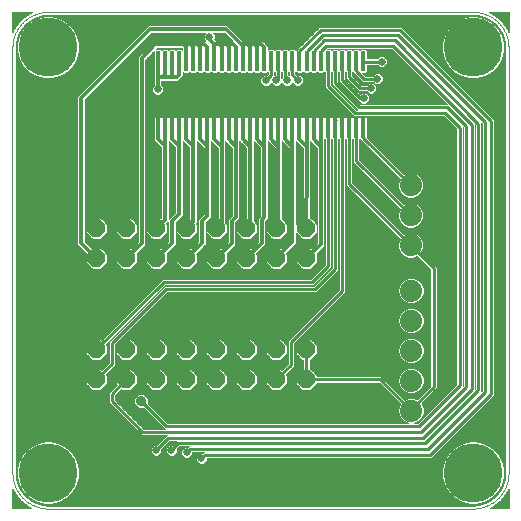
<source format=gbl>
G75*
%MOIN*%
%OFA0B0*%
%FSLAX25Y25*%
%IPPOS*%
%LPD*%
%AMOC8*
5,1,8,0,0,1.08239X$1,22.5*
%
%ADD10C,0.00000*%
%ADD11R,0.01378X0.06693*%
%ADD12OC8,0.06000*%
%ADD13C,0.07400*%
%ADD14C,0.01417*%
%ADD15C,0.01600*%
%ADD16C,0.01378*%
%ADD17C,0.01000*%
%ADD18C,0.02600*%
%ADD19C,0.03562*%
%ADD20C,0.00039*%
%ADD21C,0.19685*%
D10*
X0012831Y0001000D02*
X0154563Y0001000D01*
X0154563Y0000999D02*
X0154851Y0001005D01*
X0155139Y0001018D01*
X0155426Y0001038D01*
X0155712Y0001065D01*
X0155998Y0001098D01*
X0156283Y0001139D01*
X0156567Y0001186D01*
X0156850Y0001240D01*
X0157131Y0001301D01*
X0157411Y0001369D01*
X0157689Y0001444D01*
X0157965Y0001525D01*
X0158239Y0001613D01*
X0158511Y0001707D01*
X0158780Y0001808D01*
X0159047Y0001916D01*
X0159312Y0002030D01*
X0159573Y0002150D01*
X0159831Y0002277D01*
X0160087Y0002409D01*
X0160339Y0002548D01*
X0160588Y0002693D01*
X0160833Y0002844D01*
X0161074Y0003001D01*
X0161311Y0003164D01*
X0161545Y0003332D01*
X0161774Y0003506D01*
X0161999Y0003685D01*
X0162220Y0003870D01*
X0162436Y0004060D01*
X0162648Y0004255D01*
X0162854Y0004455D01*
X0163056Y0004660D01*
X0163253Y0004870D01*
X0163445Y0005085D01*
X0163631Y0005304D01*
X0163812Y0005528D01*
X0163988Y0005756D01*
X0164158Y0005988D01*
X0164322Y0006225D01*
X0164481Y0006465D01*
X0164634Y0006709D01*
X0164781Y0006956D01*
X0164921Y0007207D01*
X0165056Y0007461D01*
X0165185Y0007719D01*
X0165307Y0007980D01*
X0165423Y0008243D01*
X0165532Y0008509D01*
X0165636Y0008778D01*
X0165732Y0009049D01*
X0165822Y0009322D01*
X0165905Y0009598D01*
X0165982Y0009875D01*
X0166052Y0010154D01*
X0166115Y0010435D01*
X0166172Y0010717D01*
X0166221Y0011001D01*
X0166264Y0011286D01*
X0166300Y0011571D01*
X0166328Y0011858D01*
X0166350Y0012144D01*
X0166365Y0012432D01*
X0166373Y0012720D01*
X0166375Y0013007D01*
X0166374Y0013008D02*
X0166374Y0154740D01*
X0166371Y0155025D01*
X0166360Y0155311D01*
X0166343Y0155596D01*
X0166319Y0155880D01*
X0166288Y0156164D01*
X0166250Y0156447D01*
X0166205Y0156728D01*
X0166154Y0157009D01*
X0166096Y0157289D01*
X0166031Y0157567D01*
X0165959Y0157843D01*
X0165881Y0158117D01*
X0165796Y0158390D01*
X0165704Y0158660D01*
X0165606Y0158928D01*
X0165502Y0159194D01*
X0165391Y0159457D01*
X0165274Y0159717D01*
X0165151Y0159975D01*
X0165021Y0160229D01*
X0164885Y0160480D01*
X0164744Y0160728D01*
X0164596Y0160972D01*
X0164443Y0161213D01*
X0164283Y0161449D01*
X0164118Y0161682D01*
X0163948Y0161911D01*
X0163772Y0162136D01*
X0163590Y0162356D01*
X0163404Y0162572D01*
X0163212Y0162783D01*
X0163015Y0162990D01*
X0162813Y0163192D01*
X0162606Y0163389D01*
X0162395Y0163581D01*
X0162179Y0163767D01*
X0161959Y0163949D01*
X0161734Y0164125D01*
X0161505Y0164295D01*
X0161272Y0164460D01*
X0161036Y0164620D01*
X0160795Y0164773D01*
X0160551Y0164921D01*
X0160303Y0165062D01*
X0160052Y0165198D01*
X0159798Y0165328D01*
X0159540Y0165451D01*
X0159280Y0165568D01*
X0159017Y0165679D01*
X0158751Y0165783D01*
X0158483Y0165881D01*
X0158213Y0165973D01*
X0157940Y0166058D01*
X0157666Y0166136D01*
X0157390Y0166208D01*
X0157112Y0166273D01*
X0156832Y0166331D01*
X0156551Y0166382D01*
X0156270Y0166427D01*
X0155987Y0166465D01*
X0155703Y0166496D01*
X0155419Y0166520D01*
X0155134Y0166537D01*
X0154848Y0166548D01*
X0154563Y0166551D01*
X0012831Y0166551D01*
X0012546Y0166548D01*
X0012260Y0166537D01*
X0011975Y0166520D01*
X0011691Y0166496D01*
X0011407Y0166465D01*
X0011124Y0166427D01*
X0010843Y0166382D01*
X0010562Y0166331D01*
X0010282Y0166273D01*
X0010004Y0166208D01*
X0009728Y0166136D01*
X0009454Y0166058D01*
X0009181Y0165973D01*
X0008911Y0165881D01*
X0008643Y0165783D01*
X0008377Y0165679D01*
X0008114Y0165568D01*
X0007854Y0165451D01*
X0007596Y0165328D01*
X0007342Y0165198D01*
X0007091Y0165062D01*
X0006843Y0164921D01*
X0006599Y0164773D01*
X0006358Y0164620D01*
X0006122Y0164460D01*
X0005889Y0164295D01*
X0005660Y0164125D01*
X0005435Y0163949D01*
X0005215Y0163767D01*
X0004999Y0163581D01*
X0004788Y0163389D01*
X0004581Y0163192D01*
X0004379Y0162990D01*
X0004182Y0162783D01*
X0003990Y0162572D01*
X0003804Y0162356D01*
X0003622Y0162136D01*
X0003446Y0161911D01*
X0003276Y0161682D01*
X0003111Y0161449D01*
X0002951Y0161213D01*
X0002798Y0160972D01*
X0002650Y0160728D01*
X0002509Y0160480D01*
X0002373Y0160229D01*
X0002243Y0159975D01*
X0002120Y0159717D01*
X0002003Y0159457D01*
X0001892Y0159194D01*
X0001788Y0158928D01*
X0001690Y0158660D01*
X0001598Y0158390D01*
X0001513Y0158117D01*
X0001435Y0157843D01*
X0001363Y0157567D01*
X0001298Y0157289D01*
X0001240Y0157009D01*
X0001189Y0156728D01*
X0001144Y0156447D01*
X0001106Y0156164D01*
X0001075Y0155880D01*
X0001051Y0155596D01*
X0001034Y0155311D01*
X0001023Y0155025D01*
X0001020Y0154740D01*
X0001020Y0013008D01*
X0001019Y0013007D02*
X0001021Y0012720D01*
X0001029Y0012432D01*
X0001044Y0012144D01*
X0001066Y0011858D01*
X0001094Y0011571D01*
X0001130Y0011286D01*
X0001173Y0011001D01*
X0001222Y0010717D01*
X0001279Y0010435D01*
X0001342Y0010154D01*
X0001412Y0009875D01*
X0001489Y0009598D01*
X0001572Y0009322D01*
X0001662Y0009049D01*
X0001758Y0008778D01*
X0001862Y0008509D01*
X0001971Y0008243D01*
X0002087Y0007980D01*
X0002209Y0007719D01*
X0002338Y0007461D01*
X0002473Y0007207D01*
X0002613Y0006956D01*
X0002760Y0006709D01*
X0002913Y0006465D01*
X0003072Y0006225D01*
X0003236Y0005988D01*
X0003406Y0005756D01*
X0003582Y0005528D01*
X0003763Y0005304D01*
X0003949Y0005085D01*
X0004141Y0004870D01*
X0004338Y0004660D01*
X0004540Y0004455D01*
X0004746Y0004255D01*
X0004958Y0004060D01*
X0005174Y0003870D01*
X0005395Y0003685D01*
X0005620Y0003506D01*
X0005849Y0003332D01*
X0006083Y0003164D01*
X0006320Y0003001D01*
X0006561Y0002844D01*
X0006806Y0002693D01*
X0007055Y0002548D01*
X0007307Y0002409D01*
X0007563Y0002277D01*
X0007821Y0002150D01*
X0008082Y0002030D01*
X0008347Y0001916D01*
X0008614Y0001808D01*
X0008883Y0001707D01*
X0009155Y0001613D01*
X0009429Y0001525D01*
X0009705Y0001444D01*
X0009983Y0001369D01*
X0010263Y0001301D01*
X0010544Y0001240D01*
X0010827Y0001186D01*
X0011111Y0001139D01*
X0011396Y0001098D01*
X0011682Y0001065D01*
X0011968Y0001038D01*
X0012255Y0001018D01*
X0012543Y0001005D01*
X0012831Y0000999D01*
D11*
X0049445Y0127772D03*
X0051807Y0127772D03*
X0054169Y0127772D03*
X0056531Y0127772D03*
X0058894Y0127772D03*
X0061256Y0127772D03*
X0063618Y0127772D03*
X0065980Y0127772D03*
X0068343Y0127772D03*
X0070705Y0127772D03*
X0073067Y0127772D03*
X0075429Y0127772D03*
X0077791Y0127772D03*
X0080154Y0127772D03*
X0082516Y0127772D03*
X0084878Y0127772D03*
X0087240Y0127772D03*
X0089602Y0127772D03*
X0091965Y0127772D03*
X0094327Y0127772D03*
X0096689Y0127772D03*
X0099051Y0127772D03*
X0101413Y0127772D03*
X0103776Y0127772D03*
X0106138Y0127772D03*
X0108500Y0127772D03*
X0110862Y0127772D03*
X0113224Y0127772D03*
X0115587Y0127772D03*
X0117949Y0127772D03*
X0117949Y0150213D03*
X0115587Y0150213D03*
X0113224Y0150213D03*
X0110862Y0150213D03*
X0108500Y0150213D03*
X0106138Y0150213D03*
X0103776Y0150213D03*
X0101413Y0150213D03*
X0099051Y0150213D03*
X0096689Y0150213D03*
X0094327Y0150213D03*
X0091965Y0150213D03*
X0089602Y0150213D03*
X0087240Y0150213D03*
X0084878Y0150213D03*
X0082516Y0150213D03*
X0080154Y0150213D03*
X0077791Y0150213D03*
X0075429Y0150213D03*
X0073067Y0150213D03*
X0070705Y0150213D03*
X0068343Y0150213D03*
X0065980Y0150213D03*
X0063618Y0150213D03*
X0061256Y0150213D03*
X0058894Y0150213D03*
X0056531Y0150213D03*
X0054169Y0150213D03*
X0051807Y0150213D03*
X0049445Y0150213D03*
D12*
X0049012Y0094386D03*
X0049012Y0084386D03*
X0059012Y0084386D03*
X0059012Y0094386D03*
X0069012Y0094386D03*
X0069012Y0084386D03*
X0079012Y0084386D03*
X0079012Y0094386D03*
X0089012Y0094386D03*
X0089012Y0084386D03*
X0099012Y0084386D03*
X0099012Y0094386D03*
X0099012Y0054031D03*
X0099012Y0044031D03*
X0089012Y0044031D03*
X0079012Y0044031D03*
X0069012Y0044031D03*
X0059012Y0044031D03*
X0049012Y0044031D03*
X0039012Y0044031D03*
X0029012Y0044031D03*
X0029012Y0054031D03*
X0039012Y0054031D03*
X0049012Y0054031D03*
X0059012Y0054031D03*
X0069012Y0054031D03*
X0079012Y0054031D03*
X0089012Y0054031D03*
X0039012Y0084386D03*
X0039012Y0094386D03*
X0029012Y0094386D03*
X0029012Y0084386D03*
D13*
X0133697Y0088795D03*
X0133697Y0098795D03*
X0133697Y0108795D03*
X0133894Y0073677D03*
X0133894Y0063677D03*
X0133894Y0053677D03*
X0133894Y0043677D03*
X0133894Y0033677D03*
D14*
X0099012Y0084386D02*
X0103776Y0089071D01*
X0103776Y0121669D01*
X0101413Y0124031D01*
X0101413Y0126984D01*
X0103776Y0127772D02*
X0103776Y0121669D01*
X0099051Y0121669D02*
X0099051Y0125213D01*
X0096689Y0126197D02*
X0096689Y0124031D01*
X0099051Y0121669D01*
X0099051Y0121276D01*
X0099051Y0114031D01*
X0099012Y0094386D01*
X0094327Y0089898D02*
X0094327Y0121669D01*
X0091965Y0124031D01*
X0091965Y0128165D01*
X0094327Y0127772D02*
X0094327Y0121669D01*
X0089602Y0121669D02*
X0089602Y0125409D01*
X0087240Y0126591D02*
X0087240Y0124031D01*
X0089602Y0121669D01*
X0089602Y0094898D01*
X0084878Y0098047D02*
X0084091Y0097260D01*
X0084091Y0089543D01*
X0079012Y0084386D01*
X0074051Y0089386D02*
X0069012Y0084386D01*
X0074051Y0089386D02*
X0074051Y0096866D01*
X0075429Y0098244D01*
X0075429Y0121669D01*
X0073067Y0124031D01*
X0073067Y0129937D01*
X0075429Y0127772D02*
X0075429Y0121669D01*
X0077791Y0124031D02*
X0080154Y0121669D01*
X0080154Y0125606D01*
X0077791Y0126394D02*
X0077791Y0124031D01*
X0080154Y0121669D02*
X0080154Y0095488D01*
X0079051Y0094386D01*
X0084878Y0098047D02*
X0084878Y0121669D01*
X0082516Y0124031D01*
X0082516Y0126591D01*
X0084878Y0127772D02*
X0084878Y0121669D01*
X0070705Y0121669D02*
X0070705Y0120685D01*
X0070705Y0096079D01*
X0069012Y0094386D01*
X0065980Y0098638D02*
X0064209Y0096866D01*
X0064209Y0089622D01*
X0059012Y0084386D01*
X0054169Y0089465D02*
X0049012Y0084386D01*
X0044130Y0089504D02*
X0039012Y0084386D01*
X0044130Y0089504D02*
X0044130Y0151197D01*
X0048657Y0155724D01*
X0057909Y0155724D01*
X0060272Y0155724D01*
X0062634Y0155724D01*
X0064996Y0155724D01*
X0065980Y0154740D01*
X0065980Y0150016D01*
X0063618Y0150213D02*
X0063618Y0154740D01*
X0062634Y0155724D01*
X0061256Y0154740D02*
X0061256Y0150016D01*
X0058894Y0150213D02*
X0058894Y0154740D01*
X0057909Y0155724D01*
X0060272Y0155724D02*
X0061256Y0154740D01*
X0066571Y0157496D02*
X0068539Y0155528D01*
X0068343Y0155724D02*
X0068343Y0152969D01*
X0068343Y0155724D02*
X0069720Y0155724D01*
X0072083Y0155724D01*
X0074445Y0155724D01*
X0075429Y0154740D01*
X0075429Y0151000D01*
X0077791Y0150409D02*
X0077791Y0155134D01*
X0072083Y0160843D01*
X0046886Y0160843D01*
X0023854Y0137811D01*
X0023854Y0089543D01*
X0029012Y0084386D01*
X0049012Y0094465D02*
X0051807Y0097260D01*
X0051807Y0121866D01*
X0051807Y0125213D01*
X0049445Y0124228D02*
X0051807Y0121866D01*
X0054169Y0124228D02*
X0056531Y0121866D01*
X0056531Y0099228D01*
X0054169Y0096866D01*
X0054169Y0089465D01*
X0059012Y0094425D02*
X0061256Y0096669D01*
X0061256Y0121866D01*
X0061256Y0125213D01*
X0058894Y0124228D02*
X0061256Y0121866D01*
X0058894Y0124228D02*
X0058894Y0128559D01*
X0056531Y0127772D02*
X0056531Y0121866D01*
X0054169Y0124228D02*
X0054169Y0127772D01*
X0063618Y0129937D02*
X0063618Y0124150D01*
X0065980Y0121787D01*
X0065980Y0098638D01*
X0065980Y0121787D02*
X0065980Y0127772D01*
X0068343Y0126197D02*
X0068343Y0124031D01*
X0070705Y0121669D01*
X0070705Y0125606D01*
X0055744Y0144898D02*
X0053382Y0144898D01*
X0054169Y0145685D01*
X0054169Y0147654D01*
X0056531Y0147260D02*
X0056531Y0145685D01*
X0055744Y0144898D01*
X0053382Y0144898D02*
X0051020Y0144898D01*
X0051807Y0145685D01*
X0051807Y0147850D01*
X0049445Y0147654D02*
X0049445Y0140764D01*
X0049445Y0144898D02*
X0051020Y0144898D01*
X0066571Y0157496D02*
X0066571Y0158283D01*
X0069720Y0155724D02*
X0070705Y0154740D01*
X0070705Y0150409D01*
X0073067Y0150213D02*
X0073067Y0154740D01*
X0072083Y0155724D01*
X0077594Y0155724D02*
X0079169Y0155724D01*
X0081531Y0155724D01*
X0083894Y0155724D01*
X0084878Y0154740D01*
X0084878Y0150606D01*
X0082516Y0150409D02*
X0082516Y0154740D01*
X0081531Y0155724D01*
X0080154Y0154740D02*
X0080154Y0149819D01*
X0080154Y0154740D02*
X0079169Y0155724D01*
X0094327Y0089898D02*
X0089012Y0084386D01*
D15*
X0089012Y0094386D02*
X0089524Y0094898D01*
X0089602Y0094898D01*
D16*
X0080154Y0149819D02*
X0080154Y0150409D01*
D17*
X0085469Y0143717D02*
X0087240Y0145488D01*
X0087240Y0150213D01*
X0089602Y0150213D02*
X0089602Y0144307D01*
X0089012Y0143717D01*
X0091965Y0144307D02*
X0092555Y0143717D01*
X0091965Y0144307D02*
X0091965Y0150213D01*
X0094327Y0150213D02*
X0094327Y0145488D01*
X0096098Y0143717D01*
X0096689Y0150213D02*
X0096689Y0153559D01*
X0103776Y0160646D01*
X0130154Y0160646D01*
X0160469Y0130331D01*
X0160469Y0039189D01*
X0140193Y0018913D01*
X0065193Y0018913D01*
X0064012Y0017732D01*
X0060272Y0020882D02*
X0059091Y0019701D01*
X0060272Y0020882D02*
X0139406Y0020882D01*
X0158500Y0039976D01*
X0158500Y0129740D01*
X0129366Y0158874D01*
X0104366Y0158874D01*
X0099051Y0153559D01*
X0099051Y0150213D01*
X0101413Y0150213D02*
X0101413Y0153559D01*
X0104957Y0157102D01*
X0128579Y0157102D01*
X0156335Y0129346D01*
X0156335Y0040567D01*
X0138618Y0022850D01*
X0056335Y0022850D01*
X0053972Y0020488D01*
X0052988Y0024622D02*
X0048854Y0020488D01*
X0052988Y0024622D02*
X0137831Y0024622D01*
X0154169Y0040961D01*
X0154169Y0128953D01*
X0127791Y0155331D01*
X0105547Y0155331D01*
X0103776Y0153559D01*
X0103776Y0150213D01*
X0106138Y0148441D02*
X0106138Y0141945D01*
X0115193Y0132890D01*
X0145114Y0132890D01*
X0150035Y0127969D01*
X0150035Y0042142D01*
X0136453Y0028559D01*
X0052201Y0028559D01*
X0043933Y0036827D01*
X0039012Y0044031D02*
X0034091Y0039110D01*
X0034091Y0036827D01*
X0044327Y0026591D01*
X0137240Y0026591D01*
X0152201Y0041551D01*
X0152201Y0128362D01*
X0145705Y0134858D01*
X0116374Y0134858D01*
X0108500Y0142732D01*
X0108500Y0147850D01*
X0110862Y0150213D02*
X0110862Y0143717D01*
X0116768Y0137811D01*
X0118146Y0137811D01*
X0116768Y0141157D02*
X0113224Y0144701D01*
X0113224Y0150213D01*
X0115587Y0150213D02*
X0115587Y0146866D01*
X0118146Y0144307D01*
X0122673Y0144307D01*
X0120508Y0141157D02*
X0116768Y0141157D01*
X0118146Y0150016D02*
X0117949Y0150213D01*
X0118146Y0150016D02*
X0124051Y0150016D01*
X0110862Y0130232D02*
X0110862Y0073441D01*
X0093933Y0056512D01*
X0093933Y0048953D01*
X0089012Y0044031D01*
X0099012Y0044031D02*
X0099012Y0054031D01*
X0099012Y0044150D01*
X0099051Y0044110D01*
X0099012Y0044031D02*
X0123539Y0044031D01*
X0133894Y0033677D01*
X0133894Y0034071D01*
X0141374Y0041551D01*
X0141374Y0081118D01*
X0133697Y0088795D01*
X0113224Y0109268D01*
X0113224Y0127772D01*
X0115587Y0127772D02*
X0115587Y0116906D01*
X0133697Y0098795D01*
X0133697Y0108795D02*
X0117949Y0124543D01*
X0117949Y0127772D01*
X0108697Y0130429D02*
X0108500Y0130232D01*
X0108500Y0080921D01*
X0101807Y0074228D01*
X0052201Y0074228D01*
X0034287Y0056315D01*
X0034287Y0049307D01*
X0029012Y0044031D01*
X0029012Y0054031D02*
X0051571Y0076591D01*
X0100823Y0076591D01*
X0106138Y0081906D01*
X0106138Y0127772D01*
D18*
X0118146Y0137811D03*
X0120508Y0141157D03*
X0122673Y0144307D03*
X0124051Y0150016D03*
X0096098Y0143717D03*
X0092555Y0143717D03*
X0089012Y0143717D03*
X0085469Y0143717D03*
X0066571Y0158283D03*
X0049445Y0140764D03*
X0048854Y0020488D03*
X0053972Y0020488D03*
X0059091Y0019701D03*
X0064012Y0017732D03*
D19*
X0043933Y0036827D03*
D20*
X0007184Y0001197D02*
X0001020Y0001197D01*
X0007184Y0001197D01*
X0006890Y0001295D01*
X0006890Y0001295D01*
X0003596Y0003730D01*
X0003596Y0003730D01*
X0001217Y0007063D01*
X0001217Y0007063D01*
X0001020Y0007686D01*
X0001020Y0001197D01*
X0001020Y0001235D02*
X0007070Y0001235D01*
X0006957Y0001273D02*
X0001020Y0001273D01*
X0001020Y0001310D02*
X0006869Y0001310D01*
X0006818Y0001348D02*
X0001020Y0001348D01*
X0001020Y0001386D02*
X0006766Y0001386D01*
X0006715Y0001424D02*
X0001020Y0001424D01*
X0001020Y0001462D02*
X0006664Y0001462D01*
X0006613Y0001500D02*
X0001020Y0001500D01*
X0001020Y0001538D02*
X0006562Y0001538D01*
X0006510Y0001576D02*
X0001020Y0001576D01*
X0001020Y0001614D02*
X0006459Y0001614D01*
X0006408Y0001651D02*
X0001020Y0001651D01*
X0001020Y0001689D02*
X0006357Y0001689D01*
X0006305Y0001727D02*
X0001020Y0001727D01*
X0001020Y0001765D02*
X0006254Y0001765D01*
X0006203Y0001803D02*
X0001020Y0001803D01*
X0001020Y0001841D02*
X0006152Y0001841D01*
X0006100Y0001879D02*
X0001020Y0001879D01*
X0001020Y0001917D02*
X0006049Y0001917D01*
X0005998Y0001954D02*
X0001020Y0001954D01*
X0001020Y0001992D02*
X0005947Y0001992D01*
X0005895Y0002030D02*
X0001020Y0002030D01*
X0001020Y0002068D02*
X0005844Y0002068D01*
X0005793Y0002106D02*
X0001020Y0002106D01*
X0001020Y0002144D02*
X0005742Y0002144D01*
X0005690Y0002182D02*
X0001020Y0002182D01*
X0001020Y0002220D02*
X0005639Y0002220D01*
X0005588Y0002258D02*
X0001020Y0002258D01*
X0001020Y0002295D02*
X0005537Y0002295D01*
X0005485Y0002333D02*
X0001020Y0002333D01*
X0001020Y0002371D02*
X0005434Y0002371D01*
X0005383Y0002409D02*
X0001020Y0002409D01*
X0001020Y0002447D02*
X0005332Y0002447D01*
X0005280Y0002485D02*
X0001020Y0002485D01*
X0001020Y0002523D02*
X0005229Y0002523D01*
X0005178Y0002561D02*
X0001020Y0002561D01*
X0001020Y0002598D02*
X0005127Y0002598D01*
X0005075Y0002636D02*
X0001020Y0002636D01*
X0001020Y0002674D02*
X0005024Y0002674D01*
X0004973Y0002712D02*
X0001020Y0002712D01*
X0001020Y0002750D02*
X0004922Y0002750D01*
X0004870Y0002788D02*
X0001020Y0002788D01*
X0001020Y0002826D02*
X0004819Y0002826D01*
X0004768Y0002864D02*
X0001020Y0002864D01*
X0001020Y0002902D02*
X0004717Y0002902D01*
X0004666Y0002939D02*
X0001020Y0002939D01*
X0001020Y0002977D02*
X0004614Y0002977D01*
X0004563Y0003015D02*
X0001020Y0003015D01*
X0001020Y0003053D02*
X0004512Y0003053D01*
X0004461Y0003091D02*
X0001020Y0003091D01*
X0001020Y0003129D02*
X0004409Y0003129D01*
X0004358Y0003167D02*
X0001020Y0003167D01*
X0001020Y0003205D02*
X0004307Y0003205D01*
X0004256Y0003242D02*
X0001020Y0003242D01*
X0001020Y0003280D02*
X0004204Y0003280D01*
X0004153Y0003318D02*
X0001020Y0003318D01*
X0001020Y0003356D02*
X0004102Y0003356D01*
X0004051Y0003394D02*
X0001020Y0003394D01*
X0001020Y0003432D02*
X0003999Y0003432D01*
X0003948Y0003470D02*
X0001020Y0003470D01*
X0001020Y0003508D02*
X0003897Y0003508D01*
X0003846Y0003545D02*
X0001020Y0003545D01*
X0001020Y0003583D02*
X0003794Y0003583D01*
X0003743Y0003621D02*
X0001020Y0003621D01*
X0001020Y0003659D02*
X0003692Y0003659D01*
X0003641Y0003697D02*
X0001020Y0003697D01*
X0001020Y0003735D02*
X0003593Y0003735D01*
X0003596Y0003730D02*
X0003596Y0003730D01*
X0003566Y0003773D02*
X0001020Y0003773D01*
X0001020Y0003811D02*
X0003539Y0003811D01*
X0003512Y0003849D02*
X0001020Y0003849D01*
X0001020Y0003886D02*
X0003485Y0003886D01*
X0003457Y0003924D02*
X0001020Y0003924D01*
X0001020Y0003962D02*
X0003430Y0003962D01*
X0003403Y0004000D02*
X0001020Y0004000D01*
X0001020Y0004038D02*
X0003376Y0004038D01*
X0003349Y0004076D02*
X0001020Y0004076D01*
X0001020Y0004114D02*
X0003322Y0004114D01*
X0003295Y0004152D02*
X0001020Y0004152D01*
X0001020Y0004189D02*
X0003268Y0004189D01*
X0003241Y0004227D02*
X0001020Y0004227D01*
X0001020Y0004265D02*
X0003214Y0004265D01*
X0003187Y0004303D02*
X0001020Y0004303D01*
X0001020Y0004341D02*
X0003160Y0004341D01*
X0003133Y0004379D02*
X0001020Y0004379D01*
X0001020Y0004417D02*
X0003106Y0004417D01*
X0003079Y0004455D02*
X0001020Y0004455D01*
X0001020Y0004493D02*
X0003052Y0004493D01*
X0003025Y0004530D02*
X0001020Y0004530D01*
X0001020Y0004568D02*
X0002998Y0004568D01*
X0002971Y0004606D02*
X0001020Y0004606D01*
X0001020Y0004644D02*
X0002944Y0004644D01*
X0002917Y0004682D02*
X0001020Y0004682D01*
X0001020Y0004720D02*
X0002890Y0004720D01*
X0002862Y0004758D02*
X0001020Y0004758D01*
X0001020Y0004796D02*
X0002835Y0004796D01*
X0002808Y0004833D02*
X0001020Y0004833D01*
X0001020Y0004871D02*
X0002781Y0004871D01*
X0002754Y0004909D02*
X0001020Y0004909D01*
X0001020Y0004947D02*
X0002727Y0004947D01*
X0002700Y0004985D02*
X0001020Y0004985D01*
X0001020Y0005023D02*
X0002673Y0005023D01*
X0002646Y0005061D02*
X0001020Y0005061D01*
X0001020Y0005099D02*
X0002619Y0005099D01*
X0002592Y0005137D02*
X0001020Y0005137D01*
X0001020Y0005174D02*
X0002565Y0005174D01*
X0002538Y0005212D02*
X0001020Y0005212D01*
X0001020Y0005250D02*
X0002511Y0005250D01*
X0002484Y0005288D02*
X0001020Y0005288D01*
X0001020Y0005326D02*
X0002457Y0005326D01*
X0002430Y0005364D02*
X0001020Y0005364D01*
X0001020Y0005402D02*
X0002403Y0005402D01*
X0002376Y0005440D02*
X0001020Y0005440D01*
X0001020Y0005477D02*
X0002349Y0005477D01*
X0002322Y0005515D02*
X0001020Y0005515D01*
X0001020Y0005553D02*
X0002294Y0005553D01*
X0002267Y0005591D02*
X0001020Y0005591D01*
X0001020Y0005629D02*
X0002240Y0005629D01*
X0002213Y0005667D02*
X0001020Y0005667D01*
X0001020Y0005705D02*
X0002186Y0005705D01*
X0002159Y0005743D02*
X0001020Y0005743D01*
X0001020Y0005780D02*
X0002132Y0005780D01*
X0002105Y0005818D02*
X0001020Y0005818D01*
X0001020Y0005856D02*
X0002078Y0005856D01*
X0002051Y0005894D02*
X0001020Y0005894D01*
X0001020Y0005932D02*
X0002024Y0005932D01*
X0001997Y0005970D02*
X0001020Y0005970D01*
X0001020Y0006008D02*
X0001970Y0006008D01*
X0001943Y0006046D02*
X0001020Y0006046D01*
X0001020Y0006084D02*
X0001916Y0006084D01*
X0001889Y0006121D02*
X0001020Y0006121D01*
X0001020Y0006159D02*
X0001862Y0006159D01*
X0001835Y0006197D02*
X0001020Y0006197D01*
X0001020Y0006235D02*
X0001808Y0006235D01*
X0001781Y0006273D02*
X0001020Y0006273D01*
X0001020Y0006311D02*
X0001754Y0006311D01*
X0001726Y0006349D02*
X0001020Y0006349D01*
X0001020Y0006387D02*
X0001699Y0006387D01*
X0001672Y0006424D02*
X0001020Y0006424D01*
X0001020Y0006462D02*
X0001645Y0006462D01*
X0001618Y0006500D02*
X0001020Y0006500D01*
X0001020Y0006538D02*
X0001591Y0006538D01*
X0001564Y0006576D02*
X0001020Y0006576D01*
X0001020Y0006614D02*
X0001537Y0006614D01*
X0001510Y0006652D02*
X0001020Y0006652D01*
X0001020Y0006690D02*
X0001483Y0006690D01*
X0001456Y0006728D02*
X0001020Y0006728D01*
X0001020Y0006765D02*
X0001429Y0006765D01*
X0001402Y0006803D02*
X0001020Y0006803D01*
X0001020Y0006841D02*
X0001375Y0006841D01*
X0001348Y0006879D02*
X0001020Y0006879D01*
X0001020Y0006917D02*
X0001321Y0006917D01*
X0001294Y0006955D02*
X0001020Y0006955D01*
X0001020Y0006993D02*
X0001267Y0006993D01*
X0001240Y0007031D02*
X0001020Y0007031D01*
X0001020Y0007068D02*
X0001215Y0007068D01*
X0001203Y0007106D02*
X0001020Y0007106D01*
X0001020Y0007144D02*
X0001191Y0007144D01*
X0001179Y0007182D02*
X0001020Y0007182D01*
X0001020Y0007220D02*
X0001167Y0007220D01*
X0001155Y0007258D02*
X0001020Y0007258D01*
X0001020Y0007296D02*
X0001143Y0007296D01*
X0001131Y0007334D02*
X0001020Y0007334D01*
X0001020Y0007372D02*
X0001119Y0007372D01*
X0001107Y0007409D02*
X0001020Y0007409D01*
X0001020Y0007447D02*
X0001095Y0007447D01*
X0001083Y0007485D02*
X0001020Y0007485D01*
X0001020Y0007523D02*
X0001071Y0007523D01*
X0001059Y0007561D02*
X0001020Y0007561D01*
X0001020Y0007599D02*
X0001047Y0007599D01*
X0001035Y0007637D02*
X0001020Y0007637D01*
X0001020Y0007675D02*
X0001023Y0007675D01*
X0003099Y0008319D02*
X0003573Y0008319D01*
X0003551Y0008356D02*
X0003087Y0008356D01*
X0003075Y0008394D02*
X0003529Y0008394D01*
X0003507Y0008432D02*
X0003063Y0008432D01*
X0003051Y0008470D02*
X0003485Y0008470D01*
X0003463Y0008508D02*
X0003039Y0008508D01*
X0003027Y0008546D02*
X0003442Y0008546D01*
X0003420Y0008584D02*
X0003016Y0008584D01*
X0003004Y0008622D02*
X0003398Y0008622D01*
X0003376Y0008659D02*
X0002992Y0008659D01*
X0002980Y0008697D02*
X0003354Y0008697D01*
X0003332Y0008735D02*
X0002968Y0008735D01*
X0002956Y0008773D02*
X0003310Y0008773D01*
X0003289Y0008811D02*
X0002944Y0008811D01*
X0002932Y0008849D02*
X0003267Y0008849D01*
X0003245Y0008887D02*
X0002920Y0008887D01*
X0002908Y0008925D02*
X0003223Y0008925D01*
X0003201Y0008963D02*
X0002896Y0008963D01*
X0002884Y0009000D02*
X0003179Y0009000D01*
X0003175Y0009008D02*
X0004539Y0006645D01*
X0006468Y0004716D01*
X0008831Y0003352D01*
X0011466Y0002646D01*
X0014195Y0002646D01*
X0016830Y0003352D01*
X0019193Y0004716D01*
X0021123Y0006645D01*
X0022487Y0009008D01*
X0023193Y0011644D01*
X0023193Y0014372D01*
X0022487Y0017008D01*
X0021123Y0019370D01*
X0019193Y0021300D01*
X0016830Y0022664D01*
X0014195Y0023370D01*
X0011466Y0023370D01*
X0008831Y0022664D01*
X0006468Y0021300D01*
X0004539Y0019370D01*
X0003175Y0017008D01*
X0002469Y0014372D01*
X0002469Y0011644D01*
X0003175Y0009008D01*
X0003167Y0009038D02*
X0002872Y0009038D01*
X0002860Y0009076D02*
X0003156Y0009076D01*
X0003146Y0009114D02*
X0002848Y0009114D01*
X0002836Y0009152D02*
X0003136Y0009152D01*
X0003126Y0009190D02*
X0002824Y0009190D01*
X0002812Y0009228D02*
X0003116Y0009228D01*
X0003106Y0009266D02*
X0002800Y0009266D01*
X0002788Y0009303D02*
X0003096Y0009303D01*
X0003085Y0009341D02*
X0002776Y0009341D01*
X0002764Y0009379D02*
X0003075Y0009379D01*
X0003065Y0009417D02*
X0002752Y0009417D01*
X0002740Y0009455D02*
X0003055Y0009455D01*
X0003045Y0009493D02*
X0002728Y0009493D01*
X0002716Y0009531D02*
X0003035Y0009531D01*
X0003024Y0009569D02*
X0002704Y0009569D01*
X0002692Y0009607D02*
X0003014Y0009607D01*
X0003004Y0009644D02*
X0002681Y0009644D01*
X0002669Y0009682D02*
X0002994Y0009682D01*
X0002984Y0009720D02*
X0002657Y0009720D01*
X0002645Y0009758D02*
X0002974Y0009758D01*
X0002964Y0009796D02*
X0002633Y0009796D01*
X0002621Y0009834D02*
X0002953Y0009834D01*
X0002943Y0009872D02*
X0002609Y0009872D01*
X0002597Y0009910D02*
X0002933Y0009910D01*
X0002923Y0009947D02*
X0002585Y0009947D01*
X0002573Y0009985D02*
X0002913Y0009985D01*
X0002903Y0010023D02*
X0002561Y0010023D01*
X0002549Y0010061D02*
X0002893Y0010061D01*
X0002882Y0010099D02*
X0002537Y0010099D01*
X0002525Y0010137D02*
X0002872Y0010137D01*
X0002862Y0010175D02*
X0002513Y0010175D01*
X0002501Y0010213D02*
X0002852Y0010213D01*
X0002842Y0010251D02*
X0002489Y0010251D01*
X0002477Y0010288D02*
X0002832Y0010288D01*
X0002821Y0010326D02*
X0002465Y0010326D01*
X0002453Y0010364D02*
X0002811Y0010364D01*
X0002801Y0010402D02*
X0002441Y0010402D01*
X0002429Y0010440D02*
X0002791Y0010440D01*
X0002781Y0010478D02*
X0002417Y0010478D01*
X0002405Y0010516D02*
X0002771Y0010516D01*
X0002761Y0010554D02*
X0002393Y0010554D01*
X0002381Y0010591D02*
X0002750Y0010591D01*
X0002740Y0010629D02*
X0002369Y0010629D01*
X0002358Y0010667D02*
X0002730Y0010667D01*
X0002720Y0010705D02*
X0002346Y0010705D01*
X0002334Y0010743D02*
X0002710Y0010743D01*
X0002700Y0010781D02*
X0002322Y0010781D01*
X0002310Y0010819D02*
X0002690Y0010819D01*
X0002679Y0010857D02*
X0002298Y0010857D01*
X0002286Y0010894D02*
X0002669Y0010894D01*
X0002659Y0010932D02*
X0002274Y0010932D01*
X0002262Y0010970D02*
X0002649Y0010970D01*
X0002639Y0011008D02*
X0002250Y0011008D01*
X0002238Y0011046D02*
X0002629Y0011046D01*
X0002618Y0011084D02*
X0002226Y0011084D01*
X0002214Y0011122D02*
X0002608Y0011122D01*
X0002598Y0011160D02*
X0002202Y0011160D01*
X0002190Y0011198D02*
X0002588Y0011198D01*
X0002578Y0011235D02*
X0002178Y0011235D01*
X0002166Y0011273D02*
X0002568Y0011273D01*
X0002558Y0011311D02*
X0002158Y0011311D01*
X0002159Y0011295D02*
X0002039Y0012999D01*
X0002039Y0013004D01*
X0002043Y0013422D01*
X0002039Y0013425D01*
X0002039Y0154740D01*
X0002172Y0156428D01*
X0003216Y0159639D01*
X0005200Y0162371D01*
X0007932Y0164355D01*
X0011143Y0165399D01*
X0012831Y0165531D01*
X0154563Y0165531D01*
X0156251Y0165399D01*
X0159462Y0164355D01*
X0162194Y0162371D01*
X0164178Y0159639D01*
X0165221Y0156428D01*
X0165354Y0154740D01*
X0165354Y0013425D01*
X0165351Y0013422D01*
X0165354Y0013004D01*
X0165354Y0012999D01*
X0165234Y0011295D01*
X0164208Y0008046D01*
X0162228Y0005273D01*
X0159489Y0003247D01*
X0156257Y0002168D01*
X0154555Y0002020D01*
X0012839Y0002020D01*
X0011137Y0002168D01*
X0007905Y0003247D01*
X0005165Y0005273D01*
X0003185Y0008046D01*
X0002159Y0011295D01*
X0002155Y0011349D02*
X0002547Y0011349D01*
X0002537Y0011387D02*
X0002153Y0011387D01*
X0002150Y0011425D02*
X0002527Y0011425D01*
X0002517Y0011463D02*
X0002148Y0011463D01*
X0002145Y0011501D02*
X0002507Y0011501D01*
X0002497Y0011538D02*
X0002142Y0011538D01*
X0002140Y0011576D02*
X0002487Y0011576D01*
X0002476Y0011614D02*
X0002137Y0011614D01*
X0002134Y0011652D02*
X0002469Y0011652D01*
X0002469Y0011690D02*
X0002131Y0011690D01*
X0002129Y0011728D02*
X0002469Y0011728D01*
X0002469Y0011766D02*
X0002126Y0011766D01*
X0002123Y0011804D02*
X0002469Y0011804D01*
X0002469Y0011842D02*
X0002121Y0011842D01*
X0002118Y0011879D02*
X0002469Y0011879D01*
X0002469Y0011917D02*
X0002116Y0011917D01*
X0002113Y0011955D02*
X0002469Y0011955D01*
X0002469Y0011993D02*
X0002110Y0011993D01*
X0002108Y0012031D02*
X0002469Y0012031D01*
X0002469Y0012069D02*
X0002105Y0012069D01*
X0002102Y0012107D02*
X0002469Y0012107D01*
X0002469Y0012145D02*
X0002100Y0012145D01*
X0002097Y0012182D02*
X0002469Y0012182D01*
X0002469Y0012220D02*
X0002094Y0012220D01*
X0002091Y0012258D02*
X0002469Y0012258D01*
X0002469Y0012296D02*
X0002089Y0012296D01*
X0002086Y0012334D02*
X0002469Y0012334D01*
X0002469Y0012372D02*
X0002084Y0012372D01*
X0002081Y0012410D02*
X0002469Y0012410D01*
X0002469Y0012448D02*
X0002078Y0012448D01*
X0002076Y0012486D02*
X0002469Y0012486D01*
X0002469Y0012523D02*
X0002073Y0012523D01*
X0002070Y0012561D02*
X0002469Y0012561D01*
X0002469Y0012599D02*
X0002068Y0012599D01*
X0002065Y0012637D02*
X0002469Y0012637D01*
X0002469Y0012675D02*
X0002062Y0012675D01*
X0002059Y0012713D02*
X0002469Y0012713D01*
X0002469Y0012751D02*
X0002057Y0012751D01*
X0002054Y0012789D02*
X0002469Y0012789D01*
X0002469Y0012826D02*
X0002052Y0012826D01*
X0002049Y0012864D02*
X0002469Y0012864D01*
X0002469Y0012902D02*
X0002046Y0012902D01*
X0002044Y0012940D02*
X0002469Y0012940D01*
X0002469Y0012978D02*
X0002041Y0012978D01*
X0002039Y0013016D02*
X0002469Y0013016D01*
X0002469Y0013054D02*
X0002040Y0013054D01*
X0002040Y0013092D02*
X0002469Y0013092D01*
X0002469Y0013129D02*
X0002040Y0013129D01*
X0002041Y0013167D02*
X0002469Y0013167D01*
X0002469Y0013205D02*
X0002041Y0013205D01*
X0002041Y0013243D02*
X0002469Y0013243D01*
X0002469Y0013281D02*
X0002042Y0013281D01*
X0002042Y0013319D02*
X0002469Y0013319D01*
X0002469Y0013357D02*
X0002042Y0013357D01*
X0002043Y0013395D02*
X0002469Y0013395D01*
X0002469Y0013433D02*
X0002039Y0013433D01*
X0002039Y0013470D02*
X0002469Y0013470D01*
X0002469Y0013508D02*
X0002039Y0013508D01*
X0002039Y0013546D02*
X0002469Y0013546D01*
X0002469Y0013584D02*
X0002039Y0013584D01*
X0002039Y0013622D02*
X0002469Y0013622D01*
X0002469Y0013660D02*
X0002039Y0013660D01*
X0002039Y0013698D02*
X0002469Y0013698D01*
X0002469Y0013736D02*
X0002039Y0013736D01*
X0002039Y0013773D02*
X0002469Y0013773D01*
X0002469Y0013811D02*
X0002039Y0013811D01*
X0002039Y0013849D02*
X0002469Y0013849D01*
X0002469Y0013887D02*
X0002039Y0013887D01*
X0002039Y0013925D02*
X0002469Y0013925D01*
X0002469Y0013963D02*
X0002039Y0013963D01*
X0002039Y0014001D02*
X0002469Y0014001D01*
X0002469Y0014039D02*
X0002039Y0014039D01*
X0002039Y0014077D02*
X0002469Y0014077D01*
X0002469Y0014114D02*
X0002039Y0014114D01*
X0002039Y0014152D02*
X0002469Y0014152D01*
X0002469Y0014190D02*
X0002039Y0014190D01*
X0002039Y0014228D02*
X0002469Y0014228D01*
X0002469Y0014266D02*
X0002039Y0014266D01*
X0002039Y0014304D02*
X0002469Y0014304D01*
X0002469Y0014342D02*
X0002039Y0014342D01*
X0002039Y0014380D02*
X0002471Y0014380D01*
X0002481Y0014417D02*
X0002039Y0014417D01*
X0002039Y0014455D02*
X0002491Y0014455D01*
X0002501Y0014493D02*
X0002039Y0014493D01*
X0002039Y0014531D02*
X0002511Y0014531D01*
X0002521Y0014569D02*
X0002039Y0014569D01*
X0002039Y0014607D02*
X0002531Y0014607D01*
X0002542Y0014645D02*
X0002039Y0014645D01*
X0002039Y0014683D02*
X0002552Y0014683D01*
X0002562Y0014721D02*
X0002039Y0014721D01*
X0002039Y0014758D02*
X0002572Y0014758D01*
X0002582Y0014796D02*
X0002039Y0014796D01*
X0002039Y0014834D02*
X0002592Y0014834D01*
X0002602Y0014872D02*
X0002039Y0014872D01*
X0002039Y0014910D02*
X0002613Y0014910D01*
X0002623Y0014948D02*
X0002039Y0014948D01*
X0002039Y0014986D02*
X0002633Y0014986D01*
X0002643Y0015024D02*
X0002039Y0015024D01*
X0002039Y0015061D02*
X0002653Y0015061D01*
X0002663Y0015099D02*
X0002039Y0015099D01*
X0002039Y0015137D02*
X0002674Y0015137D01*
X0002684Y0015175D02*
X0002039Y0015175D01*
X0002039Y0015213D02*
X0002694Y0015213D01*
X0002704Y0015251D02*
X0002039Y0015251D01*
X0002039Y0015289D02*
X0002714Y0015289D01*
X0002724Y0015327D02*
X0002039Y0015327D01*
X0002039Y0015364D02*
X0002734Y0015364D01*
X0002745Y0015402D02*
X0002039Y0015402D01*
X0002039Y0015440D02*
X0002755Y0015440D01*
X0002765Y0015478D02*
X0002039Y0015478D01*
X0002039Y0015516D02*
X0002775Y0015516D01*
X0002785Y0015554D02*
X0002039Y0015554D01*
X0002039Y0015592D02*
X0002795Y0015592D01*
X0002805Y0015630D02*
X0002039Y0015630D01*
X0002039Y0015668D02*
X0002816Y0015668D01*
X0002826Y0015705D02*
X0002039Y0015705D01*
X0002039Y0015743D02*
X0002836Y0015743D01*
X0002846Y0015781D02*
X0002039Y0015781D01*
X0002039Y0015819D02*
X0002856Y0015819D01*
X0002866Y0015857D02*
X0002039Y0015857D01*
X0002039Y0015895D02*
X0002877Y0015895D01*
X0002887Y0015933D02*
X0002039Y0015933D01*
X0002039Y0015971D02*
X0002897Y0015971D01*
X0002907Y0016008D02*
X0002039Y0016008D01*
X0002039Y0016046D02*
X0002917Y0016046D01*
X0002927Y0016084D02*
X0002039Y0016084D01*
X0002039Y0016122D02*
X0002937Y0016122D01*
X0002948Y0016160D02*
X0002039Y0016160D01*
X0002039Y0016198D02*
X0002958Y0016198D01*
X0002968Y0016236D02*
X0002039Y0016236D01*
X0002039Y0016274D02*
X0002978Y0016274D01*
X0002988Y0016312D02*
X0002039Y0016312D01*
X0002039Y0016349D02*
X0002998Y0016349D01*
X0003008Y0016387D02*
X0002039Y0016387D01*
X0002039Y0016425D02*
X0003019Y0016425D01*
X0003029Y0016463D02*
X0002039Y0016463D01*
X0002039Y0016501D02*
X0003039Y0016501D01*
X0003049Y0016539D02*
X0002039Y0016539D01*
X0002039Y0016577D02*
X0003059Y0016577D01*
X0003069Y0016615D02*
X0002039Y0016615D01*
X0002039Y0016652D02*
X0003080Y0016652D01*
X0003090Y0016690D02*
X0002039Y0016690D01*
X0002039Y0016728D02*
X0003100Y0016728D01*
X0003110Y0016766D02*
X0002039Y0016766D01*
X0002039Y0016804D02*
X0003120Y0016804D01*
X0003130Y0016842D02*
X0002039Y0016842D01*
X0002039Y0016880D02*
X0003140Y0016880D01*
X0003151Y0016918D02*
X0002039Y0016918D01*
X0002039Y0016956D02*
X0003161Y0016956D01*
X0003171Y0016993D02*
X0002039Y0016993D01*
X0002039Y0017031D02*
X0003188Y0017031D01*
X0003210Y0017069D02*
X0002039Y0017069D01*
X0002039Y0017107D02*
X0003232Y0017107D01*
X0003254Y0017145D02*
X0002039Y0017145D01*
X0002039Y0017183D02*
X0003276Y0017183D01*
X0003298Y0017221D02*
X0002039Y0017221D01*
X0002039Y0017259D02*
X0003320Y0017259D01*
X0003341Y0017296D02*
X0002039Y0017296D01*
X0002039Y0017334D02*
X0003363Y0017334D01*
X0003385Y0017372D02*
X0002039Y0017372D01*
X0002039Y0017410D02*
X0003407Y0017410D01*
X0003429Y0017448D02*
X0002039Y0017448D01*
X0002039Y0017486D02*
X0003451Y0017486D01*
X0003473Y0017524D02*
X0002039Y0017524D01*
X0002039Y0017562D02*
X0003495Y0017562D01*
X0003516Y0017599D02*
X0002039Y0017599D01*
X0002039Y0017637D02*
X0003538Y0017637D01*
X0003560Y0017675D02*
X0002039Y0017675D01*
X0002039Y0017713D02*
X0003582Y0017713D01*
X0003604Y0017751D02*
X0002039Y0017751D01*
X0002039Y0017789D02*
X0003626Y0017789D01*
X0003648Y0017827D02*
X0002039Y0017827D01*
X0002039Y0017865D02*
X0003670Y0017865D01*
X0003691Y0017903D02*
X0002039Y0017903D01*
X0002039Y0017940D02*
X0003713Y0017940D01*
X0003735Y0017978D02*
X0002039Y0017978D01*
X0002039Y0018016D02*
X0003757Y0018016D01*
X0003779Y0018054D02*
X0002039Y0018054D01*
X0002039Y0018092D02*
X0003801Y0018092D01*
X0003823Y0018130D02*
X0002039Y0018130D01*
X0002039Y0018168D02*
X0003845Y0018168D01*
X0003866Y0018206D02*
X0002039Y0018206D01*
X0002039Y0018243D02*
X0003888Y0018243D01*
X0003910Y0018281D02*
X0002039Y0018281D01*
X0002039Y0018319D02*
X0003932Y0018319D01*
X0003954Y0018357D02*
X0002039Y0018357D01*
X0002039Y0018395D02*
X0003976Y0018395D01*
X0003998Y0018433D02*
X0002039Y0018433D01*
X0002039Y0018471D02*
X0004019Y0018471D01*
X0004041Y0018509D02*
X0002039Y0018509D01*
X0002039Y0018547D02*
X0004063Y0018547D01*
X0004085Y0018584D02*
X0002039Y0018584D01*
X0002039Y0018622D02*
X0004107Y0018622D01*
X0004129Y0018660D02*
X0002039Y0018660D01*
X0002039Y0018698D02*
X0004151Y0018698D01*
X0004173Y0018736D02*
X0002039Y0018736D01*
X0002039Y0018774D02*
X0004194Y0018774D01*
X0004216Y0018812D02*
X0002039Y0018812D01*
X0002039Y0018850D02*
X0004238Y0018850D01*
X0004260Y0018887D02*
X0002039Y0018887D01*
X0002039Y0018925D02*
X0004282Y0018925D01*
X0004304Y0018963D02*
X0002039Y0018963D01*
X0002039Y0019001D02*
X0004326Y0019001D01*
X0004348Y0019039D02*
X0002039Y0019039D01*
X0002039Y0019077D02*
X0004369Y0019077D01*
X0004391Y0019115D02*
X0002039Y0019115D01*
X0002039Y0019153D02*
X0004413Y0019153D01*
X0004435Y0019191D02*
X0002039Y0019191D01*
X0002039Y0019228D02*
X0004457Y0019228D01*
X0004479Y0019266D02*
X0002039Y0019266D01*
X0002039Y0019304D02*
X0004501Y0019304D01*
X0004523Y0019342D02*
X0002039Y0019342D01*
X0002039Y0019380D02*
X0004548Y0019380D01*
X0004586Y0019418D02*
X0002039Y0019418D01*
X0002039Y0019456D02*
X0004624Y0019456D01*
X0004662Y0019494D02*
X0002039Y0019494D01*
X0002039Y0019531D02*
X0004700Y0019531D01*
X0004738Y0019569D02*
X0002039Y0019569D01*
X0002039Y0019607D02*
X0004776Y0019607D01*
X0004814Y0019645D02*
X0002039Y0019645D01*
X0002039Y0019683D02*
X0004851Y0019683D01*
X0004889Y0019721D02*
X0002039Y0019721D01*
X0002039Y0019759D02*
X0004927Y0019759D01*
X0004965Y0019797D02*
X0002039Y0019797D01*
X0002039Y0019834D02*
X0005003Y0019834D01*
X0005041Y0019872D02*
X0002039Y0019872D01*
X0002039Y0019910D02*
X0005079Y0019910D01*
X0005117Y0019948D02*
X0002039Y0019948D01*
X0002039Y0019986D02*
X0005154Y0019986D01*
X0005192Y0020024D02*
X0002039Y0020024D01*
X0002039Y0020062D02*
X0005230Y0020062D01*
X0005268Y0020100D02*
X0002039Y0020100D01*
X0002039Y0020138D02*
X0005306Y0020138D01*
X0005344Y0020175D02*
X0002039Y0020175D01*
X0002039Y0020213D02*
X0005382Y0020213D01*
X0005420Y0020251D02*
X0002039Y0020251D01*
X0002039Y0020289D02*
X0005458Y0020289D01*
X0005495Y0020327D02*
X0002039Y0020327D01*
X0002039Y0020365D02*
X0005533Y0020365D01*
X0005571Y0020403D02*
X0002039Y0020403D01*
X0002039Y0020441D02*
X0005609Y0020441D01*
X0005647Y0020478D02*
X0002039Y0020478D01*
X0002039Y0020516D02*
X0005685Y0020516D01*
X0005723Y0020554D02*
X0002039Y0020554D01*
X0002039Y0020592D02*
X0005761Y0020592D01*
X0005798Y0020630D02*
X0002039Y0020630D01*
X0002039Y0020668D02*
X0005836Y0020668D01*
X0005874Y0020706D02*
X0002039Y0020706D01*
X0002039Y0020744D02*
X0005912Y0020744D01*
X0005950Y0020782D02*
X0002039Y0020782D01*
X0002039Y0020819D02*
X0005988Y0020819D01*
X0006026Y0020857D02*
X0002039Y0020857D01*
X0002039Y0020895D02*
X0006064Y0020895D01*
X0006102Y0020933D02*
X0002039Y0020933D01*
X0002039Y0020971D02*
X0006139Y0020971D01*
X0006177Y0021009D02*
X0002039Y0021009D01*
X0002039Y0021047D02*
X0006215Y0021047D01*
X0006253Y0021085D02*
X0002039Y0021085D01*
X0002039Y0021122D02*
X0006291Y0021122D01*
X0006329Y0021160D02*
X0002039Y0021160D01*
X0002039Y0021198D02*
X0006367Y0021198D01*
X0006405Y0021236D02*
X0002039Y0021236D01*
X0002039Y0021274D02*
X0006442Y0021274D01*
X0006489Y0021312D02*
X0002039Y0021312D01*
X0002039Y0021350D02*
X0006555Y0021350D01*
X0006620Y0021388D02*
X0002039Y0021388D01*
X0002039Y0021426D02*
X0006686Y0021426D01*
X0006752Y0021463D02*
X0002039Y0021463D01*
X0002039Y0021501D02*
X0006817Y0021501D01*
X0006883Y0021539D02*
X0002039Y0021539D01*
X0002039Y0021577D02*
X0006949Y0021577D01*
X0007014Y0021615D02*
X0002039Y0021615D01*
X0002039Y0021653D02*
X0007080Y0021653D01*
X0007145Y0021691D02*
X0002039Y0021691D01*
X0002039Y0021729D02*
X0007211Y0021729D01*
X0007277Y0021766D02*
X0002039Y0021766D01*
X0002039Y0021804D02*
X0007342Y0021804D01*
X0007408Y0021842D02*
X0002039Y0021842D01*
X0002039Y0021880D02*
X0007473Y0021880D01*
X0007539Y0021918D02*
X0002039Y0021918D01*
X0002039Y0021956D02*
X0007605Y0021956D01*
X0007670Y0021994D02*
X0002039Y0021994D01*
X0002039Y0022032D02*
X0007736Y0022032D01*
X0007802Y0022070D02*
X0002039Y0022070D01*
X0002039Y0022107D02*
X0007867Y0022107D01*
X0007933Y0022145D02*
X0002039Y0022145D01*
X0002039Y0022183D02*
X0007998Y0022183D01*
X0008064Y0022221D02*
X0002039Y0022221D01*
X0002039Y0022259D02*
X0008130Y0022259D01*
X0008195Y0022297D02*
X0002039Y0022297D01*
X0002039Y0022335D02*
X0008261Y0022335D01*
X0008326Y0022373D02*
X0002039Y0022373D01*
X0002039Y0022410D02*
X0008392Y0022410D01*
X0008458Y0022448D02*
X0002039Y0022448D01*
X0002039Y0022486D02*
X0008523Y0022486D01*
X0008589Y0022524D02*
X0002039Y0022524D01*
X0002039Y0022562D02*
X0008654Y0022562D01*
X0008720Y0022600D02*
X0002039Y0022600D01*
X0002039Y0022638D02*
X0008786Y0022638D01*
X0008875Y0022676D02*
X0002039Y0022676D01*
X0002039Y0022713D02*
X0009016Y0022713D01*
X0009157Y0022751D02*
X0002039Y0022751D01*
X0002039Y0022789D02*
X0009299Y0022789D01*
X0009440Y0022827D02*
X0002039Y0022827D01*
X0002039Y0022865D02*
X0009582Y0022865D01*
X0009723Y0022903D02*
X0002039Y0022903D01*
X0002039Y0022941D02*
X0009864Y0022941D01*
X0010006Y0022979D02*
X0002039Y0022979D01*
X0002039Y0023017D02*
X0010147Y0023017D01*
X0010288Y0023054D02*
X0002039Y0023054D01*
X0002039Y0023092D02*
X0010430Y0023092D01*
X0010571Y0023130D02*
X0002039Y0023130D01*
X0002039Y0023168D02*
X0010713Y0023168D01*
X0010854Y0023206D02*
X0002039Y0023206D01*
X0002039Y0023244D02*
X0010995Y0023244D01*
X0011137Y0023282D02*
X0002039Y0023282D01*
X0002039Y0023320D02*
X0011278Y0023320D01*
X0011419Y0023357D02*
X0002039Y0023357D01*
X0002039Y0023395D02*
X0050319Y0023395D01*
X0050282Y0023357D02*
X0014242Y0023357D01*
X0014383Y0023320D02*
X0050244Y0023320D01*
X0050206Y0023282D02*
X0014525Y0023282D01*
X0014666Y0023244D02*
X0050168Y0023244D01*
X0050130Y0023206D02*
X0014807Y0023206D01*
X0014949Y0023168D02*
X0050092Y0023168D01*
X0050054Y0023130D02*
X0015090Y0023130D01*
X0015232Y0023092D02*
X0050016Y0023092D01*
X0049979Y0023054D02*
X0015373Y0023054D01*
X0015514Y0023017D02*
X0049941Y0023017D01*
X0049903Y0022979D02*
X0015656Y0022979D01*
X0015797Y0022941D02*
X0049865Y0022941D01*
X0049827Y0022903D02*
X0015938Y0022903D01*
X0016080Y0022865D02*
X0049789Y0022865D01*
X0049751Y0022827D02*
X0016221Y0022827D01*
X0016363Y0022789D02*
X0049713Y0022789D01*
X0049675Y0022751D02*
X0016504Y0022751D01*
X0016645Y0022713D02*
X0049638Y0022713D01*
X0049600Y0022676D02*
X0016787Y0022676D01*
X0016876Y0022638D02*
X0049562Y0022638D01*
X0049524Y0022600D02*
X0016941Y0022600D01*
X0017007Y0022562D02*
X0049486Y0022562D01*
X0049448Y0022524D02*
X0017073Y0022524D01*
X0017138Y0022486D02*
X0049410Y0022486D01*
X0049372Y0022448D02*
X0017204Y0022448D01*
X0017269Y0022410D02*
X0049335Y0022410D01*
X0049297Y0022373D02*
X0017335Y0022373D01*
X0017401Y0022335D02*
X0049259Y0022335D01*
X0049232Y0022308D02*
X0048101Y0022308D01*
X0047035Y0021242D01*
X0047035Y0019734D01*
X0048101Y0018669D01*
X0049608Y0018669D01*
X0050674Y0019734D01*
X0050674Y0020866D01*
X0053411Y0023602D01*
X0055645Y0023602D01*
X0054350Y0022308D01*
X0053219Y0022308D01*
X0052153Y0021242D01*
X0052153Y0019734D01*
X0053219Y0018669D01*
X0054726Y0018669D01*
X0055792Y0019734D01*
X0055792Y0020866D01*
X0056757Y0021831D01*
X0059778Y0021831D01*
X0059468Y0021520D01*
X0058337Y0021520D01*
X0057271Y0020455D01*
X0057271Y0018947D01*
X0058337Y0017881D01*
X0059844Y0017881D01*
X0060910Y0018947D01*
X0060910Y0019862D01*
X0064700Y0019862D01*
X0064389Y0019552D01*
X0063258Y0019552D01*
X0062192Y0018486D01*
X0062192Y0016979D01*
X0063258Y0015913D01*
X0064766Y0015913D01*
X0065831Y0016979D01*
X0065831Y0017894D01*
X0140615Y0017894D01*
X0141213Y0018491D01*
X0161488Y0038767D01*
X0161488Y0130753D01*
X0160891Y0131350D01*
X0130576Y0161665D01*
X0103353Y0161665D01*
X0102756Y0161068D01*
X0095669Y0153981D01*
X0095669Y0153963D01*
X0095508Y0153802D01*
X0095231Y0154079D01*
X0093423Y0154079D01*
X0093146Y0153802D01*
X0092869Y0154079D01*
X0091060Y0154079D01*
X0090783Y0153802D01*
X0090507Y0154079D01*
X0088698Y0154079D01*
X0088421Y0153802D01*
X0088144Y0154079D01*
X0086336Y0154079D01*
X0086106Y0153849D01*
X0086106Y0155249D01*
X0085387Y0155968D01*
X0084402Y0156953D01*
X0077710Y0156953D01*
X0073311Y0161351D01*
X0072591Y0162071D01*
X0046377Y0162071D01*
X0023346Y0139039D01*
X0022626Y0138320D01*
X0022626Y0089034D01*
X0025654Y0086006D01*
X0025492Y0085844D01*
X0025492Y0082928D01*
X0027554Y0080866D01*
X0030470Y0080866D01*
X0032531Y0082928D01*
X0032531Y0085844D01*
X0030470Y0087905D01*
X0027554Y0087905D01*
X0027392Y0087743D01*
X0025083Y0090052D01*
X0025083Y0137302D01*
X0047395Y0159614D01*
X0065328Y0159614D01*
X0064751Y0159037D01*
X0064751Y0157530D01*
X0065328Y0156953D01*
X0048149Y0156953D01*
X0043621Y0152425D01*
X0042902Y0151706D01*
X0042902Y0090013D01*
X0040632Y0087743D01*
X0040470Y0087905D01*
X0037554Y0087905D01*
X0035492Y0085844D01*
X0035492Y0082928D01*
X0037554Y0080866D01*
X0040470Y0080866D01*
X0042531Y0082928D01*
X0042531Y0085844D01*
X0042369Y0086006D01*
X0045358Y0088995D01*
X0045358Y0150688D01*
X0048236Y0153566D01*
X0048236Y0148182D01*
X0048217Y0148162D01*
X0048217Y0142109D01*
X0047625Y0141518D01*
X0047625Y0140010D01*
X0048691Y0138944D01*
X0050199Y0138944D01*
X0051265Y0140010D01*
X0051265Y0141518D01*
X0050673Y0142109D01*
X0050673Y0143669D01*
X0083649Y0143669D01*
X0083649Y0143707D02*
X0056290Y0143707D01*
X0056253Y0143669D02*
X0056972Y0144389D01*
X0057760Y0145176D01*
X0057760Y0146576D01*
X0057989Y0146346D01*
X0059798Y0146346D01*
X0060075Y0146623D01*
X0060352Y0146346D01*
X0062160Y0146346D01*
X0062437Y0146623D01*
X0062714Y0146346D01*
X0064522Y0146346D01*
X0064799Y0146623D01*
X0065076Y0146346D01*
X0066885Y0146346D01*
X0067161Y0146623D01*
X0067438Y0146346D01*
X0069247Y0146346D01*
X0069524Y0146623D01*
X0069800Y0146346D01*
X0071609Y0146346D01*
X0071886Y0146623D01*
X0072163Y0146346D01*
X0073971Y0146346D01*
X0074248Y0146623D01*
X0074525Y0146346D01*
X0076333Y0146346D01*
X0076610Y0146623D01*
X0076887Y0146346D01*
X0078696Y0146346D01*
X0078972Y0146623D01*
X0079249Y0146346D01*
X0081058Y0146346D01*
X0081335Y0146623D01*
X0081612Y0146346D01*
X0083420Y0146346D01*
X0083697Y0146623D01*
X0083974Y0146346D01*
X0085782Y0146346D01*
X0086059Y0146623D01*
X0086220Y0146462D01*
X0086220Y0145911D01*
X0085846Y0145536D01*
X0084715Y0145536D01*
X0083649Y0144470D01*
X0083649Y0142963D01*
X0084715Y0141897D01*
X0086222Y0141897D01*
X0087240Y0142915D01*
X0088258Y0141897D01*
X0089766Y0141897D01*
X0090783Y0142915D01*
X0091801Y0141897D01*
X0093309Y0141897D01*
X0094327Y0142915D01*
X0095345Y0141897D01*
X0096852Y0141897D01*
X0097918Y0142963D01*
X0097918Y0144470D01*
X0096852Y0145536D01*
X0095721Y0145536D01*
X0095346Y0145911D01*
X0095346Y0146462D01*
X0095508Y0146623D01*
X0095785Y0146346D01*
X0097593Y0146346D01*
X0097870Y0146623D01*
X0098147Y0146346D01*
X0099955Y0146346D01*
X0100232Y0146623D01*
X0100509Y0146346D01*
X0102318Y0146346D01*
X0102594Y0146623D01*
X0102871Y0146346D01*
X0104680Y0146346D01*
X0104957Y0146623D01*
X0105118Y0146462D01*
X0105118Y0141523D01*
X0114173Y0132467D01*
X0114771Y0131870D01*
X0144692Y0131870D01*
X0149016Y0127546D01*
X0149016Y0042564D01*
X0136030Y0029579D01*
X0135026Y0029579D01*
X0136284Y0030100D01*
X0137471Y0031287D01*
X0138113Y0032838D01*
X0138113Y0034517D01*
X0137471Y0036067D01*
X0137402Y0036137D01*
X0142394Y0041129D01*
X0142394Y0081540D01*
X0141796Y0082138D01*
X0137349Y0086585D01*
X0137917Y0087956D01*
X0137917Y0089635D01*
X0137274Y0091186D01*
X0136087Y0092373D01*
X0134536Y0093015D01*
X0132857Y0093015D01*
X0131487Y0092447D01*
X0114244Y0109690D01*
X0114244Y0124021D01*
X0114405Y0124182D01*
X0114567Y0124021D01*
X0114567Y0116483D01*
X0130045Y0101005D01*
X0129477Y0099635D01*
X0129477Y0097956D01*
X0130120Y0096405D01*
X0131307Y0095218D01*
X0132857Y0094576D01*
X0134536Y0094576D01*
X0136087Y0095218D01*
X0137274Y0096405D01*
X0137917Y0097956D01*
X0137917Y0099635D01*
X0137274Y0101186D01*
X0136087Y0102373D01*
X0134536Y0103015D01*
X0132857Y0103015D01*
X0131487Y0102447D01*
X0116606Y0117328D01*
X0116606Y0124021D01*
X0116768Y0124182D01*
X0117045Y0123906D01*
X0117145Y0123906D01*
X0130045Y0111005D01*
X0129477Y0109635D01*
X0129477Y0107956D01*
X0130120Y0106405D01*
X0131307Y0105218D01*
X0132857Y0104576D01*
X0134536Y0104576D01*
X0136087Y0105218D01*
X0137274Y0106405D01*
X0137917Y0107956D01*
X0137917Y0109635D01*
X0137274Y0111186D01*
X0136087Y0112373D01*
X0134536Y0113015D01*
X0132857Y0113015D01*
X0131487Y0112447D01*
X0119157Y0124777D01*
X0119157Y0131333D01*
X0118853Y0131638D01*
X0117045Y0131638D01*
X0116768Y0131361D01*
X0116491Y0131638D01*
X0114682Y0131638D01*
X0114405Y0131361D01*
X0114129Y0131638D01*
X0112320Y0131638D01*
X0112043Y0131361D01*
X0111766Y0131638D01*
X0109958Y0131638D01*
X0109681Y0131361D01*
X0109404Y0131638D01*
X0107596Y0131638D01*
X0107319Y0131361D01*
X0107042Y0131638D01*
X0105234Y0131638D01*
X0104957Y0131361D01*
X0104680Y0131638D01*
X0102871Y0131638D01*
X0102594Y0131361D01*
X0102318Y0131638D01*
X0100509Y0131638D01*
X0100232Y0131361D01*
X0099955Y0131638D01*
X0098147Y0131638D01*
X0097870Y0131361D01*
X0097593Y0131638D01*
X0095785Y0131638D01*
X0095508Y0131361D01*
X0095231Y0131638D01*
X0093423Y0131638D01*
X0093146Y0131361D01*
X0092869Y0131638D01*
X0091060Y0131638D01*
X0090783Y0131361D01*
X0090507Y0131638D01*
X0088698Y0131638D01*
X0088421Y0131361D01*
X0088144Y0131638D01*
X0086336Y0131638D01*
X0086059Y0131361D01*
X0085782Y0131638D01*
X0083974Y0131638D01*
X0083697Y0131361D01*
X0083420Y0131638D01*
X0081612Y0131638D01*
X0081335Y0131361D01*
X0081058Y0131638D01*
X0079249Y0131638D01*
X0078972Y0131361D01*
X0078696Y0131638D01*
X0076887Y0131638D01*
X0076610Y0131361D01*
X0076333Y0131638D01*
X0074525Y0131638D01*
X0074248Y0131361D01*
X0073971Y0131638D01*
X0072163Y0131638D01*
X0071886Y0131361D01*
X0071609Y0131638D01*
X0069800Y0131638D01*
X0069524Y0131361D01*
X0069247Y0131638D01*
X0067438Y0131638D01*
X0067161Y0131361D01*
X0066885Y0131638D01*
X0065076Y0131638D01*
X0064799Y0131361D01*
X0064522Y0131638D01*
X0062714Y0131638D01*
X0062437Y0131361D01*
X0062160Y0131638D01*
X0060352Y0131638D01*
X0060075Y0131361D01*
X0059798Y0131638D01*
X0057989Y0131638D01*
X0057713Y0131361D01*
X0057436Y0131638D01*
X0055627Y0131638D01*
X0055350Y0131361D01*
X0055074Y0131638D01*
X0053265Y0131638D01*
X0052988Y0131361D01*
X0052711Y0131638D01*
X0050903Y0131638D01*
X0050626Y0131361D01*
X0050349Y0131638D01*
X0048541Y0131638D01*
X0048236Y0131333D01*
X0048236Y0124757D01*
X0048217Y0124737D01*
X0048217Y0123720D01*
X0050579Y0121357D01*
X0050579Y0097796D01*
X0050470Y0097905D01*
X0047554Y0097905D01*
X0045492Y0095844D01*
X0045492Y0092928D01*
X0047554Y0090866D01*
X0050470Y0090866D01*
X0052531Y0092928D01*
X0052531Y0095844D01*
X0052330Y0096045D01*
X0052941Y0096657D01*
X0052941Y0089979D01*
X0050651Y0087724D01*
X0050470Y0087905D01*
X0047554Y0087905D01*
X0045492Y0085844D01*
X0045492Y0082928D01*
X0047554Y0080866D01*
X0050470Y0080866D01*
X0052531Y0082928D01*
X0052531Y0085844D01*
X0052388Y0085987D01*
X0054673Y0088236D01*
X0054678Y0088236D01*
X0055035Y0088593D01*
X0055394Y0088946D01*
X0055394Y0088952D01*
X0055398Y0088956D01*
X0055398Y0089460D01*
X0055402Y0089964D01*
X0055398Y0089968D01*
X0055398Y0096357D01*
X0057760Y0098720D01*
X0057760Y0123625D01*
X0060028Y0121357D01*
X0060028Y0097905D01*
X0057554Y0097905D01*
X0055492Y0095844D01*
X0055492Y0092928D01*
X0057554Y0090866D01*
X0060470Y0090866D01*
X0062531Y0092928D01*
X0062531Y0095844D01*
X0062349Y0096026D01*
X0062484Y0096160D01*
X0062484Y0123546D01*
X0064752Y0121279D01*
X0064752Y0099147D01*
X0063700Y0098094D01*
X0062980Y0097375D01*
X0062980Y0090128D01*
X0060623Y0087753D01*
X0060470Y0087905D01*
X0057554Y0087905D01*
X0055492Y0085844D01*
X0055492Y0082928D01*
X0057554Y0080866D01*
X0060470Y0080866D01*
X0062531Y0082928D01*
X0062531Y0085844D01*
X0062360Y0086015D01*
X0065078Y0088755D01*
X0065437Y0089113D01*
X0065437Y0089116D01*
X0065439Y0089118D01*
X0065437Y0089623D01*
X0065437Y0096357D01*
X0067209Y0098129D01*
X0067209Y0123428D01*
X0069476Y0121160D01*
X0069476Y0097905D01*
X0067554Y0097905D01*
X0065492Y0095844D01*
X0065492Y0092928D01*
X0067554Y0090866D01*
X0070470Y0090866D01*
X0072531Y0092928D01*
X0072531Y0095844D01*
X0071933Y0096442D01*
X0071933Y0123428D01*
X0074201Y0121160D01*
X0074201Y0098753D01*
X0073542Y0098094D01*
X0072823Y0097375D01*
X0072823Y0089897D01*
X0070642Y0087733D01*
X0070470Y0087905D01*
X0067554Y0087905D01*
X0065492Y0085844D01*
X0065492Y0082928D01*
X0067554Y0080866D01*
X0070470Y0080866D01*
X0072531Y0082928D01*
X0072531Y0085844D01*
X0072379Y0085996D01*
X0074557Y0088157D01*
X0074560Y0088157D01*
X0074918Y0088516D01*
X0075278Y0088872D01*
X0075278Y0088875D01*
X0075280Y0088877D01*
X0075280Y0089384D01*
X0075281Y0089890D01*
X0075280Y0089892D01*
X0075280Y0096357D01*
X0076657Y0097735D01*
X0076657Y0123428D01*
X0078925Y0121160D01*
X0078925Y0097905D01*
X0077554Y0097905D01*
X0075492Y0095844D01*
X0075492Y0092928D01*
X0077554Y0090866D01*
X0080470Y0090866D01*
X0082531Y0092928D01*
X0082531Y0095844D01*
X0081382Y0096993D01*
X0081382Y0123428D01*
X0083650Y0121160D01*
X0083650Y0098556D01*
X0082862Y0097769D01*
X0082862Y0090047D01*
X0080613Y0087762D01*
X0080470Y0087905D01*
X0077554Y0087905D01*
X0075492Y0085844D01*
X0075492Y0082928D01*
X0077554Y0080866D01*
X0080470Y0080866D01*
X0082531Y0082928D01*
X0082531Y0085844D01*
X0082350Y0086025D01*
X0084962Y0088677D01*
X0085319Y0089034D01*
X0085319Y0089040D01*
X0085323Y0089044D01*
X0085319Y0089548D01*
X0085319Y0096751D01*
X0085387Y0096819D01*
X0086106Y0097538D01*
X0086106Y0123428D01*
X0088374Y0121160D01*
X0088374Y0097905D01*
X0087554Y0097905D01*
X0085492Y0095844D01*
X0085492Y0092928D01*
X0087554Y0090866D01*
X0090470Y0090866D01*
X0092531Y0092928D01*
X0092531Y0095844D01*
X0090831Y0097544D01*
X0090831Y0123428D01*
X0093098Y0121160D01*
X0093098Y0090393D01*
X0090587Y0087789D01*
X0090470Y0087905D01*
X0087554Y0087905D01*
X0085492Y0085844D01*
X0085492Y0082928D01*
X0087554Y0080866D01*
X0090470Y0080866D01*
X0092531Y0082928D01*
X0092531Y0085844D01*
X0092324Y0086051D01*
X0095203Y0089037D01*
X0095555Y0089389D01*
X0095555Y0089402D01*
X0095564Y0089411D01*
X0095555Y0089909D01*
X0095555Y0092865D01*
X0097554Y0090866D01*
X0100470Y0090866D01*
X0102531Y0092928D01*
X0102531Y0095844D01*
X0100470Y0097905D01*
X0100247Y0097905D01*
X0100278Y0113522D01*
X0100280Y0113523D01*
X0100280Y0114028D01*
X0100281Y0114538D01*
X0100280Y0114539D01*
X0100280Y0123428D01*
X0102547Y0121160D01*
X0102547Y0089586D01*
X0100653Y0087722D01*
X0100470Y0087905D01*
X0097554Y0087905D01*
X0095492Y0085844D01*
X0095492Y0082928D01*
X0097554Y0080866D01*
X0100470Y0080866D01*
X0102531Y0082928D01*
X0102531Y0085844D01*
X0102390Y0085985D01*
X0104278Y0087843D01*
X0104284Y0087843D01*
X0104641Y0088199D01*
X0105000Y0088552D01*
X0105000Y0088558D01*
X0105004Y0088562D01*
X0105004Y0089065D01*
X0105008Y0089569D01*
X0105004Y0089574D01*
X0105118Y0089574D01*
X0105118Y0089536D02*
X0105008Y0089536D01*
X0105008Y0089498D02*
X0105118Y0089498D01*
X0105118Y0089461D02*
X0105007Y0089461D01*
X0105007Y0089423D02*
X0105118Y0089423D01*
X0105118Y0089385D02*
X0105007Y0089385D01*
X0105006Y0089347D02*
X0105118Y0089347D01*
X0105118Y0089309D02*
X0105006Y0089309D01*
X0105006Y0089271D02*
X0105118Y0089271D01*
X0105118Y0089233D02*
X0105005Y0089233D01*
X0105005Y0089195D02*
X0105118Y0089195D01*
X0105118Y0089157D02*
X0105005Y0089157D01*
X0105004Y0089120D02*
X0105118Y0089120D01*
X0105118Y0089082D02*
X0105004Y0089082D01*
X0105004Y0089044D02*
X0105118Y0089044D01*
X0105118Y0089006D02*
X0105004Y0089006D01*
X0105004Y0088968D02*
X0105118Y0088968D01*
X0105118Y0088930D02*
X0105004Y0088930D01*
X0105004Y0088892D02*
X0105118Y0088892D01*
X0105118Y0088854D02*
X0105004Y0088854D01*
X0105004Y0088817D02*
X0105118Y0088817D01*
X0105118Y0088779D02*
X0105004Y0088779D01*
X0105004Y0088741D02*
X0105118Y0088741D01*
X0105118Y0088703D02*
X0105004Y0088703D01*
X0105004Y0088665D02*
X0105118Y0088665D01*
X0105118Y0088627D02*
X0105004Y0088627D01*
X0105004Y0088589D02*
X0105118Y0088589D01*
X0105118Y0088551D02*
X0104999Y0088551D01*
X0104961Y0088513D02*
X0105118Y0088513D01*
X0105118Y0088476D02*
X0104922Y0088476D01*
X0104884Y0088438D02*
X0105118Y0088438D01*
X0105118Y0088400D02*
X0104845Y0088400D01*
X0104807Y0088362D02*
X0105118Y0088362D01*
X0105118Y0088324D02*
X0104768Y0088324D01*
X0104730Y0088286D02*
X0105118Y0088286D01*
X0105118Y0088248D02*
X0104691Y0088248D01*
X0104652Y0088210D02*
X0105118Y0088210D01*
X0105118Y0088173D02*
X0104614Y0088173D01*
X0104577Y0088135D02*
X0105118Y0088135D01*
X0105118Y0088097D02*
X0104539Y0088097D01*
X0104501Y0088059D02*
X0105118Y0088059D01*
X0105118Y0088021D02*
X0104463Y0088021D01*
X0104425Y0087983D02*
X0105118Y0087983D01*
X0105118Y0087945D02*
X0104387Y0087945D01*
X0104349Y0087907D02*
X0105118Y0087907D01*
X0105118Y0087869D02*
X0104311Y0087869D01*
X0104267Y0087832D02*
X0105118Y0087832D01*
X0105118Y0087794D02*
X0104229Y0087794D01*
X0104190Y0087756D02*
X0105118Y0087756D01*
X0105118Y0087718D02*
X0104152Y0087718D01*
X0104113Y0087680D02*
X0105118Y0087680D01*
X0105118Y0087642D02*
X0104075Y0087642D01*
X0104036Y0087604D02*
X0105118Y0087604D01*
X0105118Y0087566D02*
X0103998Y0087566D01*
X0103959Y0087529D02*
X0105118Y0087529D01*
X0105118Y0087491D02*
X0103921Y0087491D01*
X0103882Y0087453D02*
X0105118Y0087453D01*
X0105118Y0087415D02*
X0103844Y0087415D01*
X0103805Y0087377D02*
X0105118Y0087377D01*
X0105118Y0087339D02*
X0103767Y0087339D01*
X0103728Y0087301D02*
X0105118Y0087301D01*
X0105118Y0087263D02*
X0103690Y0087263D01*
X0103651Y0087226D02*
X0105118Y0087226D01*
X0105118Y0087188D02*
X0103612Y0087188D01*
X0103574Y0087150D02*
X0105118Y0087150D01*
X0105118Y0087112D02*
X0103535Y0087112D01*
X0103497Y0087074D02*
X0105118Y0087074D01*
X0105118Y0087036D02*
X0103458Y0087036D01*
X0103420Y0086998D02*
X0105118Y0086998D01*
X0105118Y0086960D02*
X0103381Y0086960D01*
X0103343Y0086922D02*
X0105118Y0086922D01*
X0105118Y0086885D02*
X0103304Y0086885D01*
X0103266Y0086847D02*
X0105118Y0086847D01*
X0105118Y0086809D02*
X0103227Y0086809D01*
X0103189Y0086771D02*
X0105118Y0086771D01*
X0105118Y0086733D02*
X0103150Y0086733D01*
X0103112Y0086695D02*
X0105118Y0086695D01*
X0105118Y0086657D02*
X0103073Y0086657D01*
X0103035Y0086619D02*
X0105118Y0086619D01*
X0105118Y0086582D02*
X0102996Y0086582D01*
X0102958Y0086544D02*
X0105118Y0086544D01*
X0105118Y0086506D02*
X0102919Y0086506D01*
X0102881Y0086468D02*
X0105118Y0086468D01*
X0105118Y0086430D02*
X0102842Y0086430D01*
X0102804Y0086392D02*
X0105118Y0086392D01*
X0105118Y0086354D02*
X0102765Y0086354D01*
X0102727Y0086316D02*
X0105118Y0086316D01*
X0105118Y0086278D02*
X0102688Y0086278D01*
X0102650Y0086241D02*
X0105118Y0086241D01*
X0105118Y0086203D02*
X0102611Y0086203D01*
X0102573Y0086165D02*
X0105118Y0086165D01*
X0105118Y0086127D02*
X0102534Y0086127D01*
X0102495Y0086089D02*
X0105118Y0086089D01*
X0105118Y0086051D02*
X0102457Y0086051D01*
X0102418Y0086013D02*
X0105118Y0086013D01*
X0105118Y0085975D02*
X0102400Y0085975D01*
X0102438Y0085938D02*
X0105118Y0085938D01*
X0105118Y0085900D02*
X0102476Y0085900D01*
X0102513Y0085862D02*
X0105118Y0085862D01*
X0105118Y0085824D02*
X0102531Y0085824D01*
X0102531Y0085786D02*
X0105118Y0085786D01*
X0105118Y0085748D02*
X0102531Y0085748D01*
X0102531Y0085710D02*
X0105118Y0085710D01*
X0105118Y0085672D02*
X0102531Y0085672D01*
X0102531Y0085634D02*
X0105118Y0085634D01*
X0105118Y0085597D02*
X0102531Y0085597D01*
X0102531Y0085559D02*
X0105118Y0085559D01*
X0105118Y0085521D02*
X0102531Y0085521D01*
X0102531Y0085483D02*
X0105118Y0085483D01*
X0105118Y0085445D02*
X0102531Y0085445D01*
X0102531Y0085407D02*
X0105118Y0085407D01*
X0105118Y0085369D02*
X0102531Y0085369D01*
X0102531Y0085331D02*
X0105118Y0085331D01*
X0105118Y0085294D02*
X0102531Y0085294D01*
X0102531Y0085256D02*
X0105118Y0085256D01*
X0105118Y0085218D02*
X0102531Y0085218D01*
X0102531Y0085180D02*
X0105118Y0085180D01*
X0105118Y0085142D02*
X0102531Y0085142D01*
X0102531Y0085104D02*
X0105118Y0085104D01*
X0105118Y0085066D02*
X0102531Y0085066D01*
X0102531Y0085028D02*
X0105118Y0085028D01*
X0105118Y0084991D02*
X0102531Y0084991D01*
X0102531Y0084953D02*
X0105118Y0084953D01*
X0105118Y0084915D02*
X0102531Y0084915D01*
X0102531Y0084877D02*
X0105118Y0084877D01*
X0105118Y0084839D02*
X0102531Y0084839D01*
X0102531Y0084801D02*
X0105118Y0084801D01*
X0105118Y0084763D02*
X0102531Y0084763D01*
X0102531Y0084725D02*
X0105118Y0084725D01*
X0105118Y0084687D02*
X0102531Y0084687D01*
X0102531Y0084650D02*
X0105118Y0084650D01*
X0105118Y0084612D02*
X0102531Y0084612D01*
X0102531Y0084574D02*
X0105118Y0084574D01*
X0105118Y0084536D02*
X0102531Y0084536D01*
X0102531Y0084498D02*
X0105118Y0084498D01*
X0105118Y0084460D02*
X0102531Y0084460D01*
X0102531Y0084422D02*
X0105118Y0084422D01*
X0105118Y0084384D02*
X0102531Y0084384D01*
X0102531Y0084347D02*
X0105118Y0084347D01*
X0105118Y0084309D02*
X0102531Y0084309D01*
X0102531Y0084271D02*
X0105118Y0084271D01*
X0105118Y0084233D02*
X0102531Y0084233D01*
X0102531Y0084195D02*
X0105118Y0084195D01*
X0105118Y0084157D02*
X0102531Y0084157D01*
X0102531Y0084119D02*
X0105118Y0084119D01*
X0105118Y0084081D02*
X0102531Y0084081D01*
X0102531Y0084043D02*
X0105118Y0084043D01*
X0105118Y0084006D02*
X0102531Y0084006D01*
X0102531Y0083968D02*
X0105118Y0083968D01*
X0105118Y0083930D02*
X0102531Y0083930D01*
X0102531Y0083892D02*
X0105118Y0083892D01*
X0105118Y0083854D02*
X0102531Y0083854D01*
X0102531Y0083816D02*
X0105118Y0083816D01*
X0105118Y0083778D02*
X0102531Y0083778D01*
X0102531Y0083740D02*
X0105118Y0083740D01*
X0105118Y0083703D02*
X0102531Y0083703D01*
X0102531Y0083665D02*
X0105118Y0083665D01*
X0105118Y0083627D02*
X0102531Y0083627D01*
X0102531Y0083589D02*
X0105118Y0083589D01*
X0105118Y0083551D02*
X0102531Y0083551D01*
X0102531Y0083513D02*
X0105118Y0083513D01*
X0105118Y0083475D02*
X0102531Y0083475D01*
X0102531Y0083437D02*
X0105118Y0083437D01*
X0105118Y0083399D02*
X0102531Y0083399D01*
X0102531Y0083362D02*
X0105118Y0083362D01*
X0105118Y0083324D02*
X0102531Y0083324D01*
X0102531Y0083286D02*
X0105118Y0083286D01*
X0105118Y0083248D02*
X0102531Y0083248D01*
X0102531Y0083210D02*
X0105118Y0083210D01*
X0105118Y0083172D02*
X0102531Y0083172D01*
X0102531Y0083134D02*
X0105118Y0083134D01*
X0105118Y0083096D02*
X0102531Y0083096D01*
X0102531Y0083059D02*
X0105118Y0083059D01*
X0105118Y0083021D02*
X0102531Y0083021D01*
X0102531Y0082983D02*
X0105118Y0082983D01*
X0105118Y0082945D02*
X0102531Y0082945D01*
X0102511Y0082907D02*
X0105118Y0082907D01*
X0105118Y0082869D02*
X0102473Y0082869D01*
X0102435Y0082831D02*
X0105118Y0082831D01*
X0105118Y0082793D02*
X0102397Y0082793D01*
X0102359Y0082755D02*
X0105118Y0082755D01*
X0105118Y0082718D02*
X0102321Y0082718D01*
X0102283Y0082680D02*
X0105118Y0082680D01*
X0105118Y0082642D02*
X0102245Y0082642D01*
X0102208Y0082604D02*
X0105118Y0082604D01*
X0105118Y0082566D02*
X0102170Y0082566D01*
X0102132Y0082528D02*
X0105118Y0082528D01*
X0105118Y0082490D02*
X0102094Y0082490D01*
X0102056Y0082452D02*
X0105118Y0082452D01*
X0105118Y0082415D02*
X0102018Y0082415D01*
X0101980Y0082377D02*
X0105118Y0082377D01*
X0105118Y0082339D02*
X0101942Y0082339D01*
X0101904Y0082301D02*
X0105091Y0082301D01*
X0105118Y0082328D02*
X0100400Y0077610D01*
X0051148Y0077610D01*
X0050551Y0077013D01*
X0030780Y0057241D01*
X0030470Y0057551D01*
X0027554Y0057551D01*
X0025492Y0055489D01*
X0025492Y0052574D01*
X0027554Y0050512D01*
X0030470Y0050512D01*
X0032531Y0052574D01*
X0032531Y0055489D01*
X0032222Y0055799D01*
X0051993Y0075571D01*
X0101245Y0075571D01*
X0106560Y0080886D01*
X0107157Y0081483D01*
X0107157Y0124021D01*
X0107319Y0124182D01*
X0107480Y0124021D01*
X0107480Y0081344D01*
X0101385Y0075248D01*
X0051778Y0075248D01*
X0051181Y0074651D01*
X0033268Y0056737D01*
X0033268Y0049729D01*
X0030780Y0047241D01*
X0030470Y0047551D01*
X0027554Y0047551D01*
X0025492Y0045489D01*
X0025492Y0042574D01*
X0027554Y0040512D01*
X0030470Y0040512D01*
X0032531Y0042574D01*
X0032531Y0045489D01*
X0032222Y0045799D01*
X0034710Y0048287D01*
X0035307Y0048885D01*
X0035307Y0055893D01*
X0052623Y0073209D01*
X0102229Y0073209D01*
X0108922Y0079902D01*
X0109520Y0080499D01*
X0109520Y0124021D01*
X0109681Y0124182D01*
X0109843Y0124021D01*
X0109843Y0073863D01*
X0093511Y0057531D01*
X0092913Y0056934D01*
X0092913Y0049375D01*
X0090780Y0047241D01*
X0090470Y0047551D01*
X0087554Y0047551D01*
X0085492Y0045489D01*
X0085492Y0042574D01*
X0087554Y0040512D01*
X0090470Y0040512D01*
X0092531Y0042574D01*
X0092531Y0045489D01*
X0092222Y0045799D01*
X0094953Y0048530D01*
X0094953Y0056089D01*
X0111882Y0073019D01*
X0111882Y0124021D01*
X0112043Y0124182D01*
X0112205Y0124021D01*
X0112205Y0108845D01*
X0130045Y0091005D01*
X0129477Y0089635D01*
X0129477Y0087956D01*
X0130120Y0086405D01*
X0131307Y0085218D01*
X0111882Y0085218D01*
X0111882Y0085256D02*
X0131269Y0085256D01*
X0131231Y0085294D02*
X0111882Y0085294D01*
X0111882Y0085331D02*
X0131193Y0085331D01*
X0131155Y0085369D02*
X0111882Y0085369D01*
X0111882Y0085407D02*
X0131117Y0085407D01*
X0131080Y0085445D02*
X0111882Y0085445D01*
X0111882Y0085483D02*
X0131042Y0085483D01*
X0131004Y0085521D02*
X0111882Y0085521D01*
X0111882Y0085559D02*
X0130966Y0085559D01*
X0130928Y0085597D02*
X0111882Y0085597D01*
X0111882Y0085634D02*
X0130890Y0085634D01*
X0130852Y0085672D02*
X0111882Y0085672D01*
X0111882Y0085710D02*
X0130814Y0085710D01*
X0130776Y0085748D02*
X0111882Y0085748D01*
X0111882Y0085786D02*
X0130739Y0085786D01*
X0130701Y0085824D02*
X0111882Y0085824D01*
X0111882Y0085862D02*
X0130663Y0085862D01*
X0130625Y0085900D02*
X0111882Y0085900D01*
X0111882Y0085938D02*
X0130587Y0085938D01*
X0130549Y0085975D02*
X0111882Y0085975D01*
X0111882Y0086013D02*
X0130511Y0086013D01*
X0130473Y0086051D02*
X0111882Y0086051D01*
X0111882Y0086089D02*
X0130436Y0086089D01*
X0130398Y0086127D02*
X0111882Y0086127D01*
X0111882Y0086165D02*
X0130360Y0086165D01*
X0130322Y0086203D02*
X0111882Y0086203D01*
X0111882Y0086241D02*
X0130284Y0086241D01*
X0130246Y0086278D02*
X0111882Y0086278D01*
X0111882Y0086316D02*
X0130208Y0086316D01*
X0130170Y0086354D02*
X0111882Y0086354D01*
X0111882Y0086392D02*
X0130132Y0086392D01*
X0130109Y0086430D02*
X0111882Y0086430D01*
X0111882Y0086468D02*
X0130094Y0086468D01*
X0130078Y0086506D02*
X0111882Y0086506D01*
X0111882Y0086544D02*
X0130062Y0086544D01*
X0130046Y0086582D02*
X0111882Y0086582D01*
X0111882Y0086619D02*
X0130031Y0086619D01*
X0130015Y0086657D02*
X0111882Y0086657D01*
X0111882Y0086695D02*
X0129999Y0086695D01*
X0129984Y0086733D02*
X0111882Y0086733D01*
X0111882Y0086771D02*
X0129968Y0086771D01*
X0129952Y0086809D02*
X0111882Y0086809D01*
X0111882Y0086847D02*
X0129937Y0086847D01*
X0129921Y0086885D02*
X0111882Y0086885D01*
X0111882Y0086922D02*
X0129905Y0086922D01*
X0129890Y0086960D02*
X0111882Y0086960D01*
X0111882Y0086998D02*
X0129874Y0086998D01*
X0129858Y0087036D02*
X0111882Y0087036D01*
X0111882Y0087074D02*
X0129842Y0087074D01*
X0129827Y0087112D02*
X0111882Y0087112D01*
X0111882Y0087150D02*
X0129811Y0087150D01*
X0129795Y0087188D02*
X0111882Y0087188D01*
X0111882Y0087226D02*
X0129780Y0087226D01*
X0129764Y0087263D02*
X0111882Y0087263D01*
X0111882Y0087301D02*
X0129748Y0087301D01*
X0129733Y0087339D02*
X0111882Y0087339D01*
X0111882Y0087377D02*
X0129717Y0087377D01*
X0129701Y0087415D02*
X0111882Y0087415D01*
X0111882Y0087453D02*
X0129686Y0087453D01*
X0129670Y0087491D02*
X0111882Y0087491D01*
X0111882Y0087529D02*
X0129654Y0087529D01*
X0129638Y0087566D02*
X0111882Y0087566D01*
X0111882Y0087604D02*
X0129623Y0087604D01*
X0129607Y0087642D02*
X0111882Y0087642D01*
X0111882Y0087680D02*
X0129591Y0087680D01*
X0129576Y0087718D02*
X0111882Y0087718D01*
X0111882Y0087756D02*
X0129560Y0087756D01*
X0129544Y0087794D02*
X0111882Y0087794D01*
X0111882Y0087832D02*
X0129529Y0087832D01*
X0129513Y0087869D02*
X0111882Y0087869D01*
X0111882Y0087907D02*
X0129497Y0087907D01*
X0129482Y0087945D02*
X0111882Y0087945D01*
X0111882Y0087983D02*
X0129477Y0087983D01*
X0129477Y0088021D02*
X0111882Y0088021D01*
X0111882Y0088059D02*
X0129477Y0088059D01*
X0129477Y0088097D02*
X0111882Y0088097D01*
X0111882Y0088135D02*
X0129477Y0088135D01*
X0129477Y0088173D02*
X0111882Y0088173D01*
X0111882Y0088210D02*
X0129477Y0088210D01*
X0129477Y0088248D02*
X0111882Y0088248D01*
X0111882Y0088286D02*
X0129477Y0088286D01*
X0129477Y0088324D02*
X0111882Y0088324D01*
X0111882Y0088362D02*
X0129477Y0088362D01*
X0129477Y0088400D02*
X0111882Y0088400D01*
X0111882Y0088438D02*
X0129477Y0088438D01*
X0129477Y0088476D02*
X0111882Y0088476D01*
X0111882Y0088513D02*
X0129477Y0088513D01*
X0129477Y0088551D02*
X0111882Y0088551D01*
X0111882Y0088589D02*
X0129477Y0088589D01*
X0129477Y0088627D02*
X0111882Y0088627D01*
X0111882Y0088665D02*
X0129477Y0088665D01*
X0129477Y0088703D02*
X0111882Y0088703D01*
X0111882Y0088741D02*
X0129477Y0088741D01*
X0129477Y0088779D02*
X0111882Y0088779D01*
X0111882Y0088817D02*
X0129477Y0088817D01*
X0129477Y0088854D02*
X0111882Y0088854D01*
X0111882Y0088892D02*
X0129477Y0088892D01*
X0129477Y0088930D02*
X0111882Y0088930D01*
X0111882Y0088968D02*
X0129477Y0088968D01*
X0129477Y0089006D02*
X0111882Y0089006D01*
X0111882Y0089044D02*
X0129477Y0089044D01*
X0129477Y0089082D02*
X0111882Y0089082D01*
X0111882Y0089120D02*
X0129477Y0089120D01*
X0129477Y0089157D02*
X0111882Y0089157D01*
X0111882Y0089195D02*
X0129477Y0089195D01*
X0129477Y0089233D02*
X0111882Y0089233D01*
X0111882Y0089271D02*
X0129477Y0089271D01*
X0129477Y0089309D02*
X0111882Y0089309D01*
X0111882Y0089347D02*
X0129477Y0089347D01*
X0129477Y0089385D02*
X0111882Y0089385D01*
X0111882Y0089423D02*
X0129477Y0089423D01*
X0129477Y0089461D02*
X0111882Y0089461D01*
X0111882Y0089498D02*
X0129477Y0089498D01*
X0129477Y0089536D02*
X0111882Y0089536D01*
X0111882Y0089574D02*
X0129477Y0089574D01*
X0129477Y0089612D02*
X0111882Y0089612D01*
X0111882Y0089650D02*
X0129484Y0089650D01*
X0129499Y0089688D02*
X0111882Y0089688D01*
X0111882Y0089726D02*
X0129515Y0089726D01*
X0129531Y0089764D02*
X0111882Y0089764D01*
X0111882Y0089801D02*
X0129546Y0089801D01*
X0129562Y0089839D02*
X0111882Y0089839D01*
X0111882Y0089877D02*
X0129578Y0089877D01*
X0129593Y0089915D02*
X0111882Y0089915D01*
X0111882Y0089953D02*
X0129609Y0089953D01*
X0129625Y0089991D02*
X0111882Y0089991D01*
X0111882Y0090029D02*
X0129640Y0090029D01*
X0129656Y0090067D02*
X0111882Y0090067D01*
X0111882Y0090104D02*
X0129672Y0090104D01*
X0129687Y0090142D02*
X0111882Y0090142D01*
X0111882Y0090180D02*
X0129703Y0090180D01*
X0129719Y0090218D02*
X0111882Y0090218D01*
X0111882Y0090256D02*
X0129735Y0090256D01*
X0129750Y0090294D02*
X0111882Y0090294D01*
X0111882Y0090332D02*
X0129766Y0090332D01*
X0129782Y0090370D02*
X0111882Y0090370D01*
X0111882Y0090408D02*
X0129797Y0090408D01*
X0129813Y0090445D02*
X0111882Y0090445D01*
X0111882Y0090483D02*
X0129829Y0090483D01*
X0129844Y0090521D02*
X0111882Y0090521D01*
X0111882Y0090559D02*
X0129860Y0090559D01*
X0129876Y0090597D02*
X0111882Y0090597D01*
X0111882Y0090635D02*
X0129891Y0090635D01*
X0129907Y0090673D02*
X0111882Y0090673D01*
X0111882Y0090711D02*
X0129923Y0090711D01*
X0129939Y0090748D02*
X0111882Y0090748D01*
X0111882Y0090786D02*
X0129954Y0090786D01*
X0129970Y0090824D02*
X0111882Y0090824D01*
X0111882Y0090862D02*
X0129986Y0090862D01*
X0130001Y0090900D02*
X0111882Y0090900D01*
X0111882Y0090938D02*
X0130017Y0090938D01*
X0130033Y0090976D02*
X0111882Y0090976D01*
X0111882Y0091014D02*
X0130036Y0091014D01*
X0129999Y0091052D02*
X0111882Y0091052D01*
X0111882Y0091089D02*
X0129961Y0091089D01*
X0129923Y0091127D02*
X0111882Y0091127D01*
X0111882Y0091165D02*
X0129885Y0091165D01*
X0129847Y0091203D02*
X0111882Y0091203D01*
X0111882Y0091241D02*
X0129809Y0091241D01*
X0129771Y0091279D02*
X0111882Y0091279D01*
X0111882Y0091317D02*
X0129733Y0091317D01*
X0129695Y0091355D02*
X0111882Y0091355D01*
X0111882Y0091392D02*
X0129658Y0091392D01*
X0129620Y0091430D02*
X0111882Y0091430D01*
X0111882Y0091468D02*
X0129582Y0091468D01*
X0129544Y0091506D02*
X0111882Y0091506D01*
X0111882Y0091544D02*
X0129506Y0091544D01*
X0129468Y0091582D02*
X0111882Y0091582D01*
X0111882Y0091620D02*
X0129430Y0091620D01*
X0129392Y0091658D02*
X0111882Y0091658D01*
X0111882Y0091696D02*
X0129355Y0091696D01*
X0129317Y0091733D02*
X0111882Y0091733D01*
X0111882Y0091771D02*
X0129279Y0091771D01*
X0129241Y0091809D02*
X0111882Y0091809D01*
X0111882Y0091847D02*
X0129203Y0091847D01*
X0129165Y0091885D02*
X0111882Y0091885D01*
X0111882Y0091923D02*
X0129127Y0091923D01*
X0129089Y0091961D02*
X0111882Y0091961D01*
X0111882Y0091999D02*
X0129052Y0091999D01*
X0129014Y0092036D02*
X0111882Y0092036D01*
X0111882Y0092074D02*
X0128976Y0092074D01*
X0128938Y0092112D02*
X0111882Y0092112D01*
X0111882Y0092150D02*
X0128900Y0092150D01*
X0128862Y0092188D02*
X0111882Y0092188D01*
X0111882Y0092226D02*
X0128824Y0092226D01*
X0128786Y0092264D02*
X0111882Y0092264D01*
X0111882Y0092302D02*
X0128748Y0092302D01*
X0128711Y0092339D02*
X0111882Y0092339D01*
X0111882Y0092377D02*
X0128673Y0092377D01*
X0128635Y0092415D02*
X0111882Y0092415D01*
X0111882Y0092453D02*
X0128597Y0092453D01*
X0128559Y0092491D02*
X0111882Y0092491D01*
X0111882Y0092529D02*
X0128521Y0092529D01*
X0128483Y0092567D02*
X0111882Y0092567D01*
X0111882Y0092605D02*
X0128445Y0092605D01*
X0128408Y0092643D02*
X0111882Y0092643D01*
X0111882Y0092680D02*
X0128370Y0092680D01*
X0128332Y0092718D02*
X0111882Y0092718D01*
X0111882Y0092756D02*
X0128294Y0092756D01*
X0128256Y0092794D02*
X0111882Y0092794D01*
X0111882Y0092832D02*
X0128218Y0092832D01*
X0128180Y0092870D02*
X0111882Y0092870D01*
X0111882Y0092908D02*
X0128142Y0092908D01*
X0128104Y0092946D02*
X0111882Y0092946D01*
X0111882Y0092983D02*
X0128067Y0092983D01*
X0128029Y0093021D02*
X0111882Y0093021D01*
X0111882Y0093059D02*
X0127991Y0093059D01*
X0127953Y0093097D02*
X0111882Y0093097D01*
X0111882Y0093135D02*
X0127915Y0093135D01*
X0127877Y0093173D02*
X0111882Y0093173D01*
X0111882Y0093211D02*
X0127839Y0093211D01*
X0127801Y0093249D02*
X0111882Y0093249D01*
X0111882Y0093287D02*
X0127764Y0093287D01*
X0127726Y0093324D02*
X0111882Y0093324D01*
X0111882Y0093362D02*
X0127688Y0093362D01*
X0127650Y0093400D02*
X0111882Y0093400D01*
X0111882Y0093438D02*
X0127612Y0093438D01*
X0127574Y0093476D02*
X0111882Y0093476D01*
X0111882Y0093514D02*
X0127536Y0093514D01*
X0127498Y0093552D02*
X0111882Y0093552D01*
X0111882Y0093590D02*
X0127460Y0093590D01*
X0127423Y0093627D02*
X0111882Y0093627D01*
X0111882Y0093665D02*
X0127385Y0093665D01*
X0127347Y0093703D02*
X0111882Y0093703D01*
X0111882Y0093741D02*
X0127309Y0093741D01*
X0127271Y0093779D02*
X0111882Y0093779D01*
X0111882Y0093817D02*
X0127233Y0093817D01*
X0127195Y0093855D02*
X0111882Y0093855D01*
X0111882Y0093893D02*
X0127157Y0093893D01*
X0127120Y0093931D02*
X0111882Y0093931D01*
X0111882Y0093968D02*
X0127082Y0093968D01*
X0127044Y0094006D02*
X0111882Y0094006D01*
X0111882Y0094044D02*
X0127006Y0094044D01*
X0126968Y0094082D02*
X0111882Y0094082D01*
X0111882Y0094120D02*
X0126930Y0094120D01*
X0126892Y0094158D02*
X0111882Y0094158D01*
X0111882Y0094196D02*
X0126854Y0094196D01*
X0126816Y0094234D02*
X0111882Y0094234D01*
X0111882Y0094271D02*
X0126779Y0094271D01*
X0126741Y0094309D02*
X0111882Y0094309D01*
X0111882Y0094347D02*
X0126703Y0094347D01*
X0126665Y0094385D02*
X0111882Y0094385D01*
X0111882Y0094423D02*
X0126627Y0094423D01*
X0126589Y0094461D02*
X0111882Y0094461D01*
X0111882Y0094499D02*
X0126551Y0094499D01*
X0126513Y0094537D02*
X0111882Y0094537D01*
X0111882Y0094574D02*
X0126476Y0094574D01*
X0126438Y0094612D02*
X0111882Y0094612D01*
X0111882Y0094650D02*
X0126400Y0094650D01*
X0126362Y0094688D02*
X0111882Y0094688D01*
X0111882Y0094726D02*
X0126324Y0094726D01*
X0126286Y0094764D02*
X0111882Y0094764D01*
X0111882Y0094802D02*
X0126248Y0094802D01*
X0126210Y0094840D02*
X0111882Y0094840D01*
X0111882Y0094878D02*
X0126173Y0094878D01*
X0126135Y0094915D02*
X0111882Y0094915D01*
X0111882Y0094953D02*
X0126097Y0094953D01*
X0126059Y0094991D02*
X0111882Y0094991D01*
X0111882Y0095029D02*
X0126021Y0095029D01*
X0125983Y0095067D02*
X0111882Y0095067D01*
X0111882Y0095105D02*
X0125945Y0095105D01*
X0125907Y0095143D02*
X0111882Y0095143D01*
X0111882Y0095181D02*
X0125869Y0095181D01*
X0125832Y0095218D02*
X0111882Y0095218D01*
X0111882Y0095256D02*
X0125794Y0095256D01*
X0125756Y0095294D02*
X0111882Y0095294D01*
X0111882Y0095332D02*
X0125718Y0095332D01*
X0125680Y0095370D02*
X0111882Y0095370D01*
X0111882Y0095408D02*
X0125642Y0095408D01*
X0125604Y0095446D02*
X0111882Y0095446D01*
X0111882Y0095484D02*
X0125566Y0095484D01*
X0125529Y0095522D02*
X0111882Y0095522D01*
X0111882Y0095559D02*
X0125491Y0095559D01*
X0125453Y0095597D02*
X0111882Y0095597D01*
X0111882Y0095635D02*
X0125415Y0095635D01*
X0125377Y0095673D02*
X0111882Y0095673D01*
X0111882Y0095711D02*
X0125339Y0095711D01*
X0125301Y0095749D02*
X0111882Y0095749D01*
X0111882Y0095787D02*
X0125263Y0095787D01*
X0125225Y0095825D02*
X0111882Y0095825D01*
X0111882Y0095862D02*
X0125188Y0095862D01*
X0125150Y0095900D02*
X0111882Y0095900D01*
X0111882Y0095938D02*
X0125112Y0095938D01*
X0125074Y0095976D02*
X0111882Y0095976D01*
X0111882Y0096014D02*
X0125036Y0096014D01*
X0124998Y0096052D02*
X0111882Y0096052D01*
X0111882Y0096090D02*
X0124960Y0096090D01*
X0124922Y0096128D02*
X0111882Y0096128D01*
X0111882Y0096166D02*
X0124885Y0096166D01*
X0124847Y0096203D02*
X0111882Y0096203D01*
X0111882Y0096241D02*
X0124809Y0096241D01*
X0124771Y0096279D02*
X0111882Y0096279D01*
X0111882Y0096317D02*
X0124733Y0096317D01*
X0124695Y0096355D02*
X0111882Y0096355D01*
X0111882Y0096393D02*
X0124657Y0096393D01*
X0124619Y0096431D02*
X0111882Y0096431D01*
X0111882Y0096469D02*
X0124581Y0096469D01*
X0124544Y0096506D02*
X0111882Y0096506D01*
X0111882Y0096544D02*
X0124506Y0096544D01*
X0124468Y0096582D02*
X0111882Y0096582D01*
X0111882Y0096620D02*
X0124430Y0096620D01*
X0124392Y0096658D02*
X0111882Y0096658D01*
X0111882Y0096696D02*
X0124354Y0096696D01*
X0124316Y0096734D02*
X0111882Y0096734D01*
X0111882Y0096772D02*
X0124278Y0096772D01*
X0124241Y0096809D02*
X0111882Y0096809D01*
X0111882Y0096847D02*
X0124203Y0096847D01*
X0124165Y0096885D02*
X0111882Y0096885D01*
X0111882Y0096923D02*
X0124127Y0096923D01*
X0124089Y0096961D02*
X0111882Y0096961D01*
X0111882Y0096999D02*
X0124051Y0096999D01*
X0124013Y0097037D02*
X0111882Y0097037D01*
X0111882Y0097075D02*
X0123975Y0097075D01*
X0123938Y0097113D02*
X0111882Y0097113D01*
X0111882Y0097150D02*
X0123900Y0097150D01*
X0123862Y0097188D02*
X0111882Y0097188D01*
X0111882Y0097226D02*
X0123824Y0097226D01*
X0123786Y0097264D02*
X0111882Y0097264D01*
X0111882Y0097302D02*
X0123748Y0097302D01*
X0123710Y0097340D02*
X0111882Y0097340D01*
X0111882Y0097378D02*
X0123672Y0097378D01*
X0123634Y0097416D02*
X0111882Y0097416D01*
X0111882Y0097453D02*
X0123597Y0097453D01*
X0123559Y0097491D02*
X0111882Y0097491D01*
X0111882Y0097529D02*
X0123521Y0097529D01*
X0123483Y0097567D02*
X0111882Y0097567D01*
X0111882Y0097605D02*
X0123445Y0097605D01*
X0123407Y0097643D02*
X0111882Y0097643D01*
X0111882Y0097681D02*
X0123369Y0097681D01*
X0123331Y0097719D02*
X0111882Y0097719D01*
X0111882Y0097757D02*
X0123294Y0097757D01*
X0123256Y0097794D02*
X0111882Y0097794D01*
X0111882Y0097832D02*
X0123218Y0097832D01*
X0123180Y0097870D02*
X0111882Y0097870D01*
X0111882Y0097908D02*
X0123142Y0097908D01*
X0123104Y0097946D02*
X0111882Y0097946D01*
X0111882Y0097984D02*
X0123066Y0097984D01*
X0123028Y0098022D02*
X0111882Y0098022D01*
X0111882Y0098060D02*
X0122990Y0098060D01*
X0122953Y0098097D02*
X0111882Y0098097D01*
X0111882Y0098135D02*
X0122915Y0098135D01*
X0122877Y0098173D02*
X0111882Y0098173D01*
X0111882Y0098211D02*
X0122839Y0098211D01*
X0122801Y0098249D02*
X0111882Y0098249D01*
X0111882Y0098287D02*
X0122763Y0098287D01*
X0122725Y0098325D02*
X0111882Y0098325D01*
X0111882Y0098363D02*
X0122687Y0098363D01*
X0122650Y0098401D02*
X0111882Y0098401D01*
X0111882Y0098438D02*
X0122612Y0098438D01*
X0122574Y0098476D02*
X0111882Y0098476D01*
X0111882Y0098514D02*
X0122536Y0098514D01*
X0122498Y0098552D02*
X0111882Y0098552D01*
X0111882Y0098590D02*
X0122460Y0098590D01*
X0122422Y0098628D02*
X0111882Y0098628D01*
X0111882Y0098666D02*
X0122384Y0098666D01*
X0122346Y0098704D02*
X0111882Y0098704D01*
X0111882Y0098741D02*
X0122309Y0098741D01*
X0122271Y0098779D02*
X0111882Y0098779D01*
X0111882Y0098817D02*
X0122233Y0098817D01*
X0122195Y0098855D02*
X0111882Y0098855D01*
X0111882Y0098893D02*
X0122157Y0098893D01*
X0122119Y0098931D02*
X0111882Y0098931D01*
X0111882Y0098969D02*
X0122081Y0098969D01*
X0122043Y0099007D02*
X0111882Y0099007D01*
X0111882Y0099045D02*
X0122006Y0099045D01*
X0121968Y0099082D02*
X0111882Y0099082D01*
X0111882Y0099120D02*
X0121930Y0099120D01*
X0121892Y0099158D02*
X0111882Y0099158D01*
X0111882Y0099196D02*
X0121854Y0099196D01*
X0121816Y0099234D02*
X0111882Y0099234D01*
X0111882Y0099272D02*
X0121778Y0099272D01*
X0121740Y0099310D02*
X0111882Y0099310D01*
X0111882Y0099348D02*
X0121703Y0099348D01*
X0121665Y0099385D02*
X0111882Y0099385D01*
X0111882Y0099423D02*
X0121627Y0099423D01*
X0121589Y0099461D02*
X0111882Y0099461D01*
X0111882Y0099499D02*
X0121551Y0099499D01*
X0121513Y0099537D02*
X0111882Y0099537D01*
X0111882Y0099575D02*
X0121475Y0099575D01*
X0121437Y0099613D02*
X0111882Y0099613D01*
X0111882Y0099651D02*
X0121399Y0099651D01*
X0121362Y0099688D02*
X0111882Y0099688D01*
X0111882Y0099726D02*
X0121324Y0099726D01*
X0121286Y0099764D02*
X0111882Y0099764D01*
X0111882Y0099802D02*
X0121248Y0099802D01*
X0121210Y0099840D02*
X0111882Y0099840D01*
X0111882Y0099878D02*
X0121172Y0099878D01*
X0121134Y0099916D02*
X0111882Y0099916D01*
X0111882Y0099954D02*
X0121096Y0099954D01*
X0121059Y0099992D02*
X0111882Y0099992D01*
X0111882Y0100029D02*
X0121021Y0100029D01*
X0120983Y0100067D02*
X0111882Y0100067D01*
X0111882Y0100105D02*
X0120945Y0100105D01*
X0120907Y0100143D02*
X0111882Y0100143D01*
X0111882Y0100181D02*
X0120869Y0100181D01*
X0120831Y0100219D02*
X0111882Y0100219D01*
X0111882Y0100257D02*
X0120793Y0100257D01*
X0120755Y0100295D02*
X0111882Y0100295D01*
X0111882Y0100332D02*
X0120718Y0100332D01*
X0120680Y0100370D02*
X0111882Y0100370D01*
X0111882Y0100408D02*
X0120642Y0100408D01*
X0120604Y0100446D02*
X0111882Y0100446D01*
X0111882Y0100484D02*
X0120566Y0100484D01*
X0120528Y0100522D02*
X0111882Y0100522D01*
X0111882Y0100560D02*
X0120490Y0100560D01*
X0120452Y0100598D02*
X0111882Y0100598D01*
X0111882Y0100636D02*
X0120415Y0100636D01*
X0120377Y0100673D02*
X0111882Y0100673D01*
X0111882Y0100711D02*
X0120339Y0100711D01*
X0120301Y0100749D02*
X0111882Y0100749D01*
X0111882Y0100787D02*
X0120263Y0100787D01*
X0120225Y0100825D02*
X0111882Y0100825D01*
X0111882Y0100863D02*
X0120187Y0100863D01*
X0120149Y0100901D02*
X0111882Y0100901D01*
X0111882Y0100939D02*
X0120111Y0100939D01*
X0120074Y0100976D02*
X0111882Y0100976D01*
X0111882Y0101014D02*
X0120036Y0101014D01*
X0119998Y0101052D02*
X0111882Y0101052D01*
X0111882Y0101090D02*
X0119960Y0101090D01*
X0119922Y0101128D02*
X0111882Y0101128D01*
X0111882Y0101166D02*
X0119884Y0101166D01*
X0119846Y0101204D02*
X0111882Y0101204D01*
X0111882Y0101242D02*
X0119808Y0101242D01*
X0119771Y0101280D02*
X0111882Y0101280D01*
X0111882Y0101317D02*
X0119733Y0101317D01*
X0119695Y0101355D02*
X0111882Y0101355D01*
X0111882Y0101393D02*
X0119657Y0101393D01*
X0119619Y0101431D02*
X0111882Y0101431D01*
X0111882Y0101469D02*
X0119581Y0101469D01*
X0119543Y0101507D02*
X0111882Y0101507D01*
X0111882Y0101545D02*
X0119505Y0101545D01*
X0119468Y0101583D02*
X0111882Y0101583D01*
X0111882Y0101620D02*
X0119430Y0101620D01*
X0119392Y0101658D02*
X0111882Y0101658D01*
X0111882Y0101696D02*
X0119354Y0101696D01*
X0119316Y0101734D02*
X0111882Y0101734D01*
X0111882Y0101772D02*
X0119278Y0101772D01*
X0119240Y0101810D02*
X0111882Y0101810D01*
X0111882Y0101848D02*
X0119202Y0101848D01*
X0119164Y0101886D02*
X0111882Y0101886D01*
X0111882Y0101923D02*
X0119127Y0101923D01*
X0119089Y0101961D02*
X0111882Y0101961D01*
X0111882Y0101999D02*
X0119051Y0101999D01*
X0119013Y0102037D02*
X0111882Y0102037D01*
X0111882Y0102075D02*
X0118975Y0102075D01*
X0118937Y0102113D02*
X0111882Y0102113D01*
X0111882Y0102151D02*
X0118899Y0102151D01*
X0118861Y0102189D02*
X0111882Y0102189D01*
X0111882Y0102227D02*
X0118824Y0102227D01*
X0118786Y0102264D02*
X0111882Y0102264D01*
X0111882Y0102302D02*
X0118748Y0102302D01*
X0118710Y0102340D02*
X0111882Y0102340D01*
X0111882Y0102378D02*
X0118672Y0102378D01*
X0118634Y0102416D02*
X0111882Y0102416D01*
X0111882Y0102454D02*
X0118596Y0102454D01*
X0118558Y0102492D02*
X0111882Y0102492D01*
X0111882Y0102530D02*
X0118520Y0102530D01*
X0118483Y0102567D02*
X0111882Y0102567D01*
X0111882Y0102605D02*
X0118445Y0102605D01*
X0118407Y0102643D02*
X0111882Y0102643D01*
X0111882Y0102681D02*
X0118369Y0102681D01*
X0118331Y0102719D02*
X0111882Y0102719D01*
X0111882Y0102757D02*
X0118293Y0102757D01*
X0118255Y0102795D02*
X0111882Y0102795D01*
X0111882Y0102833D02*
X0118217Y0102833D01*
X0118180Y0102871D02*
X0111882Y0102871D01*
X0111882Y0102908D02*
X0118142Y0102908D01*
X0118104Y0102946D02*
X0111882Y0102946D01*
X0111882Y0102984D02*
X0118066Y0102984D01*
X0118028Y0103022D02*
X0111882Y0103022D01*
X0111882Y0103060D02*
X0117990Y0103060D01*
X0117952Y0103098D02*
X0111882Y0103098D01*
X0111882Y0103136D02*
X0117914Y0103136D01*
X0117876Y0103174D02*
X0111882Y0103174D01*
X0111882Y0103211D02*
X0117839Y0103211D01*
X0117801Y0103249D02*
X0111882Y0103249D01*
X0111882Y0103287D02*
X0117763Y0103287D01*
X0117725Y0103325D02*
X0111882Y0103325D01*
X0111882Y0103363D02*
X0117687Y0103363D01*
X0117649Y0103401D02*
X0111882Y0103401D01*
X0111882Y0103439D02*
X0117611Y0103439D01*
X0117573Y0103477D02*
X0111882Y0103477D01*
X0111882Y0103515D02*
X0117536Y0103515D01*
X0117498Y0103552D02*
X0111882Y0103552D01*
X0111882Y0103590D02*
X0117460Y0103590D01*
X0117422Y0103628D02*
X0111882Y0103628D01*
X0111882Y0103666D02*
X0117384Y0103666D01*
X0117346Y0103704D02*
X0111882Y0103704D01*
X0111882Y0103742D02*
X0117308Y0103742D01*
X0117270Y0103780D02*
X0111882Y0103780D01*
X0111882Y0103818D02*
X0117233Y0103818D01*
X0117195Y0103855D02*
X0111882Y0103855D01*
X0111882Y0103893D02*
X0117157Y0103893D01*
X0117119Y0103931D02*
X0111882Y0103931D01*
X0111882Y0103969D02*
X0117081Y0103969D01*
X0117043Y0104007D02*
X0111882Y0104007D01*
X0111882Y0104045D02*
X0117005Y0104045D01*
X0116967Y0104083D02*
X0111882Y0104083D01*
X0111882Y0104121D02*
X0116929Y0104121D01*
X0116892Y0104158D02*
X0111882Y0104158D01*
X0111882Y0104196D02*
X0116854Y0104196D01*
X0116816Y0104234D02*
X0111882Y0104234D01*
X0111882Y0104272D02*
X0116778Y0104272D01*
X0116740Y0104310D02*
X0111882Y0104310D01*
X0111882Y0104348D02*
X0116702Y0104348D01*
X0116664Y0104386D02*
X0111882Y0104386D01*
X0111882Y0104424D02*
X0116626Y0104424D01*
X0116589Y0104462D02*
X0111882Y0104462D01*
X0111882Y0104499D02*
X0116551Y0104499D01*
X0116513Y0104537D02*
X0111882Y0104537D01*
X0111882Y0104575D02*
X0116475Y0104575D01*
X0116437Y0104613D02*
X0111882Y0104613D01*
X0111882Y0104651D02*
X0116399Y0104651D01*
X0116361Y0104689D02*
X0111882Y0104689D01*
X0111882Y0104727D02*
X0116323Y0104727D01*
X0116285Y0104765D02*
X0111882Y0104765D01*
X0111882Y0104802D02*
X0116248Y0104802D01*
X0116210Y0104840D02*
X0111882Y0104840D01*
X0111882Y0104878D02*
X0116172Y0104878D01*
X0116134Y0104916D02*
X0111882Y0104916D01*
X0111882Y0104954D02*
X0116096Y0104954D01*
X0116058Y0104992D02*
X0111882Y0104992D01*
X0111882Y0105030D02*
X0116020Y0105030D01*
X0115982Y0105068D02*
X0111882Y0105068D01*
X0111882Y0105106D02*
X0115945Y0105106D01*
X0115907Y0105143D02*
X0111882Y0105143D01*
X0111882Y0105181D02*
X0115869Y0105181D01*
X0115831Y0105219D02*
X0111882Y0105219D01*
X0111882Y0105257D02*
X0115793Y0105257D01*
X0115755Y0105295D02*
X0111882Y0105295D01*
X0111882Y0105333D02*
X0115717Y0105333D01*
X0115679Y0105371D02*
X0111882Y0105371D01*
X0111882Y0105409D02*
X0115641Y0105409D01*
X0115604Y0105446D02*
X0111882Y0105446D01*
X0111882Y0105484D02*
X0115566Y0105484D01*
X0115528Y0105522D02*
X0111882Y0105522D01*
X0111882Y0105560D02*
X0115490Y0105560D01*
X0115452Y0105598D02*
X0111882Y0105598D01*
X0111882Y0105636D02*
X0115414Y0105636D01*
X0115376Y0105674D02*
X0111882Y0105674D01*
X0111882Y0105712D02*
X0115338Y0105712D01*
X0115301Y0105750D02*
X0111882Y0105750D01*
X0111882Y0105787D02*
X0115263Y0105787D01*
X0115225Y0105825D02*
X0111882Y0105825D01*
X0111882Y0105863D02*
X0115187Y0105863D01*
X0115149Y0105901D02*
X0111882Y0105901D01*
X0111882Y0105939D02*
X0115111Y0105939D01*
X0115073Y0105977D02*
X0111882Y0105977D01*
X0111882Y0106015D02*
X0115035Y0106015D01*
X0114998Y0106053D02*
X0111882Y0106053D01*
X0111882Y0106090D02*
X0114960Y0106090D01*
X0114922Y0106128D02*
X0111882Y0106128D01*
X0111882Y0106166D02*
X0114884Y0106166D01*
X0114846Y0106204D02*
X0111882Y0106204D01*
X0111882Y0106242D02*
X0114808Y0106242D01*
X0114770Y0106280D02*
X0111882Y0106280D01*
X0111882Y0106318D02*
X0114732Y0106318D01*
X0114694Y0106356D02*
X0111882Y0106356D01*
X0111882Y0106393D02*
X0114657Y0106393D01*
X0114619Y0106431D02*
X0111882Y0106431D01*
X0111882Y0106469D02*
X0114581Y0106469D01*
X0114543Y0106507D02*
X0111882Y0106507D01*
X0111882Y0106545D02*
X0114505Y0106545D01*
X0114467Y0106583D02*
X0111882Y0106583D01*
X0111882Y0106621D02*
X0114429Y0106621D01*
X0114391Y0106659D02*
X0111882Y0106659D01*
X0111882Y0106697D02*
X0114354Y0106697D01*
X0114316Y0106734D02*
X0111882Y0106734D01*
X0111882Y0106772D02*
X0114278Y0106772D01*
X0114240Y0106810D02*
X0111882Y0106810D01*
X0111882Y0106848D02*
X0114202Y0106848D01*
X0114164Y0106886D02*
X0111882Y0106886D01*
X0111882Y0106924D02*
X0114126Y0106924D01*
X0114088Y0106962D02*
X0111882Y0106962D01*
X0111882Y0107000D02*
X0114050Y0107000D01*
X0114013Y0107037D02*
X0111882Y0107037D01*
X0111882Y0107075D02*
X0113975Y0107075D01*
X0113937Y0107113D02*
X0111882Y0107113D01*
X0111882Y0107151D02*
X0113899Y0107151D01*
X0113861Y0107189D02*
X0111882Y0107189D01*
X0111882Y0107227D02*
X0113823Y0107227D01*
X0113785Y0107265D02*
X0111882Y0107265D01*
X0111882Y0107303D02*
X0113747Y0107303D01*
X0113710Y0107341D02*
X0111882Y0107341D01*
X0111882Y0107378D02*
X0113672Y0107378D01*
X0113634Y0107416D02*
X0111882Y0107416D01*
X0111882Y0107454D02*
X0113596Y0107454D01*
X0113558Y0107492D02*
X0111882Y0107492D01*
X0111882Y0107530D02*
X0113520Y0107530D01*
X0113482Y0107568D02*
X0111882Y0107568D01*
X0111882Y0107606D02*
X0113444Y0107606D01*
X0113406Y0107644D02*
X0111882Y0107644D01*
X0111882Y0107681D02*
X0113369Y0107681D01*
X0113331Y0107719D02*
X0111882Y0107719D01*
X0111882Y0107757D02*
X0113293Y0107757D01*
X0113255Y0107795D02*
X0111882Y0107795D01*
X0111882Y0107833D02*
X0113217Y0107833D01*
X0113179Y0107871D02*
X0111882Y0107871D01*
X0111882Y0107909D02*
X0113141Y0107909D01*
X0113103Y0107947D02*
X0111882Y0107947D01*
X0111882Y0107985D02*
X0113066Y0107985D01*
X0113028Y0108022D02*
X0111882Y0108022D01*
X0111882Y0108060D02*
X0112990Y0108060D01*
X0112952Y0108098D02*
X0111882Y0108098D01*
X0111882Y0108136D02*
X0112914Y0108136D01*
X0112876Y0108174D02*
X0111882Y0108174D01*
X0111882Y0108212D02*
X0112838Y0108212D01*
X0112800Y0108250D02*
X0111882Y0108250D01*
X0111882Y0108288D02*
X0112762Y0108288D01*
X0112725Y0108325D02*
X0111882Y0108325D01*
X0111882Y0108363D02*
X0112687Y0108363D01*
X0112649Y0108401D02*
X0111882Y0108401D01*
X0111882Y0108439D02*
X0112611Y0108439D01*
X0112573Y0108477D02*
X0111882Y0108477D01*
X0111882Y0108515D02*
X0112535Y0108515D01*
X0112497Y0108553D02*
X0111882Y0108553D01*
X0111882Y0108591D02*
X0112459Y0108591D01*
X0112422Y0108628D02*
X0111882Y0108628D01*
X0111882Y0108666D02*
X0112384Y0108666D01*
X0112346Y0108704D02*
X0111882Y0108704D01*
X0111882Y0108742D02*
X0112308Y0108742D01*
X0112270Y0108780D02*
X0111882Y0108780D01*
X0111882Y0108818D02*
X0112232Y0108818D01*
X0112205Y0108856D02*
X0111882Y0108856D01*
X0111882Y0108894D02*
X0112205Y0108894D01*
X0112205Y0108932D02*
X0111882Y0108932D01*
X0111882Y0108969D02*
X0112205Y0108969D01*
X0112205Y0109007D02*
X0111882Y0109007D01*
X0111882Y0109045D02*
X0112205Y0109045D01*
X0112205Y0109083D02*
X0111882Y0109083D01*
X0111882Y0109121D02*
X0112205Y0109121D01*
X0112205Y0109159D02*
X0111882Y0109159D01*
X0111882Y0109197D02*
X0112205Y0109197D01*
X0112205Y0109235D02*
X0111882Y0109235D01*
X0111882Y0109272D02*
X0112205Y0109272D01*
X0112205Y0109310D02*
X0111882Y0109310D01*
X0111882Y0109348D02*
X0112205Y0109348D01*
X0112205Y0109386D02*
X0111882Y0109386D01*
X0111882Y0109424D02*
X0112205Y0109424D01*
X0112205Y0109462D02*
X0111882Y0109462D01*
X0111882Y0109500D02*
X0112205Y0109500D01*
X0112205Y0109538D02*
X0111882Y0109538D01*
X0111882Y0109576D02*
X0112205Y0109576D01*
X0112205Y0109613D02*
X0111882Y0109613D01*
X0111882Y0109651D02*
X0112205Y0109651D01*
X0112205Y0109689D02*
X0111882Y0109689D01*
X0111882Y0109727D02*
X0112205Y0109727D01*
X0112205Y0109765D02*
X0111882Y0109765D01*
X0111882Y0109803D02*
X0112205Y0109803D01*
X0112205Y0109841D02*
X0111882Y0109841D01*
X0111882Y0109879D02*
X0112205Y0109879D01*
X0112205Y0109916D02*
X0111882Y0109916D01*
X0111882Y0109954D02*
X0112205Y0109954D01*
X0112205Y0109992D02*
X0111882Y0109992D01*
X0111882Y0110030D02*
X0112205Y0110030D01*
X0112205Y0110068D02*
X0111882Y0110068D01*
X0111882Y0110106D02*
X0112205Y0110106D01*
X0112205Y0110144D02*
X0111882Y0110144D01*
X0111882Y0110182D02*
X0112205Y0110182D01*
X0112205Y0110220D02*
X0111882Y0110220D01*
X0111882Y0110257D02*
X0112205Y0110257D01*
X0112205Y0110295D02*
X0111882Y0110295D01*
X0111882Y0110333D02*
X0112205Y0110333D01*
X0112205Y0110371D02*
X0111882Y0110371D01*
X0111882Y0110409D02*
X0112205Y0110409D01*
X0112205Y0110447D02*
X0111882Y0110447D01*
X0111882Y0110485D02*
X0112205Y0110485D01*
X0112205Y0110523D02*
X0111882Y0110523D01*
X0111882Y0110560D02*
X0112205Y0110560D01*
X0112205Y0110598D02*
X0111882Y0110598D01*
X0111882Y0110636D02*
X0112205Y0110636D01*
X0112205Y0110674D02*
X0111882Y0110674D01*
X0111882Y0110712D02*
X0112205Y0110712D01*
X0112205Y0110750D02*
X0111882Y0110750D01*
X0111882Y0110788D02*
X0112205Y0110788D01*
X0112205Y0110826D02*
X0111882Y0110826D01*
X0111882Y0110863D02*
X0112205Y0110863D01*
X0112205Y0110901D02*
X0111882Y0110901D01*
X0111882Y0110939D02*
X0112205Y0110939D01*
X0112205Y0110977D02*
X0111882Y0110977D01*
X0111882Y0111015D02*
X0112205Y0111015D01*
X0112205Y0111053D02*
X0111882Y0111053D01*
X0111882Y0111091D02*
X0112205Y0111091D01*
X0112205Y0111129D02*
X0111882Y0111129D01*
X0111882Y0111167D02*
X0112205Y0111167D01*
X0112205Y0111204D02*
X0111882Y0111204D01*
X0111882Y0111242D02*
X0112205Y0111242D01*
X0112205Y0111280D02*
X0111882Y0111280D01*
X0111882Y0111318D02*
X0112205Y0111318D01*
X0112205Y0111356D02*
X0111882Y0111356D01*
X0111882Y0111394D02*
X0112205Y0111394D01*
X0112205Y0111432D02*
X0111882Y0111432D01*
X0111882Y0111470D02*
X0112205Y0111470D01*
X0112205Y0111507D02*
X0111882Y0111507D01*
X0111882Y0111545D02*
X0112205Y0111545D01*
X0112205Y0111583D02*
X0111882Y0111583D01*
X0111882Y0111621D02*
X0112205Y0111621D01*
X0112205Y0111659D02*
X0111882Y0111659D01*
X0111882Y0111697D02*
X0112205Y0111697D01*
X0112205Y0111735D02*
X0111882Y0111735D01*
X0111882Y0111773D02*
X0112205Y0111773D01*
X0112205Y0111811D02*
X0111882Y0111811D01*
X0111882Y0111848D02*
X0112205Y0111848D01*
X0112205Y0111886D02*
X0111882Y0111886D01*
X0111882Y0111924D02*
X0112205Y0111924D01*
X0112205Y0111962D02*
X0111882Y0111962D01*
X0111882Y0112000D02*
X0112205Y0112000D01*
X0112205Y0112038D02*
X0111882Y0112038D01*
X0111882Y0112076D02*
X0112205Y0112076D01*
X0112205Y0112114D02*
X0111882Y0112114D01*
X0111882Y0112151D02*
X0112205Y0112151D01*
X0112205Y0112189D02*
X0111882Y0112189D01*
X0111882Y0112227D02*
X0112205Y0112227D01*
X0112205Y0112265D02*
X0111882Y0112265D01*
X0111882Y0112303D02*
X0112205Y0112303D01*
X0112205Y0112341D02*
X0111882Y0112341D01*
X0111882Y0112379D02*
X0112205Y0112379D01*
X0112205Y0112417D02*
X0111882Y0112417D01*
X0111882Y0112455D02*
X0112205Y0112455D01*
X0112205Y0112492D02*
X0111882Y0112492D01*
X0111882Y0112530D02*
X0112205Y0112530D01*
X0112205Y0112568D02*
X0111882Y0112568D01*
X0111882Y0112606D02*
X0112205Y0112606D01*
X0112205Y0112644D02*
X0111882Y0112644D01*
X0111882Y0112682D02*
X0112205Y0112682D01*
X0112205Y0112720D02*
X0111882Y0112720D01*
X0111882Y0112758D02*
X0112205Y0112758D01*
X0112205Y0112795D02*
X0111882Y0112795D01*
X0111882Y0112833D02*
X0112205Y0112833D01*
X0112205Y0112871D02*
X0111882Y0112871D01*
X0111882Y0112909D02*
X0112205Y0112909D01*
X0112205Y0112947D02*
X0111882Y0112947D01*
X0111882Y0112985D02*
X0112205Y0112985D01*
X0112205Y0113023D02*
X0111882Y0113023D01*
X0111882Y0113061D02*
X0112205Y0113061D01*
X0112205Y0113098D02*
X0111882Y0113098D01*
X0111882Y0113136D02*
X0112205Y0113136D01*
X0112205Y0113174D02*
X0111882Y0113174D01*
X0111882Y0113212D02*
X0112205Y0113212D01*
X0112205Y0113250D02*
X0111882Y0113250D01*
X0111882Y0113288D02*
X0112205Y0113288D01*
X0112205Y0113326D02*
X0111882Y0113326D01*
X0111882Y0113364D02*
X0112205Y0113364D01*
X0112205Y0113402D02*
X0111882Y0113402D01*
X0111882Y0113439D02*
X0112205Y0113439D01*
X0112205Y0113477D02*
X0111882Y0113477D01*
X0111882Y0113515D02*
X0112205Y0113515D01*
X0112205Y0113553D02*
X0111882Y0113553D01*
X0111882Y0113591D02*
X0112205Y0113591D01*
X0112205Y0113629D02*
X0111882Y0113629D01*
X0111882Y0113667D02*
X0112205Y0113667D01*
X0112205Y0113705D02*
X0111882Y0113705D01*
X0111882Y0113742D02*
X0112205Y0113742D01*
X0112205Y0113780D02*
X0111882Y0113780D01*
X0111882Y0113818D02*
X0112205Y0113818D01*
X0112205Y0113856D02*
X0111882Y0113856D01*
X0111882Y0113894D02*
X0112205Y0113894D01*
X0112205Y0113932D02*
X0111882Y0113932D01*
X0111882Y0113970D02*
X0112205Y0113970D01*
X0112205Y0114008D02*
X0111882Y0114008D01*
X0111882Y0114046D02*
X0112205Y0114046D01*
X0112205Y0114083D02*
X0111882Y0114083D01*
X0111882Y0114121D02*
X0112205Y0114121D01*
X0112205Y0114159D02*
X0111882Y0114159D01*
X0111882Y0114197D02*
X0112205Y0114197D01*
X0112205Y0114235D02*
X0111882Y0114235D01*
X0111882Y0114273D02*
X0112205Y0114273D01*
X0112205Y0114311D02*
X0111882Y0114311D01*
X0111882Y0114349D02*
X0112205Y0114349D01*
X0112205Y0114386D02*
X0111882Y0114386D01*
X0111882Y0114424D02*
X0112205Y0114424D01*
X0112205Y0114462D02*
X0111882Y0114462D01*
X0111882Y0114500D02*
X0112205Y0114500D01*
X0112205Y0114538D02*
X0111882Y0114538D01*
X0111882Y0114576D02*
X0112205Y0114576D01*
X0112205Y0114614D02*
X0111882Y0114614D01*
X0111882Y0114652D02*
X0112205Y0114652D01*
X0112205Y0114690D02*
X0111882Y0114690D01*
X0111882Y0114727D02*
X0112205Y0114727D01*
X0112205Y0114765D02*
X0111882Y0114765D01*
X0111882Y0114803D02*
X0112205Y0114803D01*
X0112205Y0114841D02*
X0111882Y0114841D01*
X0111882Y0114879D02*
X0112205Y0114879D01*
X0112205Y0114917D02*
X0111882Y0114917D01*
X0111882Y0114955D02*
X0112205Y0114955D01*
X0112205Y0114993D02*
X0111882Y0114993D01*
X0111882Y0115030D02*
X0112205Y0115030D01*
X0112205Y0115068D02*
X0111882Y0115068D01*
X0111882Y0115106D02*
X0112205Y0115106D01*
X0112205Y0115144D02*
X0111882Y0115144D01*
X0111882Y0115182D02*
X0112205Y0115182D01*
X0112205Y0115220D02*
X0111882Y0115220D01*
X0111882Y0115258D02*
X0112205Y0115258D01*
X0112205Y0115296D02*
X0111882Y0115296D01*
X0111882Y0115334D02*
X0112205Y0115334D01*
X0112205Y0115371D02*
X0111882Y0115371D01*
X0111882Y0115409D02*
X0112205Y0115409D01*
X0112205Y0115447D02*
X0111882Y0115447D01*
X0111882Y0115485D02*
X0112205Y0115485D01*
X0112205Y0115523D02*
X0111882Y0115523D01*
X0111882Y0115561D02*
X0112205Y0115561D01*
X0112205Y0115599D02*
X0111882Y0115599D01*
X0111882Y0115637D02*
X0112205Y0115637D01*
X0112205Y0115674D02*
X0111882Y0115674D01*
X0111882Y0115712D02*
X0112205Y0115712D01*
X0112205Y0115750D02*
X0111882Y0115750D01*
X0111882Y0115788D02*
X0112205Y0115788D01*
X0112205Y0115826D02*
X0111882Y0115826D01*
X0111882Y0115864D02*
X0112205Y0115864D01*
X0112205Y0115902D02*
X0111882Y0115902D01*
X0111882Y0115940D02*
X0112205Y0115940D01*
X0112205Y0115977D02*
X0111882Y0115977D01*
X0111882Y0116015D02*
X0112205Y0116015D01*
X0112205Y0116053D02*
X0111882Y0116053D01*
X0111882Y0116091D02*
X0112205Y0116091D01*
X0112205Y0116129D02*
X0111882Y0116129D01*
X0111882Y0116167D02*
X0112205Y0116167D01*
X0112205Y0116205D02*
X0111882Y0116205D01*
X0111882Y0116243D02*
X0112205Y0116243D01*
X0112205Y0116281D02*
X0111882Y0116281D01*
X0111882Y0116318D02*
X0112205Y0116318D01*
X0112205Y0116356D02*
X0111882Y0116356D01*
X0111882Y0116394D02*
X0112205Y0116394D01*
X0112205Y0116432D02*
X0111882Y0116432D01*
X0111882Y0116470D02*
X0112205Y0116470D01*
X0112205Y0116508D02*
X0111882Y0116508D01*
X0111882Y0116546D02*
X0112205Y0116546D01*
X0112205Y0116584D02*
X0111882Y0116584D01*
X0111882Y0116621D02*
X0112205Y0116621D01*
X0112205Y0116659D02*
X0111882Y0116659D01*
X0111882Y0116697D02*
X0112205Y0116697D01*
X0112205Y0116735D02*
X0111882Y0116735D01*
X0111882Y0116773D02*
X0112205Y0116773D01*
X0112205Y0116811D02*
X0111882Y0116811D01*
X0111882Y0116849D02*
X0112205Y0116849D01*
X0112205Y0116887D02*
X0111882Y0116887D01*
X0111882Y0116925D02*
X0112205Y0116925D01*
X0112205Y0116962D02*
X0111882Y0116962D01*
X0111882Y0117000D02*
X0112205Y0117000D01*
X0112205Y0117038D02*
X0111882Y0117038D01*
X0111882Y0117076D02*
X0112205Y0117076D01*
X0112205Y0117114D02*
X0111882Y0117114D01*
X0111882Y0117152D02*
X0112205Y0117152D01*
X0112205Y0117190D02*
X0111882Y0117190D01*
X0111882Y0117228D02*
X0112205Y0117228D01*
X0112205Y0117265D02*
X0111882Y0117265D01*
X0111882Y0117303D02*
X0112205Y0117303D01*
X0112205Y0117341D02*
X0111882Y0117341D01*
X0111882Y0117379D02*
X0112205Y0117379D01*
X0112205Y0117417D02*
X0111882Y0117417D01*
X0111882Y0117455D02*
X0112205Y0117455D01*
X0112205Y0117493D02*
X0111882Y0117493D01*
X0111882Y0117531D02*
X0112205Y0117531D01*
X0112205Y0117569D02*
X0111882Y0117569D01*
X0111882Y0117606D02*
X0112205Y0117606D01*
X0112205Y0117644D02*
X0111882Y0117644D01*
X0111882Y0117682D02*
X0112205Y0117682D01*
X0112205Y0117720D02*
X0111882Y0117720D01*
X0111882Y0117758D02*
X0112205Y0117758D01*
X0112205Y0117796D02*
X0111882Y0117796D01*
X0111882Y0117834D02*
X0112205Y0117834D01*
X0112205Y0117872D02*
X0111882Y0117872D01*
X0111882Y0117909D02*
X0112205Y0117909D01*
X0112205Y0117947D02*
X0111882Y0117947D01*
X0111882Y0117985D02*
X0112205Y0117985D01*
X0112205Y0118023D02*
X0111882Y0118023D01*
X0111882Y0118061D02*
X0112205Y0118061D01*
X0112205Y0118099D02*
X0111882Y0118099D01*
X0111882Y0118137D02*
X0112205Y0118137D01*
X0112205Y0118175D02*
X0111882Y0118175D01*
X0111882Y0118212D02*
X0112205Y0118212D01*
X0112205Y0118250D02*
X0111882Y0118250D01*
X0111882Y0118288D02*
X0112205Y0118288D01*
X0112205Y0118326D02*
X0111882Y0118326D01*
X0111882Y0118364D02*
X0112205Y0118364D01*
X0112205Y0118402D02*
X0111882Y0118402D01*
X0111882Y0118440D02*
X0112205Y0118440D01*
X0112205Y0118478D02*
X0111882Y0118478D01*
X0111882Y0118516D02*
X0112205Y0118516D01*
X0112205Y0118553D02*
X0111882Y0118553D01*
X0111882Y0118591D02*
X0112205Y0118591D01*
X0112205Y0118629D02*
X0111882Y0118629D01*
X0111882Y0118667D02*
X0112205Y0118667D01*
X0112205Y0118705D02*
X0111882Y0118705D01*
X0111882Y0118743D02*
X0112205Y0118743D01*
X0112205Y0118781D02*
X0111882Y0118781D01*
X0111882Y0118819D02*
X0112205Y0118819D01*
X0112205Y0118856D02*
X0111882Y0118856D01*
X0111882Y0118894D02*
X0112205Y0118894D01*
X0112205Y0118932D02*
X0111882Y0118932D01*
X0111882Y0118970D02*
X0112205Y0118970D01*
X0112205Y0119008D02*
X0111882Y0119008D01*
X0111882Y0119046D02*
X0112205Y0119046D01*
X0112205Y0119084D02*
X0111882Y0119084D01*
X0111882Y0119122D02*
X0112205Y0119122D01*
X0112205Y0119160D02*
X0111882Y0119160D01*
X0111882Y0119197D02*
X0112205Y0119197D01*
X0112205Y0119235D02*
X0111882Y0119235D01*
X0111882Y0119273D02*
X0112205Y0119273D01*
X0112205Y0119311D02*
X0111882Y0119311D01*
X0111882Y0119349D02*
X0112205Y0119349D01*
X0112205Y0119387D02*
X0111882Y0119387D01*
X0111882Y0119425D02*
X0112205Y0119425D01*
X0112205Y0119463D02*
X0111882Y0119463D01*
X0111882Y0119500D02*
X0112205Y0119500D01*
X0112205Y0119538D02*
X0111882Y0119538D01*
X0111882Y0119576D02*
X0112205Y0119576D01*
X0112205Y0119614D02*
X0111882Y0119614D01*
X0111882Y0119652D02*
X0112205Y0119652D01*
X0112205Y0119690D02*
X0111882Y0119690D01*
X0111882Y0119728D02*
X0112205Y0119728D01*
X0112205Y0119766D02*
X0111882Y0119766D01*
X0111882Y0119804D02*
X0112205Y0119804D01*
X0112205Y0119841D02*
X0111882Y0119841D01*
X0111882Y0119879D02*
X0112205Y0119879D01*
X0112205Y0119917D02*
X0111882Y0119917D01*
X0111882Y0119955D02*
X0112205Y0119955D01*
X0112205Y0119993D02*
X0111882Y0119993D01*
X0111882Y0120031D02*
X0112205Y0120031D01*
X0112205Y0120069D02*
X0111882Y0120069D01*
X0111882Y0120107D02*
X0112205Y0120107D01*
X0112205Y0120144D02*
X0111882Y0120144D01*
X0111882Y0120182D02*
X0112205Y0120182D01*
X0112205Y0120220D02*
X0111882Y0120220D01*
X0111882Y0120258D02*
X0112205Y0120258D01*
X0112205Y0120296D02*
X0111882Y0120296D01*
X0111882Y0120334D02*
X0112205Y0120334D01*
X0112205Y0120372D02*
X0111882Y0120372D01*
X0111882Y0120410D02*
X0112205Y0120410D01*
X0112205Y0120447D02*
X0111882Y0120447D01*
X0111882Y0120485D02*
X0112205Y0120485D01*
X0112205Y0120523D02*
X0111882Y0120523D01*
X0111882Y0120561D02*
X0112205Y0120561D01*
X0112205Y0120599D02*
X0111882Y0120599D01*
X0111882Y0120637D02*
X0112205Y0120637D01*
X0112205Y0120675D02*
X0111882Y0120675D01*
X0111882Y0120713D02*
X0112205Y0120713D01*
X0112205Y0120751D02*
X0111882Y0120751D01*
X0111882Y0120788D02*
X0112205Y0120788D01*
X0112205Y0120826D02*
X0111882Y0120826D01*
X0111882Y0120864D02*
X0112205Y0120864D01*
X0112205Y0120902D02*
X0111882Y0120902D01*
X0111882Y0120940D02*
X0112205Y0120940D01*
X0112205Y0120978D02*
X0111882Y0120978D01*
X0111882Y0121016D02*
X0112205Y0121016D01*
X0112205Y0121054D02*
X0111882Y0121054D01*
X0111882Y0121091D02*
X0112205Y0121091D01*
X0112205Y0121129D02*
X0111882Y0121129D01*
X0111882Y0121167D02*
X0112205Y0121167D01*
X0112205Y0121205D02*
X0111882Y0121205D01*
X0111882Y0121243D02*
X0112205Y0121243D01*
X0112205Y0121281D02*
X0111882Y0121281D01*
X0111882Y0121319D02*
X0112205Y0121319D01*
X0112205Y0121357D02*
X0111882Y0121357D01*
X0111882Y0121395D02*
X0112205Y0121395D01*
X0112205Y0121432D02*
X0111882Y0121432D01*
X0111882Y0121470D02*
X0112205Y0121470D01*
X0112205Y0121508D02*
X0111882Y0121508D01*
X0111882Y0121546D02*
X0112205Y0121546D01*
X0112205Y0121584D02*
X0111882Y0121584D01*
X0111882Y0121622D02*
X0112205Y0121622D01*
X0112205Y0121660D02*
X0111882Y0121660D01*
X0111882Y0121698D02*
X0112205Y0121698D01*
X0112205Y0121735D02*
X0111882Y0121735D01*
X0111882Y0121773D02*
X0112205Y0121773D01*
X0112205Y0121811D02*
X0111882Y0121811D01*
X0111882Y0121849D02*
X0112205Y0121849D01*
X0112205Y0121887D02*
X0111882Y0121887D01*
X0111882Y0121925D02*
X0112205Y0121925D01*
X0112205Y0121963D02*
X0111882Y0121963D01*
X0111882Y0122001D02*
X0112205Y0122001D01*
X0112205Y0122039D02*
X0111882Y0122039D01*
X0111882Y0122076D02*
X0112205Y0122076D01*
X0112205Y0122114D02*
X0111882Y0122114D01*
X0111882Y0122152D02*
X0112205Y0122152D01*
X0112205Y0122190D02*
X0111882Y0122190D01*
X0111882Y0122228D02*
X0112205Y0122228D01*
X0112205Y0122266D02*
X0111882Y0122266D01*
X0111882Y0122304D02*
X0112205Y0122304D01*
X0112205Y0122342D02*
X0111882Y0122342D01*
X0111882Y0122379D02*
X0112205Y0122379D01*
X0112205Y0122417D02*
X0111882Y0122417D01*
X0111882Y0122455D02*
X0112205Y0122455D01*
X0112205Y0122493D02*
X0111882Y0122493D01*
X0111882Y0122531D02*
X0112205Y0122531D01*
X0112205Y0122569D02*
X0111882Y0122569D01*
X0111882Y0122607D02*
X0112205Y0122607D01*
X0112205Y0122645D02*
X0111882Y0122645D01*
X0111882Y0122682D02*
X0112205Y0122682D01*
X0112205Y0122720D02*
X0111882Y0122720D01*
X0111882Y0122758D02*
X0112205Y0122758D01*
X0112205Y0122796D02*
X0111882Y0122796D01*
X0111882Y0122834D02*
X0112205Y0122834D01*
X0112205Y0122872D02*
X0111882Y0122872D01*
X0111882Y0122910D02*
X0112205Y0122910D01*
X0112205Y0122948D02*
X0111882Y0122948D01*
X0111882Y0122986D02*
X0112205Y0122986D01*
X0112205Y0123023D02*
X0111882Y0123023D01*
X0111882Y0123061D02*
X0112205Y0123061D01*
X0112205Y0123099D02*
X0111882Y0123099D01*
X0111882Y0123137D02*
X0112205Y0123137D01*
X0112205Y0123175D02*
X0111882Y0123175D01*
X0111882Y0123213D02*
X0112205Y0123213D01*
X0112205Y0123251D02*
X0111882Y0123251D01*
X0111882Y0123289D02*
X0112205Y0123289D01*
X0112205Y0123326D02*
X0111882Y0123326D01*
X0111882Y0123364D02*
X0112205Y0123364D01*
X0112205Y0123402D02*
X0111882Y0123402D01*
X0111882Y0123440D02*
X0112205Y0123440D01*
X0112205Y0123478D02*
X0111882Y0123478D01*
X0111882Y0123516D02*
X0112205Y0123516D01*
X0112205Y0123554D02*
X0111882Y0123554D01*
X0111882Y0123592D02*
X0112205Y0123592D01*
X0112205Y0123630D02*
X0111882Y0123630D01*
X0111882Y0123667D02*
X0112205Y0123667D01*
X0112205Y0123705D02*
X0111882Y0123705D01*
X0111882Y0123743D02*
X0112205Y0123743D01*
X0112205Y0123781D02*
X0111882Y0123781D01*
X0111882Y0123819D02*
X0112205Y0123819D01*
X0112205Y0123857D02*
X0111882Y0123857D01*
X0111882Y0123895D02*
X0112205Y0123895D01*
X0112205Y0123933D02*
X0111882Y0123933D01*
X0111882Y0123970D02*
X0112205Y0123970D01*
X0112205Y0124008D02*
X0111882Y0124008D01*
X0111907Y0124046D02*
X0112179Y0124046D01*
X0112142Y0124084D02*
X0111945Y0124084D01*
X0111983Y0124122D02*
X0112104Y0124122D01*
X0112066Y0124160D02*
X0112021Y0124160D01*
X0109843Y0124008D02*
X0109520Y0124008D01*
X0109520Y0123970D02*
X0109843Y0123970D01*
X0109843Y0123933D02*
X0109520Y0123933D01*
X0109520Y0123895D02*
X0109843Y0123895D01*
X0109843Y0123857D02*
X0109520Y0123857D01*
X0109520Y0123819D02*
X0109843Y0123819D01*
X0109843Y0123781D02*
X0109520Y0123781D01*
X0109520Y0123743D02*
X0109843Y0123743D01*
X0109843Y0123705D02*
X0109520Y0123705D01*
X0109520Y0123667D02*
X0109843Y0123667D01*
X0109843Y0123630D02*
X0109520Y0123630D01*
X0109520Y0123592D02*
X0109843Y0123592D01*
X0109843Y0123554D02*
X0109520Y0123554D01*
X0109520Y0123516D02*
X0109843Y0123516D01*
X0109843Y0123478D02*
X0109520Y0123478D01*
X0109520Y0123440D02*
X0109843Y0123440D01*
X0109843Y0123402D02*
X0109520Y0123402D01*
X0109520Y0123364D02*
X0109843Y0123364D01*
X0109843Y0123326D02*
X0109520Y0123326D01*
X0109520Y0123289D02*
X0109843Y0123289D01*
X0109843Y0123251D02*
X0109520Y0123251D01*
X0109520Y0123213D02*
X0109843Y0123213D01*
X0109843Y0123175D02*
X0109520Y0123175D01*
X0109520Y0123137D02*
X0109843Y0123137D01*
X0109843Y0123099D02*
X0109520Y0123099D01*
X0109520Y0123061D02*
X0109843Y0123061D01*
X0109843Y0123023D02*
X0109520Y0123023D01*
X0109520Y0122986D02*
X0109843Y0122986D01*
X0109843Y0122948D02*
X0109520Y0122948D01*
X0109520Y0122910D02*
X0109843Y0122910D01*
X0109843Y0122872D02*
X0109520Y0122872D01*
X0109520Y0122834D02*
X0109843Y0122834D01*
X0109843Y0122796D02*
X0109520Y0122796D01*
X0109520Y0122758D02*
X0109843Y0122758D01*
X0109843Y0122720D02*
X0109520Y0122720D01*
X0109520Y0122682D02*
X0109843Y0122682D01*
X0109843Y0122645D02*
X0109520Y0122645D01*
X0109520Y0122607D02*
X0109843Y0122607D01*
X0109843Y0122569D02*
X0109520Y0122569D01*
X0109520Y0122531D02*
X0109843Y0122531D01*
X0109843Y0122493D02*
X0109520Y0122493D01*
X0109520Y0122455D02*
X0109843Y0122455D01*
X0109843Y0122417D02*
X0109520Y0122417D01*
X0109520Y0122379D02*
X0109843Y0122379D01*
X0109843Y0122342D02*
X0109520Y0122342D01*
X0109520Y0122304D02*
X0109843Y0122304D01*
X0109843Y0122266D02*
X0109520Y0122266D01*
X0109520Y0122228D02*
X0109843Y0122228D01*
X0109843Y0122190D02*
X0109520Y0122190D01*
X0109520Y0122152D02*
X0109843Y0122152D01*
X0109843Y0122114D02*
X0109520Y0122114D01*
X0109520Y0122076D02*
X0109843Y0122076D01*
X0109843Y0122039D02*
X0109520Y0122039D01*
X0109520Y0122001D02*
X0109843Y0122001D01*
X0109843Y0121963D02*
X0109520Y0121963D01*
X0109520Y0121925D02*
X0109843Y0121925D01*
X0109843Y0121887D02*
X0109520Y0121887D01*
X0109520Y0121849D02*
X0109843Y0121849D01*
X0109843Y0121811D02*
X0109520Y0121811D01*
X0109520Y0121773D02*
X0109843Y0121773D01*
X0109843Y0121735D02*
X0109520Y0121735D01*
X0109520Y0121698D02*
X0109843Y0121698D01*
X0109843Y0121660D02*
X0109520Y0121660D01*
X0109520Y0121622D02*
X0109843Y0121622D01*
X0109843Y0121584D02*
X0109520Y0121584D01*
X0109520Y0121546D02*
X0109843Y0121546D01*
X0109843Y0121508D02*
X0109520Y0121508D01*
X0109520Y0121470D02*
X0109843Y0121470D01*
X0109843Y0121432D02*
X0109520Y0121432D01*
X0109520Y0121395D02*
X0109843Y0121395D01*
X0109843Y0121357D02*
X0109520Y0121357D01*
X0109520Y0121319D02*
X0109843Y0121319D01*
X0109843Y0121281D02*
X0109520Y0121281D01*
X0109520Y0121243D02*
X0109843Y0121243D01*
X0109843Y0121205D02*
X0109520Y0121205D01*
X0109520Y0121167D02*
X0109843Y0121167D01*
X0109843Y0121129D02*
X0109520Y0121129D01*
X0109520Y0121091D02*
X0109843Y0121091D01*
X0109843Y0121054D02*
X0109520Y0121054D01*
X0109520Y0121016D02*
X0109843Y0121016D01*
X0109843Y0120978D02*
X0109520Y0120978D01*
X0109520Y0120940D02*
X0109843Y0120940D01*
X0109843Y0120902D02*
X0109520Y0120902D01*
X0109520Y0120864D02*
X0109843Y0120864D01*
X0109843Y0120826D02*
X0109520Y0120826D01*
X0109520Y0120788D02*
X0109843Y0120788D01*
X0109843Y0120751D02*
X0109520Y0120751D01*
X0109520Y0120713D02*
X0109843Y0120713D01*
X0109843Y0120675D02*
X0109520Y0120675D01*
X0109520Y0120637D02*
X0109843Y0120637D01*
X0109843Y0120599D02*
X0109520Y0120599D01*
X0109520Y0120561D02*
X0109843Y0120561D01*
X0109843Y0120523D02*
X0109520Y0120523D01*
X0109520Y0120485D02*
X0109843Y0120485D01*
X0109843Y0120447D02*
X0109520Y0120447D01*
X0109520Y0120410D02*
X0109843Y0120410D01*
X0109843Y0120372D02*
X0109520Y0120372D01*
X0109520Y0120334D02*
X0109843Y0120334D01*
X0109843Y0120296D02*
X0109520Y0120296D01*
X0109520Y0120258D02*
X0109843Y0120258D01*
X0109843Y0120220D02*
X0109520Y0120220D01*
X0109520Y0120182D02*
X0109843Y0120182D01*
X0109843Y0120144D02*
X0109520Y0120144D01*
X0109520Y0120107D02*
X0109843Y0120107D01*
X0109843Y0120069D02*
X0109520Y0120069D01*
X0109520Y0120031D02*
X0109843Y0120031D01*
X0109843Y0119993D02*
X0109520Y0119993D01*
X0109520Y0119955D02*
X0109843Y0119955D01*
X0109843Y0119917D02*
X0109520Y0119917D01*
X0109520Y0119879D02*
X0109843Y0119879D01*
X0109843Y0119841D02*
X0109520Y0119841D01*
X0109520Y0119804D02*
X0109843Y0119804D01*
X0109843Y0119766D02*
X0109520Y0119766D01*
X0109520Y0119728D02*
X0109843Y0119728D01*
X0109843Y0119690D02*
X0109520Y0119690D01*
X0109520Y0119652D02*
X0109843Y0119652D01*
X0109843Y0119614D02*
X0109520Y0119614D01*
X0109520Y0119576D02*
X0109843Y0119576D01*
X0109843Y0119538D02*
X0109520Y0119538D01*
X0109520Y0119500D02*
X0109843Y0119500D01*
X0109843Y0119463D02*
X0109520Y0119463D01*
X0109520Y0119425D02*
X0109843Y0119425D01*
X0109843Y0119387D02*
X0109520Y0119387D01*
X0109520Y0119349D02*
X0109843Y0119349D01*
X0109843Y0119311D02*
X0109520Y0119311D01*
X0109520Y0119273D02*
X0109843Y0119273D01*
X0109843Y0119235D02*
X0109520Y0119235D01*
X0109520Y0119197D02*
X0109843Y0119197D01*
X0109843Y0119160D02*
X0109520Y0119160D01*
X0109520Y0119122D02*
X0109843Y0119122D01*
X0109843Y0119084D02*
X0109520Y0119084D01*
X0109520Y0119046D02*
X0109843Y0119046D01*
X0109843Y0119008D02*
X0109520Y0119008D01*
X0109520Y0118970D02*
X0109843Y0118970D01*
X0109843Y0118932D02*
X0109520Y0118932D01*
X0109520Y0118894D02*
X0109843Y0118894D01*
X0109843Y0118856D02*
X0109520Y0118856D01*
X0109520Y0118819D02*
X0109843Y0118819D01*
X0109843Y0118781D02*
X0109520Y0118781D01*
X0109520Y0118743D02*
X0109843Y0118743D01*
X0109843Y0118705D02*
X0109520Y0118705D01*
X0109520Y0118667D02*
X0109843Y0118667D01*
X0109843Y0118629D02*
X0109520Y0118629D01*
X0109520Y0118591D02*
X0109843Y0118591D01*
X0109843Y0118553D02*
X0109520Y0118553D01*
X0109520Y0118516D02*
X0109843Y0118516D01*
X0109843Y0118478D02*
X0109520Y0118478D01*
X0109520Y0118440D02*
X0109843Y0118440D01*
X0109843Y0118402D02*
X0109520Y0118402D01*
X0109520Y0118364D02*
X0109843Y0118364D01*
X0109843Y0118326D02*
X0109520Y0118326D01*
X0109520Y0118288D02*
X0109843Y0118288D01*
X0109843Y0118250D02*
X0109520Y0118250D01*
X0109520Y0118212D02*
X0109843Y0118212D01*
X0109843Y0118175D02*
X0109520Y0118175D01*
X0109520Y0118137D02*
X0109843Y0118137D01*
X0109843Y0118099D02*
X0109520Y0118099D01*
X0109520Y0118061D02*
X0109843Y0118061D01*
X0109843Y0118023D02*
X0109520Y0118023D01*
X0109520Y0117985D02*
X0109843Y0117985D01*
X0109843Y0117947D02*
X0109520Y0117947D01*
X0109520Y0117909D02*
X0109843Y0117909D01*
X0109843Y0117872D02*
X0109520Y0117872D01*
X0109520Y0117834D02*
X0109843Y0117834D01*
X0109843Y0117796D02*
X0109520Y0117796D01*
X0109520Y0117758D02*
X0109843Y0117758D01*
X0109843Y0117720D02*
X0109520Y0117720D01*
X0109520Y0117682D02*
X0109843Y0117682D01*
X0109843Y0117644D02*
X0109520Y0117644D01*
X0109520Y0117606D02*
X0109843Y0117606D01*
X0109843Y0117569D02*
X0109520Y0117569D01*
X0109520Y0117531D02*
X0109843Y0117531D01*
X0109843Y0117493D02*
X0109520Y0117493D01*
X0109520Y0117455D02*
X0109843Y0117455D01*
X0109843Y0117417D02*
X0109520Y0117417D01*
X0109520Y0117379D02*
X0109843Y0117379D01*
X0109843Y0117341D02*
X0109520Y0117341D01*
X0109520Y0117303D02*
X0109843Y0117303D01*
X0109843Y0117265D02*
X0109520Y0117265D01*
X0109520Y0117228D02*
X0109843Y0117228D01*
X0109843Y0117190D02*
X0109520Y0117190D01*
X0109520Y0117152D02*
X0109843Y0117152D01*
X0109843Y0117114D02*
X0109520Y0117114D01*
X0109520Y0117076D02*
X0109843Y0117076D01*
X0109843Y0117038D02*
X0109520Y0117038D01*
X0109520Y0117000D02*
X0109843Y0117000D01*
X0109843Y0116962D02*
X0109520Y0116962D01*
X0109520Y0116925D02*
X0109843Y0116925D01*
X0109843Y0116887D02*
X0109520Y0116887D01*
X0109520Y0116849D02*
X0109843Y0116849D01*
X0109843Y0116811D02*
X0109520Y0116811D01*
X0109520Y0116773D02*
X0109843Y0116773D01*
X0109843Y0116735D02*
X0109520Y0116735D01*
X0109520Y0116697D02*
X0109843Y0116697D01*
X0109843Y0116659D02*
X0109520Y0116659D01*
X0109520Y0116621D02*
X0109843Y0116621D01*
X0109843Y0116584D02*
X0109520Y0116584D01*
X0109520Y0116546D02*
X0109843Y0116546D01*
X0109843Y0116508D02*
X0109520Y0116508D01*
X0109520Y0116470D02*
X0109843Y0116470D01*
X0109843Y0116432D02*
X0109520Y0116432D01*
X0109520Y0116394D02*
X0109843Y0116394D01*
X0109843Y0116356D02*
X0109520Y0116356D01*
X0109520Y0116318D02*
X0109843Y0116318D01*
X0109843Y0116281D02*
X0109520Y0116281D01*
X0109520Y0116243D02*
X0109843Y0116243D01*
X0109843Y0116205D02*
X0109520Y0116205D01*
X0109520Y0116167D02*
X0109843Y0116167D01*
X0109843Y0116129D02*
X0109520Y0116129D01*
X0109520Y0116091D02*
X0109843Y0116091D01*
X0109843Y0116053D02*
X0109520Y0116053D01*
X0109520Y0116015D02*
X0109843Y0116015D01*
X0109843Y0115977D02*
X0109520Y0115977D01*
X0109520Y0115940D02*
X0109843Y0115940D01*
X0109843Y0115902D02*
X0109520Y0115902D01*
X0109520Y0115864D02*
X0109843Y0115864D01*
X0109843Y0115826D02*
X0109520Y0115826D01*
X0109520Y0115788D02*
X0109843Y0115788D01*
X0109843Y0115750D02*
X0109520Y0115750D01*
X0109520Y0115712D02*
X0109843Y0115712D01*
X0109843Y0115674D02*
X0109520Y0115674D01*
X0109520Y0115637D02*
X0109843Y0115637D01*
X0109843Y0115599D02*
X0109520Y0115599D01*
X0109520Y0115561D02*
X0109843Y0115561D01*
X0109843Y0115523D02*
X0109520Y0115523D01*
X0109520Y0115485D02*
X0109843Y0115485D01*
X0109843Y0115447D02*
X0109520Y0115447D01*
X0109520Y0115409D02*
X0109843Y0115409D01*
X0109843Y0115371D02*
X0109520Y0115371D01*
X0109520Y0115334D02*
X0109843Y0115334D01*
X0109843Y0115296D02*
X0109520Y0115296D01*
X0109520Y0115258D02*
X0109843Y0115258D01*
X0109843Y0115220D02*
X0109520Y0115220D01*
X0109520Y0115182D02*
X0109843Y0115182D01*
X0109843Y0115144D02*
X0109520Y0115144D01*
X0109520Y0115106D02*
X0109843Y0115106D01*
X0109843Y0115068D02*
X0109520Y0115068D01*
X0109520Y0115030D02*
X0109843Y0115030D01*
X0109843Y0114993D02*
X0109520Y0114993D01*
X0109520Y0114955D02*
X0109843Y0114955D01*
X0109843Y0114917D02*
X0109520Y0114917D01*
X0109520Y0114879D02*
X0109843Y0114879D01*
X0109843Y0114841D02*
X0109520Y0114841D01*
X0109520Y0114803D02*
X0109843Y0114803D01*
X0109843Y0114765D02*
X0109520Y0114765D01*
X0109520Y0114727D02*
X0109843Y0114727D01*
X0109843Y0114690D02*
X0109520Y0114690D01*
X0109520Y0114652D02*
X0109843Y0114652D01*
X0109843Y0114614D02*
X0109520Y0114614D01*
X0109520Y0114576D02*
X0109843Y0114576D01*
X0109843Y0114538D02*
X0109520Y0114538D01*
X0109520Y0114500D02*
X0109843Y0114500D01*
X0109843Y0114462D02*
X0109520Y0114462D01*
X0109520Y0114424D02*
X0109843Y0114424D01*
X0109843Y0114386D02*
X0109520Y0114386D01*
X0109520Y0114349D02*
X0109843Y0114349D01*
X0109843Y0114311D02*
X0109520Y0114311D01*
X0109520Y0114273D02*
X0109843Y0114273D01*
X0109843Y0114235D02*
X0109520Y0114235D01*
X0109520Y0114197D02*
X0109843Y0114197D01*
X0109843Y0114159D02*
X0109520Y0114159D01*
X0109520Y0114121D02*
X0109843Y0114121D01*
X0109843Y0114083D02*
X0109520Y0114083D01*
X0109520Y0114046D02*
X0109843Y0114046D01*
X0109843Y0114008D02*
X0109520Y0114008D01*
X0109520Y0113970D02*
X0109843Y0113970D01*
X0109843Y0113932D02*
X0109520Y0113932D01*
X0109520Y0113894D02*
X0109843Y0113894D01*
X0109843Y0113856D02*
X0109520Y0113856D01*
X0109520Y0113818D02*
X0109843Y0113818D01*
X0109843Y0113780D02*
X0109520Y0113780D01*
X0109520Y0113742D02*
X0109843Y0113742D01*
X0109843Y0113705D02*
X0109520Y0113705D01*
X0109520Y0113667D02*
X0109843Y0113667D01*
X0109843Y0113629D02*
X0109520Y0113629D01*
X0109520Y0113591D02*
X0109843Y0113591D01*
X0109843Y0113553D02*
X0109520Y0113553D01*
X0109520Y0113515D02*
X0109843Y0113515D01*
X0109843Y0113477D02*
X0109520Y0113477D01*
X0109520Y0113439D02*
X0109843Y0113439D01*
X0109843Y0113402D02*
X0109520Y0113402D01*
X0109520Y0113364D02*
X0109843Y0113364D01*
X0109843Y0113326D02*
X0109520Y0113326D01*
X0109520Y0113288D02*
X0109843Y0113288D01*
X0109843Y0113250D02*
X0109520Y0113250D01*
X0109520Y0113212D02*
X0109843Y0113212D01*
X0109843Y0113174D02*
X0109520Y0113174D01*
X0109520Y0113136D02*
X0109843Y0113136D01*
X0109843Y0113098D02*
X0109520Y0113098D01*
X0109520Y0113061D02*
X0109843Y0113061D01*
X0109843Y0113023D02*
X0109520Y0113023D01*
X0109520Y0112985D02*
X0109843Y0112985D01*
X0109843Y0112947D02*
X0109520Y0112947D01*
X0109520Y0112909D02*
X0109843Y0112909D01*
X0109843Y0112871D02*
X0109520Y0112871D01*
X0109520Y0112833D02*
X0109843Y0112833D01*
X0109843Y0112795D02*
X0109520Y0112795D01*
X0109520Y0112758D02*
X0109843Y0112758D01*
X0109843Y0112720D02*
X0109520Y0112720D01*
X0109520Y0112682D02*
X0109843Y0112682D01*
X0109843Y0112644D02*
X0109520Y0112644D01*
X0109520Y0112606D02*
X0109843Y0112606D01*
X0109843Y0112568D02*
X0109520Y0112568D01*
X0109520Y0112530D02*
X0109843Y0112530D01*
X0109843Y0112492D02*
X0109520Y0112492D01*
X0109520Y0112455D02*
X0109843Y0112455D01*
X0109843Y0112417D02*
X0109520Y0112417D01*
X0109520Y0112379D02*
X0109843Y0112379D01*
X0109843Y0112341D02*
X0109520Y0112341D01*
X0109520Y0112303D02*
X0109843Y0112303D01*
X0109843Y0112265D02*
X0109520Y0112265D01*
X0109520Y0112227D02*
X0109843Y0112227D01*
X0109843Y0112189D02*
X0109520Y0112189D01*
X0109520Y0112151D02*
X0109843Y0112151D01*
X0109843Y0112114D02*
X0109520Y0112114D01*
X0109520Y0112076D02*
X0109843Y0112076D01*
X0109843Y0112038D02*
X0109520Y0112038D01*
X0109520Y0112000D02*
X0109843Y0112000D01*
X0109843Y0111962D02*
X0109520Y0111962D01*
X0109520Y0111924D02*
X0109843Y0111924D01*
X0109843Y0111886D02*
X0109520Y0111886D01*
X0109520Y0111848D02*
X0109843Y0111848D01*
X0109843Y0111811D02*
X0109520Y0111811D01*
X0109520Y0111773D02*
X0109843Y0111773D01*
X0109843Y0111735D02*
X0109520Y0111735D01*
X0109520Y0111697D02*
X0109843Y0111697D01*
X0109843Y0111659D02*
X0109520Y0111659D01*
X0109520Y0111621D02*
X0109843Y0111621D01*
X0109843Y0111583D02*
X0109520Y0111583D01*
X0109520Y0111545D02*
X0109843Y0111545D01*
X0109843Y0111507D02*
X0109520Y0111507D01*
X0109520Y0111470D02*
X0109843Y0111470D01*
X0109843Y0111432D02*
X0109520Y0111432D01*
X0109520Y0111394D02*
X0109843Y0111394D01*
X0109843Y0111356D02*
X0109520Y0111356D01*
X0109520Y0111318D02*
X0109843Y0111318D01*
X0109843Y0111280D02*
X0109520Y0111280D01*
X0109520Y0111242D02*
X0109843Y0111242D01*
X0109843Y0111204D02*
X0109520Y0111204D01*
X0109520Y0111167D02*
X0109843Y0111167D01*
X0109843Y0111129D02*
X0109520Y0111129D01*
X0109520Y0111091D02*
X0109843Y0111091D01*
X0109843Y0111053D02*
X0109520Y0111053D01*
X0109520Y0111015D02*
X0109843Y0111015D01*
X0109843Y0110977D02*
X0109520Y0110977D01*
X0109520Y0110939D02*
X0109843Y0110939D01*
X0109843Y0110901D02*
X0109520Y0110901D01*
X0109520Y0110863D02*
X0109843Y0110863D01*
X0109843Y0110826D02*
X0109520Y0110826D01*
X0109520Y0110788D02*
X0109843Y0110788D01*
X0109843Y0110750D02*
X0109520Y0110750D01*
X0109520Y0110712D02*
X0109843Y0110712D01*
X0109843Y0110674D02*
X0109520Y0110674D01*
X0109520Y0110636D02*
X0109843Y0110636D01*
X0109843Y0110598D02*
X0109520Y0110598D01*
X0109520Y0110560D02*
X0109843Y0110560D01*
X0109843Y0110523D02*
X0109520Y0110523D01*
X0109520Y0110485D02*
X0109843Y0110485D01*
X0109843Y0110447D02*
X0109520Y0110447D01*
X0109520Y0110409D02*
X0109843Y0110409D01*
X0109843Y0110371D02*
X0109520Y0110371D01*
X0109520Y0110333D02*
X0109843Y0110333D01*
X0109843Y0110295D02*
X0109520Y0110295D01*
X0109520Y0110257D02*
X0109843Y0110257D01*
X0109843Y0110220D02*
X0109520Y0110220D01*
X0109520Y0110182D02*
X0109843Y0110182D01*
X0109843Y0110144D02*
X0109520Y0110144D01*
X0109520Y0110106D02*
X0109843Y0110106D01*
X0109843Y0110068D02*
X0109520Y0110068D01*
X0109520Y0110030D02*
X0109843Y0110030D01*
X0109843Y0109992D02*
X0109520Y0109992D01*
X0109520Y0109954D02*
X0109843Y0109954D01*
X0109843Y0109916D02*
X0109520Y0109916D01*
X0109520Y0109879D02*
X0109843Y0109879D01*
X0109843Y0109841D02*
X0109520Y0109841D01*
X0109520Y0109803D02*
X0109843Y0109803D01*
X0109843Y0109765D02*
X0109520Y0109765D01*
X0109520Y0109727D02*
X0109843Y0109727D01*
X0109843Y0109689D02*
X0109520Y0109689D01*
X0109520Y0109651D02*
X0109843Y0109651D01*
X0109843Y0109613D02*
X0109520Y0109613D01*
X0109520Y0109576D02*
X0109843Y0109576D01*
X0109843Y0109538D02*
X0109520Y0109538D01*
X0109520Y0109500D02*
X0109843Y0109500D01*
X0109843Y0109462D02*
X0109520Y0109462D01*
X0109520Y0109424D02*
X0109843Y0109424D01*
X0109843Y0109386D02*
X0109520Y0109386D01*
X0109520Y0109348D02*
X0109843Y0109348D01*
X0109843Y0109310D02*
X0109520Y0109310D01*
X0109520Y0109272D02*
X0109843Y0109272D01*
X0109843Y0109235D02*
X0109520Y0109235D01*
X0109520Y0109197D02*
X0109843Y0109197D01*
X0109843Y0109159D02*
X0109520Y0109159D01*
X0109520Y0109121D02*
X0109843Y0109121D01*
X0109843Y0109083D02*
X0109520Y0109083D01*
X0109520Y0109045D02*
X0109843Y0109045D01*
X0109843Y0109007D02*
X0109520Y0109007D01*
X0109520Y0108969D02*
X0109843Y0108969D01*
X0109843Y0108932D02*
X0109520Y0108932D01*
X0109520Y0108894D02*
X0109843Y0108894D01*
X0109843Y0108856D02*
X0109520Y0108856D01*
X0109520Y0108818D02*
X0109843Y0108818D01*
X0109843Y0108780D02*
X0109520Y0108780D01*
X0109520Y0108742D02*
X0109843Y0108742D01*
X0109843Y0108704D02*
X0109520Y0108704D01*
X0109520Y0108666D02*
X0109843Y0108666D01*
X0109843Y0108628D02*
X0109520Y0108628D01*
X0109520Y0108591D02*
X0109843Y0108591D01*
X0109843Y0108553D02*
X0109520Y0108553D01*
X0109520Y0108515D02*
X0109843Y0108515D01*
X0109843Y0108477D02*
X0109520Y0108477D01*
X0109520Y0108439D02*
X0109843Y0108439D01*
X0109843Y0108401D02*
X0109520Y0108401D01*
X0109520Y0108363D02*
X0109843Y0108363D01*
X0109843Y0108325D02*
X0109520Y0108325D01*
X0109520Y0108288D02*
X0109843Y0108288D01*
X0109843Y0108250D02*
X0109520Y0108250D01*
X0109520Y0108212D02*
X0109843Y0108212D01*
X0109843Y0108174D02*
X0109520Y0108174D01*
X0109520Y0108136D02*
X0109843Y0108136D01*
X0109843Y0108098D02*
X0109520Y0108098D01*
X0109520Y0108060D02*
X0109843Y0108060D01*
X0109843Y0108022D02*
X0109520Y0108022D01*
X0109520Y0107985D02*
X0109843Y0107985D01*
X0109843Y0107947D02*
X0109520Y0107947D01*
X0109520Y0107909D02*
X0109843Y0107909D01*
X0109843Y0107871D02*
X0109520Y0107871D01*
X0109520Y0107833D02*
X0109843Y0107833D01*
X0109843Y0107795D02*
X0109520Y0107795D01*
X0109520Y0107757D02*
X0109843Y0107757D01*
X0109843Y0107719D02*
X0109520Y0107719D01*
X0109520Y0107681D02*
X0109843Y0107681D01*
X0109843Y0107644D02*
X0109520Y0107644D01*
X0109520Y0107606D02*
X0109843Y0107606D01*
X0109843Y0107568D02*
X0109520Y0107568D01*
X0109520Y0107530D02*
X0109843Y0107530D01*
X0109843Y0107492D02*
X0109520Y0107492D01*
X0109520Y0107454D02*
X0109843Y0107454D01*
X0109843Y0107416D02*
X0109520Y0107416D01*
X0109520Y0107378D02*
X0109843Y0107378D01*
X0109843Y0107341D02*
X0109520Y0107341D01*
X0109520Y0107303D02*
X0109843Y0107303D01*
X0109843Y0107265D02*
X0109520Y0107265D01*
X0109520Y0107227D02*
X0109843Y0107227D01*
X0109843Y0107189D02*
X0109520Y0107189D01*
X0109520Y0107151D02*
X0109843Y0107151D01*
X0109843Y0107113D02*
X0109520Y0107113D01*
X0109520Y0107075D02*
X0109843Y0107075D01*
X0109843Y0107037D02*
X0109520Y0107037D01*
X0109520Y0107000D02*
X0109843Y0107000D01*
X0109843Y0106962D02*
X0109520Y0106962D01*
X0109520Y0106924D02*
X0109843Y0106924D01*
X0109843Y0106886D02*
X0109520Y0106886D01*
X0109520Y0106848D02*
X0109843Y0106848D01*
X0109843Y0106810D02*
X0109520Y0106810D01*
X0109520Y0106772D02*
X0109843Y0106772D01*
X0109843Y0106734D02*
X0109520Y0106734D01*
X0109520Y0106697D02*
X0109843Y0106697D01*
X0109843Y0106659D02*
X0109520Y0106659D01*
X0109520Y0106621D02*
X0109843Y0106621D01*
X0109843Y0106583D02*
X0109520Y0106583D01*
X0109520Y0106545D02*
X0109843Y0106545D01*
X0109843Y0106507D02*
X0109520Y0106507D01*
X0109520Y0106469D02*
X0109843Y0106469D01*
X0109843Y0106431D02*
X0109520Y0106431D01*
X0109520Y0106393D02*
X0109843Y0106393D01*
X0109843Y0106356D02*
X0109520Y0106356D01*
X0109520Y0106318D02*
X0109843Y0106318D01*
X0109843Y0106280D02*
X0109520Y0106280D01*
X0109520Y0106242D02*
X0109843Y0106242D01*
X0109843Y0106204D02*
X0109520Y0106204D01*
X0109520Y0106166D02*
X0109843Y0106166D01*
X0109843Y0106128D02*
X0109520Y0106128D01*
X0109520Y0106090D02*
X0109843Y0106090D01*
X0109843Y0106053D02*
X0109520Y0106053D01*
X0109520Y0106015D02*
X0109843Y0106015D01*
X0109843Y0105977D02*
X0109520Y0105977D01*
X0109520Y0105939D02*
X0109843Y0105939D01*
X0109843Y0105901D02*
X0109520Y0105901D01*
X0109520Y0105863D02*
X0109843Y0105863D01*
X0109843Y0105825D02*
X0109520Y0105825D01*
X0109520Y0105787D02*
X0109843Y0105787D01*
X0109843Y0105750D02*
X0109520Y0105750D01*
X0109520Y0105712D02*
X0109843Y0105712D01*
X0109843Y0105674D02*
X0109520Y0105674D01*
X0109520Y0105636D02*
X0109843Y0105636D01*
X0109843Y0105598D02*
X0109520Y0105598D01*
X0109520Y0105560D02*
X0109843Y0105560D01*
X0109843Y0105522D02*
X0109520Y0105522D01*
X0109520Y0105484D02*
X0109843Y0105484D01*
X0109843Y0105446D02*
X0109520Y0105446D01*
X0109520Y0105409D02*
X0109843Y0105409D01*
X0109843Y0105371D02*
X0109520Y0105371D01*
X0109520Y0105333D02*
X0109843Y0105333D01*
X0109843Y0105295D02*
X0109520Y0105295D01*
X0109520Y0105257D02*
X0109843Y0105257D01*
X0109843Y0105219D02*
X0109520Y0105219D01*
X0109520Y0105181D02*
X0109843Y0105181D01*
X0109843Y0105143D02*
X0109520Y0105143D01*
X0109520Y0105106D02*
X0109843Y0105106D01*
X0109843Y0105068D02*
X0109520Y0105068D01*
X0109520Y0105030D02*
X0109843Y0105030D01*
X0109843Y0104992D02*
X0109520Y0104992D01*
X0109520Y0104954D02*
X0109843Y0104954D01*
X0109843Y0104916D02*
X0109520Y0104916D01*
X0109520Y0104878D02*
X0109843Y0104878D01*
X0109843Y0104840D02*
X0109520Y0104840D01*
X0109520Y0104802D02*
X0109843Y0104802D01*
X0109843Y0104765D02*
X0109520Y0104765D01*
X0109520Y0104727D02*
X0109843Y0104727D01*
X0109843Y0104689D02*
X0109520Y0104689D01*
X0109520Y0104651D02*
X0109843Y0104651D01*
X0109843Y0104613D02*
X0109520Y0104613D01*
X0109520Y0104575D02*
X0109843Y0104575D01*
X0109843Y0104537D02*
X0109520Y0104537D01*
X0109520Y0104499D02*
X0109843Y0104499D01*
X0109843Y0104462D02*
X0109520Y0104462D01*
X0109520Y0104424D02*
X0109843Y0104424D01*
X0109843Y0104386D02*
X0109520Y0104386D01*
X0109520Y0104348D02*
X0109843Y0104348D01*
X0109843Y0104310D02*
X0109520Y0104310D01*
X0109520Y0104272D02*
X0109843Y0104272D01*
X0109843Y0104234D02*
X0109520Y0104234D01*
X0109520Y0104196D02*
X0109843Y0104196D01*
X0109843Y0104158D02*
X0109520Y0104158D01*
X0109520Y0104121D02*
X0109843Y0104121D01*
X0109843Y0104083D02*
X0109520Y0104083D01*
X0109520Y0104045D02*
X0109843Y0104045D01*
X0109843Y0104007D02*
X0109520Y0104007D01*
X0109520Y0103969D02*
X0109843Y0103969D01*
X0109843Y0103931D02*
X0109520Y0103931D01*
X0109520Y0103893D02*
X0109843Y0103893D01*
X0109843Y0103855D02*
X0109520Y0103855D01*
X0109520Y0103818D02*
X0109843Y0103818D01*
X0109843Y0103780D02*
X0109520Y0103780D01*
X0109520Y0103742D02*
X0109843Y0103742D01*
X0109843Y0103704D02*
X0109520Y0103704D01*
X0109520Y0103666D02*
X0109843Y0103666D01*
X0109843Y0103628D02*
X0109520Y0103628D01*
X0109520Y0103590D02*
X0109843Y0103590D01*
X0109843Y0103552D02*
X0109520Y0103552D01*
X0109520Y0103515D02*
X0109843Y0103515D01*
X0109843Y0103477D02*
X0109520Y0103477D01*
X0109520Y0103439D02*
X0109843Y0103439D01*
X0109843Y0103401D02*
X0109520Y0103401D01*
X0109520Y0103363D02*
X0109843Y0103363D01*
X0109843Y0103325D02*
X0109520Y0103325D01*
X0109520Y0103287D02*
X0109843Y0103287D01*
X0109843Y0103249D02*
X0109520Y0103249D01*
X0109520Y0103211D02*
X0109843Y0103211D01*
X0109843Y0103174D02*
X0109520Y0103174D01*
X0109520Y0103136D02*
X0109843Y0103136D01*
X0109843Y0103098D02*
X0109520Y0103098D01*
X0109520Y0103060D02*
X0109843Y0103060D01*
X0109843Y0103022D02*
X0109520Y0103022D01*
X0109520Y0102984D02*
X0109843Y0102984D01*
X0109843Y0102946D02*
X0109520Y0102946D01*
X0109520Y0102908D02*
X0109843Y0102908D01*
X0109843Y0102871D02*
X0109520Y0102871D01*
X0109520Y0102833D02*
X0109843Y0102833D01*
X0109843Y0102795D02*
X0109520Y0102795D01*
X0109520Y0102757D02*
X0109843Y0102757D01*
X0109843Y0102719D02*
X0109520Y0102719D01*
X0109520Y0102681D02*
X0109843Y0102681D01*
X0109843Y0102643D02*
X0109520Y0102643D01*
X0109520Y0102605D02*
X0109843Y0102605D01*
X0109843Y0102567D02*
X0109520Y0102567D01*
X0109520Y0102530D02*
X0109843Y0102530D01*
X0109843Y0102492D02*
X0109520Y0102492D01*
X0109520Y0102454D02*
X0109843Y0102454D01*
X0109843Y0102416D02*
X0109520Y0102416D01*
X0109520Y0102378D02*
X0109843Y0102378D01*
X0109843Y0102340D02*
X0109520Y0102340D01*
X0109520Y0102302D02*
X0109843Y0102302D01*
X0109843Y0102264D02*
X0109520Y0102264D01*
X0109520Y0102227D02*
X0109843Y0102227D01*
X0109843Y0102189D02*
X0109520Y0102189D01*
X0109520Y0102151D02*
X0109843Y0102151D01*
X0109843Y0102113D02*
X0109520Y0102113D01*
X0109520Y0102075D02*
X0109843Y0102075D01*
X0109843Y0102037D02*
X0109520Y0102037D01*
X0109520Y0101999D02*
X0109843Y0101999D01*
X0109843Y0101961D02*
X0109520Y0101961D01*
X0109520Y0101923D02*
X0109843Y0101923D01*
X0109843Y0101886D02*
X0109520Y0101886D01*
X0109520Y0101848D02*
X0109843Y0101848D01*
X0109843Y0101810D02*
X0109520Y0101810D01*
X0109520Y0101772D02*
X0109843Y0101772D01*
X0109843Y0101734D02*
X0109520Y0101734D01*
X0109520Y0101696D02*
X0109843Y0101696D01*
X0109843Y0101658D02*
X0109520Y0101658D01*
X0109520Y0101620D02*
X0109843Y0101620D01*
X0109843Y0101583D02*
X0109520Y0101583D01*
X0109520Y0101545D02*
X0109843Y0101545D01*
X0109843Y0101507D02*
X0109520Y0101507D01*
X0109520Y0101469D02*
X0109843Y0101469D01*
X0109843Y0101431D02*
X0109520Y0101431D01*
X0109520Y0101393D02*
X0109843Y0101393D01*
X0109843Y0101355D02*
X0109520Y0101355D01*
X0109520Y0101317D02*
X0109843Y0101317D01*
X0109843Y0101280D02*
X0109520Y0101280D01*
X0109520Y0101242D02*
X0109843Y0101242D01*
X0109843Y0101204D02*
X0109520Y0101204D01*
X0109520Y0101166D02*
X0109843Y0101166D01*
X0109843Y0101128D02*
X0109520Y0101128D01*
X0109520Y0101090D02*
X0109843Y0101090D01*
X0109843Y0101052D02*
X0109520Y0101052D01*
X0109520Y0101014D02*
X0109843Y0101014D01*
X0109843Y0100976D02*
X0109520Y0100976D01*
X0109520Y0100939D02*
X0109843Y0100939D01*
X0109843Y0100901D02*
X0109520Y0100901D01*
X0109520Y0100863D02*
X0109843Y0100863D01*
X0109843Y0100825D02*
X0109520Y0100825D01*
X0109520Y0100787D02*
X0109843Y0100787D01*
X0109843Y0100749D02*
X0109520Y0100749D01*
X0109520Y0100711D02*
X0109843Y0100711D01*
X0109843Y0100673D02*
X0109520Y0100673D01*
X0109520Y0100636D02*
X0109843Y0100636D01*
X0109843Y0100598D02*
X0109520Y0100598D01*
X0109520Y0100560D02*
X0109843Y0100560D01*
X0109843Y0100522D02*
X0109520Y0100522D01*
X0109520Y0100484D02*
X0109843Y0100484D01*
X0109843Y0100446D02*
X0109520Y0100446D01*
X0109520Y0100408D02*
X0109843Y0100408D01*
X0109843Y0100370D02*
X0109520Y0100370D01*
X0109520Y0100332D02*
X0109843Y0100332D01*
X0109843Y0100295D02*
X0109520Y0100295D01*
X0109520Y0100257D02*
X0109843Y0100257D01*
X0109843Y0100219D02*
X0109520Y0100219D01*
X0109520Y0100181D02*
X0109843Y0100181D01*
X0109843Y0100143D02*
X0109520Y0100143D01*
X0109520Y0100105D02*
X0109843Y0100105D01*
X0109843Y0100067D02*
X0109520Y0100067D01*
X0109520Y0100029D02*
X0109843Y0100029D01*
X0109843Y0099992D02*
X0109520Y0099992D01*
X0109520Y0099954D02*
X0109843Y0099954D01*
X0109843Y0099916D02*
X0109520Y0099916D01*
X0109520Y0099878D02*
X0109843Y0099878D01*
X0109843Y0099840D02*
X0109520Y0099840D01*
X0109520Y0099802D02*
X0109843Y0099802D01*
X0109843Y0099764D02*
X0109520Y0099764D01*
X0109520Y0099726D02*
X0109843Y0099726D01*
X0109843Y0099688D02*
X0109520Y0099688D01*
X0109520Y0099651D02*
X0109843Y0099651D01*
X0109843Y0099613D02*
X0109520Y0099613D01*
X0109520Y0099575D02*
X0109843Y0099575D01*
X0109843Y0099537D02*
X0109520Y0099537D01*
X0109520Y0099499D02*
X0109843Y0099499D01*
X0109843Y0099461D02*
X0109520Y0099461D01*
X0109520Y0099423D02*
X0109843Y0099423D01*
X0109843Y0099385D02*
X0109520Y0099385D01*
X0109520Y0099348D02*
X0109843Y0099348D01*
X0109843Y0099310D02*
X0109520Y0099310D01*
X0109520Y0099272D02*
X0109843Y0099272D01*
X0109843Y0099234D02*
X0109520Y0099234D01*
X0109520Y0099196D02*
X0109843Y0099196D01*
X0109843Y0099158D02*
X0109520Y0099158D01*
X0109520Y0099120D02*
X0109843Y0099120D01*
X0109843Y0099082D02*
X0109520Y0099082D01*
X0109520Y0099045D02*
X0109843Y0099045D01*
X0109843Y0099007D02*
X0109520Y0099007D01*
X0109520Y0098969D02*
X0109843Y0098969D01*
X0109843Y0098931D02*
X0109520Y0098931D01*
X0109520Y0098893D02*
X0109843Y0098893D01*
X0109843Y0098855D02*
X0109520Y0098855D01*
X0109520Y0098817D02*
X0109843Y0098817D01*
X0109843Y0098779D02*
X0109520Y0098779D01*
X0109520Y0098741D02*
X0109843Y0098741D01*
X0109843Y0098704D02*
X0109520Y0098704D01*
X0109520Y0098666D02*
X0109843Y0098666D01*
X0109843Y0098628D02*
X0109520Y0098628D01*
X0109520Y0098590D02*
X0109843Y0098590D01*
X0109843Y0098552D02*
X0109520Y0098552D01*
X0109520Y0098514D02*
X0109843Y0098514D01*
X0109843Y0098476D02*
X0109520Y0098476D01*
X0109520Y0098438D02*
X0109843Y0098438D01*
X0109843Y0098401D02*
X0109520Y0098401D01*
X0109520Y0098363D02*
X0109843Y0098363D01*
X0109843Y0098325D02*
X0109520Y0098325D01*
X0109520Y0098287D02*
X0109843Y0098287D01*
X0109843Y0098249D02*
X0109520Y0098249D01*
X0109520Y0098211D02*
X0109843Y0098211D01*
X0109843Y0098173D02*
X0109520Y0098173D01*
X0109520Y0098135D02*
X0109843Y0098135D01*
X0109843Y0098097D02*
X0109520Y0098097D01*
X0109520Y0098060D02*
X0109843Y0098060D01*
X0109843Y0098022D02*
X0109520Y0098022D01*
X0109520Y0097984D02*
X0109843Y0097984D01*
X0109843Y0097946D02*
X0109520Y0097946D01*
X0109520Y0097908D02*
X0109843Y0097908D01*
X0109843Y0097870D02*
X0109520Y0097870D01*
X0109520Y0097832D02*
X0109843Y0097832D01*
X0109843Y0097794D02*
X0109520Y0097794D01*
X0109520Y0097757D02*
X0109843Y0097757D01*
X0109843Y0097719D02*
X0109520Y0097719D01*
X0109520Y0097681D02*
X0109843Y0097681D01*
X0109843Y0097643D02*
X0109520Y0097643D01*
X0109520Y0097605D02*
X0109843Y0097605D01*
X0109843Y0097567D02*
X0109520Y0097567D01*
X0109520Y0097529D02*
X0109843Y0097529D01*
X0109843Y0097491D02*
X0109520Y0097491D01*
X0109520Y0097453D02*
X0109843Y0097453D01*
X0109843Y0097416D02*
X0109520Y0097416D01*
X0109520Y0097378D02*
X0109843Y0097378D01*
X0109843Y0097340D02*
X0109520Y0097340D01*
X0109520Y0097302D02*
X0109843Y0097302D01*
X0109843Y0097264D02*
X0109520Y0097264D01*
X0109520Y0097226D02*
X0109843Y0097226D01*
X0109843Y0097188D02*
X0109520Y0097188D01*
X0109520Y0097150D02*
X0109843Y0097150D01*
X0109843Y0097113D02*
X0109520Y0097113D01*
X0109520Y0097075D02*
X0109843Y0097075D01*
X0109843Y0097037D02*
X0109520Y0097037D01*
X0109520Y0096999D02*
X0109843Y0096999D01*
X0109843Y0096961D02*
X0109520Y0096961D01*
X0109520Y0096923D02*
X0109843Y0096923D01*
X0109843Y0096885D02*
X0109520Y0096885D01*
X0109520Y0096847D02*
X0109843Y0096847D01*
X0109843Y0096809D02*
X0109520Y0096809D01*
X0109520Y0096772D02*
X0109843Y0096772D01*
X0109843Y0096734D02*
X0109520Y0096734D01*
X0109520Y0096696D02*
X0109843Y0096696D01*
X0109843Y0096658D02*
X0109520Y0096658D01*
X0109520Y0096620D02*
X0109843Y0096620D01*
X0109843Y0096582D02*
X0109520Y0096582D01*
X0109520Y0096544D02*
X0109843Y0096544D01*
X0109843Y0096506D02*
X0109520Y0096506D01*
X0109520Y0096469D02*
X0109843Y0096469D01*
X0109843Y0096431D02*
X0109520Y0096431D01*
X0109520Y0096393D02*
X0109843Y0096393D01*
X0109843Y0096355D02*
X0109520Y0096355D01*
X0109520Y0096317D02*
X0109843Y0096317D01*
X0109843Y0096279D02*
X0109520Y0096279D01*
X0109520Y0096241D02*
X0109843Y0096241D01*
X0109843Y0096203D02*
X0109520Y0096203D01*
X0109520Y0096166D02*
X0109843Y0096166D01*
X0109843Y0096128D02*
X0109520Y0096128D01*
X0109520Y0096090D02*
X0109843Y0096090D01*
X0109843Y0096052D02*
X0109520Y0096052D01*
X0109520Y0096014D02*
X0109843Y0096014D01*
X0109843Y0095976D02*
X0109520Y0095976D01*
X0109520Y0095938D02*
X0109843Y0095938D01*
X0109843Y0095900D02*
X0109520Y0095900D01*
X0109520Y0095862D02*
X0109843Y0095862D01*
X0109843Y0095825D02*
X0109520Y0095825D01*
X0109520Y0095787D02*
X0109843Y0095787D01*
X0109843Y0095749D02*
X0109520Y0095749D01*
X0109520Y0095711D02*
X0109843Y0095711D01*
X0109843Y0095673D02*
X0109520Y0095673D01*
X0109520Y0095635D02*
X0109843Y0095635D01*
X0109843Y0095597D02*
X0109520Y0095597D01*
X0109520Y0095559D02*
X0109843Y0095559D01*
X0109843Y0095522D02*
X0109520Y0095522D01*
X0109520Y0095484D02*
X0109843Y0095484D01*
X0109843Y0095446D02*
X0109520Y0095446D01*
X0109520Y0095408D02*
X0109843Y0095408D01*
X0109843Y0095370D02*
X0109520Y0095370D01*
X0109520Y0095332D02*
X0109843Y0095332D01*
X0109843Y0095294D02*
X0109520Y0095294D01*
X0109520Y0095256D02*
X0109843Y0095256D01*
X0109843Y0095218D02*
X0109520Y0095218D01*
X0109520Y0095181D02*
X0109843Y0095181D01*
X0109843Y0095143D02*
X0109520Y0095143D01*
X0109520Y0095105D02*
X0109843Y0095105D01*
X0109843Y0095067D02*
X0109520Y0095067D01*
X0109520Y0095029D02*
X0109843Y0095029D01*
X0109843Y0094991D02*
X0109520Y0094991D01*
X0109520Y0094953D02*
X0109843Y0094953D01*
X0109843Y0094915D02*
X0109520Y0094915D01*
X0109520Y0094878D02*
X0109843Y0094878D01*
X0109843Y0094840D02*
X0109520Y0094840D01*
X0109520Y0094802D02*
X0109843Y0094802D01*
X0109843Y0094764D02*
X0109520Y0094764D01*
X0109520Y0094726D02*
X0109843Y0094726D01*
X0109843Y0094688D02*
X0109520Y0094688D01*
X0109520Y0094650D02*
X0109843Y0094650D01*
X0109843Y0094612D02*
X0109520Y0094612D01*
X0109520Y0094574D02*
X0109843Y0094574D01*
X0109843Y0094537D02*
X0109520Y0094537D01*
X0109520Y0094499D02*
X0109843Y0094499D01*
X0109843Y0094461D02*
X0109520Y0094461D01*
X0109520Y0094423D02*
X0109843Y0094423D01*
X0109843Y0094385D02*
X0109520Y0094385D01*
X0109520Y0094347D02*
X0109843Y0094347D01*
X0109843Y0094309D02*
X0109520Y0094309D01*
X0109520Y0094271D02*
X0109843Y0094271D01*
X0109843Y0094234D02*
X0109520Y0094234D01*
X0109520Y0094196D02*
X0109843Y0094196D01*
X0109843Y0094158D02*
X0109520Y0094158D01*
X0109520Y0094120D02*
X0109843Y0094120D01*
X0109843Y0094082D02*
X0109520Y0094082D01*
X0109520Y0094044D02*
X0109843Y0094044D01*
X0109843Y0094006D02*
X0109520Y0094006D01*
X0109520Y0093968D02*
X0109843Y0093968D01*
X0109843Y0093931D02*
X0109520Y0093931D01*
X0109520Y0093893D02*
X0109843Y0093893D01*
X0109843Y0093855D02*
X0109520Y0093855D01*
X0109520Y0093817D02*
X0109843Y0093817D01*
X0109843Y0093779D02*
X0109520Y0093779D01*
X0109520Y0093741D02*
X0109843Y0093741D01*
X0109843Y0093703D02*
X0109520Y0093703D01*
X0109520Y0093665D02*
X0109843Y0093665D01*
X0109843Y0093627D02*
X0109520Y0093627D01*
X0109520Y0093590D02*
X0109843Y0093590D01*
X0109843Y0093552D02*
X0109520Y0093552D01*
X0109520Y0093514D02*
X0109843Y0093514D01*
X0109843Y0093476D02*
X0109520Y0093476D01*
X0109520Y0093438D02*
X0109843Y0093438D01*
X0109843Y0093400D02*
X0109520Y0093400D01*
X0109520Y0093362D02*
X0109843Y0093362D01*
X0109843Y0093324D02*
X0109520Y0093324D01*
X0109520Y0093287D02*
X0109843Y0093287D01*
X0109843Y0093249D02*
X0109520Y0093249D01*
X0109520Y0093211D02*
X0109843Y0093211D01*
X0109843Y0093173D02*
X0109520Y0093173D01*
X0109520Y0093135D02*
X0109843Y0093135D01*
X0109843Y0093097D02*
X0109520Y0093097D01*
X0109520Y0093059D02*
X0109843Y0093059D01*
X0109843Y0093021D02*
X0109520Y0093021D01*
X0109520Y0092983D02*
X0109843Y0092983D01*
X0109843Y0092946D02*
X0109520Y0092946D01*
X0109520Y0092908D02*
X0109843Y0092908D01*
X0109843Y0092870D02*
X0109520Y0092870D01*
X0109520Y0092832D02*
X0109843Y0092832D01*
X0109843Y0092794D02*
X0109520Y0092794D01*
X0109520Y0092756D02*
X0109843Y0092756D01*
X0109843Y0092718D02*
X0109520Y0092718D01*
X0109520Y0092680D02*
X0109843Y0092680D01*
X0109843Y0092643D02*
X0109520Y0092643D01*
X0109520Y0092605D02*
X0109843Y0092605D01*
X0109843Y0092567D02*
X0109520Y0092567D01*
X0109520Y0092529D02*
X0109843Y0092529D01*
X0109843Y0092491D02*
X0109520Y0092491D01*
X0109520Y0092453D02*
X0109843Y0092453D01*
X0109843Y0092415D02*
X0109520Y0092415D01*
X0109520Y0092377D02*
X0109843Y0092377D01*
X0109843Y0092339D02*
X0109520Y0092339D01*
X0109520Y0092302D02*
X0109843Y0092302D01*
X0109843Y0092264D02*
X0109520Y0092264D01*
X0109520Y0092226D02*
X0109843Y0092226D01*
X0109843Y0092188D02*
X0109520Y0092188D01*
X0109520Y0092150D02*
X0109843Y0092150D01*
X0109843Y0092112D02*
X0109520Y0092112D01*
X0109520Y0092074D02*
X0109843Y0092074D01*
X0109843Y0092036D02*
X0109520Y0092036D01*
X0109520Y0091999D02*
X0109843Y0091999D01*
X0109843Y0091961D02*
X0109520Y0091961D01*
X0109520Y0091923D02*
X0109843Y0091923D01*
X0109843Y0091885D02*
X0109520Y0091885D01*
X0109520Y0091847D02*
X0109843Y0091847D01*
X0109843Y0091809D02*
X0109520Y0091809D01*
X0109520Y0091771D02*
X0109843Y0091771D01*
X0109843Y0091733D02*
X0109520Y0091733D01*
X0109520Y0091696D02*
X0109843Y0091696D01*
X0109843Y0091658D02*
X0109520Y0091658D01*
X0109520Y0091620D02*
X0109843Y0091620D01*
X0109843Y0091582D02*
X0109520Y0091582D01*
X0109520Y0091544D02*
X0109843Y0091544D01*
X0109843Y0091506D02*
X0109520Y0091506D01*
X0109520Y0091468D02*
X0109843Y0091468D01*
X0109843Y0091430D02*
X0109520Y0091430D01*
X0109520Y0091392D02*
X0109843Y0091392D01*
X0109843Y0091355D02*
X0109520Y0091355D01*
X0109520Y0091317D02*
X0109843Y0091317D01*
X0109843Y0091279D02*
X0109520Y0091279D01*
X0109520Y0091241D02*
X0109843Y0091241D01*
X0109843Y0091203D02*
X0109520Y0091203D01*
X0109520Y0091165D02*
X0109843Y0091165D01*
X0109843Y0091127D02*
X0109520Y0091127D01*
X0109520Y0091089D02*
X0109843Y0091089D01*
X0109843Y0091052D02*
X0109520Y0091052D01*
X0109520Y0091014D02*
X0109843Y0091014D01*
X0109843Y0090976D02*
X0109520Y0090976D01*
X0109520Y0090938D02*
X0109843Y0090938D01*
X0109843Y0090900D02*
X0109520Y0090900D01*
X0109520Y0090862D02*
X0109843Y0090862D01*
X0109843Y0090824D02*
X0109520Y0090824D01*
X0109520Y0090786D02*
X0109843Y0090786D01*
X0109843Y0090748D02*
X0109520Y0090748D01*
X0109520Y0090711D02*
X0109843Y0090711D01*
X0109843Y0090673D02*
X0109520Y0090673D01*
X0109520Y0090635D02*
X0109843Y0090635D01*
X0109843Y0090597D02*
X0109520Y0090597D01*
X0109520Y0090559D02*
X0109843Y0090559D01*
X0109843Y0090521D02*
X0109520Y0090521D01*
X0109520Y0090483D02*
X0109843Y0090483D01*
X0109843Y0090445D02*
X0109520Y0090445D01*
X0109520Y0090408D02*
X0109843Y0090408D01*
X0109843Y0090370D02*
X0109520Y0090370D01*
X0109520Y0090332D02*
X0109843Y0090332D01*
X0109843Y0090294D02*
X0109520Y0090294D01*
X0109520Y0090256D02*
X0109843Y0090256D01*
X0109843Y0090218D02*
X0109520Y0090218D01*
X0109520Y0090180D02*
X0109843Y0090180D01*
X0109843Y0090142D02*
X0109520Y0090142D01*
X0109520Y0090104D02*
X0109843Y0090104D01*
X0109843Y0090067D02*
X0109520Y0090067D01*
X0109520Y0090029D02*
X0109843Y0090029D01*
X0109843Y0089991D02*
X0109520Y0089991D01*
X0109520Y0089953D02*
X0109843Y0089953D01*
X0109843Y0089915D02*
X0109520Y0089915D01*
X0109520Y0089877D02*
X0109843Y0089877D01*
X0109843Y0089839D02*
X0109520Y0089839D01*
X0109520Y0089801D02*
X0109843Y0089801D01*
X0109843Y0089764D02*
X0109520Y0089764D01*
X0109520Y0089726D02*
X0109843Y0089726D01*
X0109843Y0089688D02*
X0109520Y0089688D01*
X0109520Y0089650D02*
X0109843Y0089650D01*
X0109843Y0089612D02*
X0109520Y0089612D01*
X0109520Y0089574D02*
X0109843Y0089574D01*
X0109843Y0089536D02*
X0109520Y0089536D01*
X0109520Y0089498D02*
X0109843Y0089498D01*
X0109843Y0089461D02*
X0109520Y0089461D01*
X0109520Y0089423D02*
X0109843Y0089423D01*
X0109843Y0089385D02*
X0109520Y0089385D01*
X0109520Y0089347D02*
X0109843Y0089347D01*
X0109843Y0089309D02*
X0109520Y0089309D01*
X0109520Y0089271D02*
X0109843Y0089271D01*
X0109843Y0089233D02*
X0109520Y0089233D01*
X0109520Y0089195D02*
X0109843Y0089195D01*
X0109843Y0089157D02*
X0109520Y0089157D01*
X0109520Y0089120D02*
X0109843Y0089120D01*
X0109843Y0089082D02*
X0109520Y0089082D01*
X0109520Y0089044D02*
X0109843Y0089044D01*
X0109843Y0089006D02*
X0109520Y0089006D01*
X0109520Y0088968D02*
X0109843Y0088968D01*
X0109843Y0088930D02*
X0109520Y0088930D01*
X0109520Y0088892D02*
X0109843Y0088892D01*
X0109843Y0088854D02*
X0109520Y0088854D01*
X0109520Y0088817D02*
X0109843Y0088817D01*
X0109843Y0088779D02*
X0109520Y0088779D01*
X0109520Y0088741D02*
X0109843Y0088741D01*
X0109843Y0088703D02*
X0109520Y0088703D01*
X0109520Y0088665D02*
X0109843Y0088665D01*
X0109843Y0088627D02*
X0109520Y0088627D01*
X0109520Y0088589D02*
X0109843Y0088589D01*
X0109843Y0088551D02*
X0109520Y0088551D01*
X0109520Y0088513D02*
X0109843Y0088513D01*
X0109843Y0088476D02*
X0109520Y0088476D01*
X0109520Y0088438D02*
X0109843Y0088438D01*
X0109843Y0088400D02*
X0109520Y0088400D01*
X0109520Y0088362D02*
X0109843Y0088362D01*
X0109843Y0088324D02*
X0109520Y0088324D01*
X0109520Y0088286D02*
X0109843Y0088286D01*
X0109843Y0088248D02*
X0109520Y0088248D01*
X0109520Y0088210D02*
X0109843Y0088210D01*
X0109843Y0088173D02*
X0109520Y0088173D01*
X0109520Y0088135D02*
X0109843Y0088135D01*
X0109843Y0088097D02*
X0109520Y0088097D01*
X0109520Y0088059D02*
X0109843Y0088059D01*
X0109843Y0088021D02*
X0109520Y0088021D01*
X0109520Y0087983D02*
X0109843Y0087983D01*
X0109843Y0087945D02*
X0109520Y0087945D01*
X0109520Y0087907D02*
X0109843Y0087907D01*
X0109843Y0087869D02*
X0109520Y0087869D01*
X0109520Y0087832D02*
X0109843Y0087832D01*
X0109843Y0087794D02*
X0109520Y0087794D01*
X0109520Y0087756D02*
X0109843Y0087756D01*
X0109843Y0087718D02*
X0109520Y0087718D01*
X0109520Y0087680D02*
X0109843Y0087680D01*
X0109843Y0087642D02*
X0109520Y0087642D01*
X0109520Y0087604D02*
X0109843Y0087604D01*
X0109843Y0087566D02*
X0109520Y0087566D01*
X0109520Y0087529D02*
X0109843Y0087529D01*
X0109843Y0087491D02*
X0109520Y0087491D01*
X0109520Y0087453D02*
X0109843Y0087453D01*
X0109843Y0087415D02*
X0109520Y0087415D01*
X0109520Y0087377D02*
X0109843Y0087377D01*
X0109843Y0087339D02*
X0109520Y0087339D01*
X0109520Y0087301D02*
X0109843Y0087301D01*
X0109843Y0087263D02*
X0109520Y0087263D01*
X0109520Y0087226D02*
X0109843Y0087226D01*
X0109843Y0087188D02*
X0109520Y0087188D01*
X0109520Y0087150D02*
X0109843Y0087150D01*
X0109843Y0087112D02*
X0109520Y0087112D01*
X0109520Y0087074D02*
X0109843Y0087074D01*
X0109843Y0087036D02*
X0109520Y0087036D01*
X0109520Y0086998D02*
X0109843Y0086998D01*
X0109843Y0086960D02*
X0109520Y0086960D01*
X0109520Y0086922D02*
X0109843Y0086922D01*
X0109843Y0086885D02*
X0109520Y0086885D01*
X0109520Y0086847D02*
X0109843Y0086847D01*
X0109843Y0086809D02*
X0109520Y0086809D01*
X0109520Y0086771D02*
X0109843Y0086771D01*
X0109843Y0086733D02*
X0109520Y0086733D01*
X0109520Y0086695D02*
X0109843Y0086695D01*
X0109843Y0086657D02*
X0109520Y0086657D01*
X0109520Y0086619D02*
X0109843Y0086619D01*
X0109843Y0086582D02*
X0109520Y0086582D01*
X0109520Y0086544D02*
X0109843Y0086544D01*
X0109843Y0086506D02*
X0109520Y0086506D01*
X0109520Y0086468D02*
X0109843Y0086468D01*
X0109843Y0086430D02*
X0109520Y0086430D01*
X0109520Y0086392D02*
X0109843Y0086392D01*
X0109843Y0086354D02*
X0109520Y0086354D01*
X0109520Y0086316D02*
X0109843Y0086316D01*
X0109843Y0086278D02*
X0109520Y0086278D01*
X0109520Y0086241D02*
X0109843Y0086241D01*
X0109843Y0086203D02*
X0109520Y0086203D01*
X0109520Y0086165D02*
X0109843Y0086165D01*
X0109843Y0086127D02*
X0109520Y0086127D01*
X0109520Y0086089D02*
X0109843Y0086089D01*
X0109843Y0086051D02*
X0109520Y0086051D01*
X0109520Y0086013D02*
X0109843Y0086013D01*
X0109843Y0085975D02*
X0109520Y0085975D01*
X0109520Y0085938D02*
X0109843Y0085938D01*
X0109843Y0085900D02*
X0109520Y0085900D01*
X0109520Y0085862D02*
X0109843Y0085862D01*
X0109843Y0085824D02*
X0109520Y0085824D01*
X0109520Y0085786D02*
X0109843Y0085786D01*
X0109843Y0085748D02*
X0109520Y0085748D01*
X0109520Y0085710D02*
X0109843Y0085710D01*
X0109843Y0085672D02*
X0109520Y0085672D01*
X0109520Y0085634D02*
X0109843Y0085634D01*
X0109843Y0085597D02*
X0109520Y0085597D01*
X0109520Y0085559D02*
X0109843Y0085559D01*
X0109843Y0085521D02*
X0109520Y0085521D01*
X0109520Y0085483D02*
X0109843Y0085483D01*
X0109843Y0085445D02*
X0109520Y0085445D01*
X0109520Y0085407D02*
X0109843Y0085407D01*
X0109843Y0085369D02*
X0109520Y0085369D01*
X0109520Y0085331D02*
X0109843Y0085331D01*
X0109843Y0085294D02*
X0109520Y0085294D01*
X0109520Y0085256D02*
X0109843Y0085256D01*
X0109843Y0085218D02*
X0109520Y0085218D01*
X0109520Y0085180D02*
X0109843Y0085180D01*
X0109843Y0085142D02*
X0109520Y0085142D01*
X0109520Y0085104D02*
X0109843Y0085104D01*
X0109843Y0085066D02*
X0109520Y0085066D01*
X0109520Y0085028D02*
X0109843Y0085028D01*
X0109843Y0084991D02*
X0109520Y0084991D01*
X0109520Y0084953D02*
X0109843Y0084953D01*
X0109843Y0084915D02*
X0109520Y0084915D01*
X0109520Y0084877D02*
X0109843Y0084877D01*
X0109843Y0084839D02*
X0109520Y0084839D01*
X0109520Y0084801D02*
X0109843Y0084801D01*
X0109843Y0084763D02*
X0109520Y0084763D01*
X0109520Y0084725D02*
X0109843Y0084725D01*
X0109843Y0084687D02*
X0109520Y0084687D01*
X0109520Y0084650D02*
X0109843Y0084650D01*
X0109843Y0084612D02*
X0109520Y0084612D01*
X0109520Y0084574D02*
X0109843Y0084574D01*
X0109843Y0084536D02*
X0109520Y0084536D01*
X0109520Y0084498D02*
X0109843Y0084498D01*
X0109843Y0084460D02*
X0109520Y0084460D01*
X0109520Y0084422D02*
X0109843Y0084422D01*
X0109843Y0084384D02*
X0109520Y0084384D01*
X0109520Y0084347D02*
X0109843Y0084347D01*
X0109843Y0084309D02*
X0109520Y0084309D01*
X0109520Y0084271D02*
X0109843Y0084271D01*
X0109843Y0084233D02*
X0109520Y0084233D01*
X0109520Y0084195D02*
X0109843Y0084195D01*
X0109843Y0084157D02*
X0109520Y0084157D01*
X0109520Y0084119D02*
X0109843Y0084119D01*
X0109843Y0084081D02*
X0109520Y0084081D01*
X0109520Y0084043D02*
X0109843Y0084043D01*
X0109843Y0084006D02*
X0109520Y0084006D01*
X0109520Y0083968D02*
X0109843Y0083968D01*
X0109843Y0083930D02*
X0109520Y0083930D01*
X0109520Y0083892D02*
X0109843Y0083892D01*
X0109843Y0083854D02*
X0109520Y0083854D01*
X0109520Y0083816D02*
X0109843Y0083816D01*
X0109843Y0083778D02*
X0109520Y0083778D01*
X0109520Y0083740D02*
X0109843Y0083740D01*
X0109843Y0083703D02*
X0109520Y0083703D01*
X0109520Y0083665D02*
X0109843Y0083665D01*
X0109843Y0083627D02*
X0109520Y0083627D01*
X0109520Y0083589D02*
X0109843Y0083589D01*
X0109843Y0083551D02*
X0109520Y0083551D01*
X0109520Y0083513D02*
X0109843Y0083513D01*
X0109843Y0083475D02*
X0109520Y0083475D01*
X0109520Y0083437D02*
X0109843Y0083437D01*
X0109843Y0083399D02*
X0109520Y0083399D01*
X0109520Y0083362D02*
X0109843Y0083362D01*
X0109843Y0083324D02*
X0109520Y0083324D01*
X0109520Y0083286D02*
X0109843Y0083286D01*
X0109843Y0083248D02*
X0109520Y0083248D01*
X0109520Y0083210D02*
X0109843Y0083210D01*
X0109843Y0083172D02*
X0109520Y0083172D01*
X0109520Y0083134D02*
X0109843Y0083134D01*
X0109843Y0083096D02*
X0109520Y0083096D01*
X0109520Y0083059D02*
X0109843Y0083059D01*
X0109843Y0083021D02*
X0109520Y0083021D01*
X0109520Y0082983D02*
X0109843Y0082983D01*
X0109843Y0082945D02*
X0109520Y0082945D01*
X0109520Y0082907D02*
X0109843Y0082907D01*
X0109843Y0082869D02*
X0109520Y0082869D01*
X0109520Y0082831D02*
X0109843Y0082831D01*
X0109843Y0082793D02*
X0109520Y0082793D01*
X0109520Y0082755D02*
X0109843Y0082755D01*
X0109843Y0082718D02*
X0109520Y0082718D01*
X0109520Y0082680D02*
X0109843Y0082680D01*
X0109843Y0082642D02*
X0109520Y0082642D01*
X0109520Y0082604D02*
X0109843Y0082604D01*
X0109843Y0082566D02*
X0109520Y0082566D01*
X0109520Y0082528D02*
X0109843Y0082528D01*
X0109843Y0082490D02*
X0109520Y0082490D01*
X0109520Y0082452D02*
X0109843Y0082452D01*
X0109843Y0082415D02*
X0109520Y0082415D01*
X0109520Y0082377D02*
X0109843Y0082377D01*
X0109843Y0082339D02*
X0109520Y0082339D01*
X0109520Y0082301D02*
X0109843Y0082301D01*
X0109843Y0082263D02*
X0109520Y0082263D01*
X0109520Y0082225D02*
X0109843Y0082225D01*
X0109843Y0082187D02*
X0109520Y0082187D01*
X0109520Y0082149D02*
X0109843Y0082149D01*
X0109843Y0082112D02*
X0109520Y0082112D01*
X0109520Y0082074D02*
X0109843Y0082074D01*
X0109843Y0082036D02*
X0109520Y0082036D01*
X0109520Y0081998D02*
X0109843Y0081998D01*
X0109843Y0081960D02*
X0109520Y0081960D01*
X0109520Y0081922D02*
X0109843Y0081922D01*
X0109843Y0081884D02*
X0109520Y0081884D01*
X0109520Y0081846D02*
X0109843Y0081846D01*
X0109843Y0081808D02*
X0109520Y0081808D01*
X0109520Y0081771D02*
X0109843Y0081771D01*
X0109843Y0081733D02*
X0109520Y0081733D01*
X0109520Y0081695D02*
X0109843Y0081695D01*
X0109843Y0081657D02*
X0109520Y0081657D01*
X0109520Y0081619D02*
X0109843Y0081619D01*
X0109843Y0081581D02*
X0109520Y0081581D01*
X0109520Y0081543D02*
X0109843Y0081543D01*
X0109843Y0081505D02*
X0109520Y0081505D01*
X0109520Y0081468D02*
X0109843Y0081468D01*
X0109843Y0081430D02*
X0109520Y0081430D01*
X0109520Y0081392D02*
X0109843Y0081392D01*
X0109843Y0081354D02*
X0109520Y0081354D01*
X0109520Y0081316D02*
X0109843Y0081316D01*
X0109843Y0081278D02*
X0109520Y0081278D01*
X0109520Y0081240D02*
X0109843Y0081240D01*
X0109843Y0081202D02*
X0109520Y0081202D01*
X0109520Y0081164D02*
X0109843Y0081164D01*
X0109843Y0081127D02*
X0109520Y0081127D01*
X0109520Y0081089D02*
X0109843Y0081089D01*
X0109843Y0081051D02*
X0109520Y0081051D01*
X0109520Y0081013D02*
X0109843Y0081013D01*
X0109843Y0080975D02*
X0109520Y0080975D01*
X0109520Y0080937D02*
X0109843Y0080937D01*
X0109843Y0080899D02*
X0109520Y0080899D01*
X0109520Y0080861D02*
X0109843Y0080861D01*
X0109843Y0080824D02*
X0109520Y0080824D01*
X0109520Y0080786D02*
X0109843Y0080786D01*
X0109843Y0080748D02*
X0109520Y0080748D01*
X0109520Y0080710D02*
X0109843Y0080710D01*
X0109843Y0080672D02*
X0109520Y0080672D01*
X0109520Y0080634D02*
X0109843Y0080634D01*
X0109843Y0080596D02*
X0109520Y0080596D01*
X0109520Y0080558D02*
X0109843Y0080558D01*
X0109843Y0080520D02*
X0109520Y0080520D01*
X0109503Y0080483D02*
X0109843Y0080483D01*
X0109843Y0080445D02*
X0109466Y0080445D01*
X0109428Y0080407D02*
X0109843Y0080407D01*
X0109843Y0080369D02*
X0109390Y0080369D01*
X0109352Y0080331D02*
X0109843Y0080331D01*
X0109843Y0080293D02*
X0109314Y0080293D01*
X0109276Y0080255D02*
X0109843Y0080255D01*
X0109843Y0080217D02*
X0109238Y0080217D01*
X0109200Y0080180D02*
X0109843Y0080180D01*
X0109843Y0080142D02*
X0109162Y0080142D01*
X0109125Y0080104D02*
X0109843Y0080104D01*
X0109843Y0080066D02*
X0109087Y0080066D01*
X0109049Y0080028D02*
X0109843Y0080028D01*
X0109843Y0079990D02*
X0109011Y0079990D01*
X0108973Y0079952D02*
X0109843Y0079952D01*
X0109843Y0079914D02*
X0108935Y0079914D01*
X0108897Y0079877D02*
X0109843Y0079877D01*
X0109843Y0079839D02*
X0108859Y0079839D01*
X0108822Y0079801D02*
X0109843Y0079801D01*
X0109843Y0079763D02*
X0108784Y0079763D01*
X0108746Y0079725D02*
X0109843Y0079725D01*
X0109843Y0079687D02*
X0108708Y0079687D01*
X0108670Y0079649D02*
X0109843Y0079649D01*
X0109843Y0079611D02*
X0108632Y0079611D01*
X0108594Y0079573D02*
X0109843Y0079573D01*
X0109843Y0079536D02*
X0108556Y0079536D01*
X0108518Y0079498D02*
X0109843Y0079498D01*
X0109843Y0079460D02*
X0108481Y0079460D01*
X0108443Y0079422D02*
X0109843Y0079422D01*
X0109843Y0079384D02*
X0108405Y0079384D01*
X0108367Y0079346D02*
X0109843Y0079346D01*
X0109843Y0079308D02*
X0108329Y0079308D01*
X0108291Y0079270D02*
X0109843Y0079270D01*
X0109843Y0079233D02*
X0108253Y0079233D01*
X0108215Y0079195D02*
X0109843Y0079195D01*
X0109843Y0079157D02*
X0108178Y0079157D01*
X0108140Y0079119D02*
X0109843Y0079119D01*
X0109843Y0079081D02*
X0108102Y0079081D01*
X0108064Y0079043D02*
X0109843Y0079043D01*
X0109843Y0079005D02*
X0108026Y0079005D01*
X0107988Y0078967D02*
X0109843Y0078967D01*
X0109843Y0078929D02*
X0107950Y0078929D01*
X0107912Y0078892D02*
X0109843Y0078892D01*
X0109843Y0078854D02*
X0107875Y0078854D01*
X0107837Y0078816D02*
X0109843Y0078816D01*
X0109843Y0078778D02*
X0107799Y0078778D01*
X0107761Y0078740D02*
X0109843Y0078740D01*
X0109843Y0078702D02*
X0107723Y0078702D01*
X0107685Y0078664D02*
X0109843Y0078664D01*
X0109843Y0078626D02*
X0107647Y0078626D01*
X0107609Y0078589D02*
X0109843Y0078589D01*
X0109843Y0078551D02*
X0107571Y0078551D01*
X0107534Y0078513D02*
X0109843Y0078513D01*
X0109843Y0078475D02*
X0107496Y0078475D01*
X0107458Y0078437D02*
X0109843Y0078437D01*
X0109843Y0078399D02*
X0107420Y0078399D01*
X0107382Y0078361D02*
X0109843Y0078361D01*
X0109843Y0078323D02*
X0107344Y0078323D01*
X0107306Y0078285D02*
X0109843Y0078285D01*
X0109843Y0078248D02*
X0107268Y0078248D01*
X0107231Y0078210D02*
X0109843Y0078210D01*
X0109843Y0078172D02*
X0107193Y0078172D01*
X0107155Y0078134D02*
X0109843Y0078134D01*
X0109843Y0078096D02*
X0107117Y0078096D01*
X0107079Y0078058D02*
X0109843Y0078058D01*
X0109843Y0078020D02*
X0107041Y0078020D01*
X0107003Y0077982D02*
X0109843Y0077982D01*
X0109843Y0077945D02*
X0106965Y0077945D01*
X0106927Y0077907D02*
X0109843Y0077907D01*
X0109843Y0077869D02*
X0106890Y0077869D01*
X0106852Y0077831D02*
X0109843Y0077831D01*
X0109843Y0077793D02*
X0106814Y0077793D01*
X0106776Y0077755D02*
X0109843Y0077755D01*
X0109843Y0077717D02*
X0106738Y0077717D01*
X0106700Y0077679D02*
X0109843Y0077679D01*
X0109843Y0077642D02*
X0106662Y0077642D01*
X0106624Y0077604D02*
X0109843Y0077604D01*
X0109843Y0077566D02*
X0106587Y0077566D01*
X0106549Y0077528D02*
X0109843Y0077528D01*
X0109843Y0077490D02*
X0106511Y0077490D01*
X0106473Y0077452D02*
X0109843Y0077452D01*
X0109843Y0077414D02*
X0106435Y0077414D01*
X0106397Y0077376D02*
X0109843Y0077376D01*
X0109843Y0077338D02*
X0106359Y0077338D01*
X0106321Y0077301D02*
X0109843Y0077301D01*
X0109843Y0077263D02*
X0106283Y0077263D01*
X0106246Y0077225D02*
X0109843Y0077225D01*
X0109843Y0077187D02*
X0106208Y0077187D01*
X0106170Y0077149D02*
X0109843Y0077149D01*
X0109843Y0077111D02*
X0106132Y0077111D01*
X0106094Y0077073D02*
X0109843Y0077073D01*
X0109843Y0077035D02*
X0106056Y0077035D01*
X0106018Y0076998D02*
X0109843Y0076998D01*
X0109843Y0076960D02*
X0105980Y0076960D01*
X0105943Y0076922D02*
X0109843Y0076922D01*
X0109843Y0076884D02*
X0105905Y0076884D01*
X0105867Y0076846D02*
X0109843Y0076846D01*
X0109843Y0076808D02*
X0105829Y0076808D01*
X0105791Y0076770D02*
X0109843Y0076770D01*
X0109843Y0076732D02*
X0105753Y0076732D01*
X0105715Y0076694D02*
X0109843Y0076694D01*
X0109843Y0076657D02*
X0105677Y0076657D01*
X0105640Y0076619D02*
X0109843Y0076619D01*
X0109843Y0076581D02*
X0105602Y0076581D01*
X0105564Y0076543D02*
X0109843Y0076543D01*
X0109843Y0076505D02*
X0105526Y0076505D01*
X0105488Y0076467D02*
X0109843Y0076467D01*
X0109843Y0076429D02*
X0105450Y0076429D01*
X0105412Y0076391D02*
X0109843Y0076391D01*
X0109843Y0076354D02*
X0105374Y0076354D01*
X0105336Y0076316D02*
X0109843Y0076316D01*
X0109843Y0076278D02*
X0105299Y0076278D01*
X0105261Y0076240D02*
X0109843Y0076240D01*
X0109843Y0076202D02*
X0105223Y0076202D01*
X0105185Y0076164D02*
X0109843Y0076164D01*
X0109843Y0076126D02*
X0105147Y0076126D01*
X0105109Y0076088D02*
X0109843Y0076088D01*
X0109843Y0076050D02*
X0105071Y0076050D01*
X0105033Y0076013D02*
X0109843Y0076013D01*
X0109843Y0075975D02*
X0104996Y0075975D01*
X0104958Y0075937D02*
X0109843Y0075937D01*
X0109843Y0075899D02*
X0104920Y0075899D01*
X0104882Y0075861D02*
X0109843Y0075861D01*
X0109843Y0075823D02*
X0104844Y0075823D01*
X0104806Y0075785D02*
X0109843Y0075785D01*
X0109843Y0075747D02*
X0104768Y0075747D01*
X0104730Y0075710D02*
X0109843Y0075710D01*
X0109843Y0075672D02*
X0104692Y0075672D01*
X0104655Y0075634D02*
X0109843Y0075634D01*
X0109843Y0075596D02*
X0104617Y0075596D01*
X0104579Y0075558D02*
X0109843Y0075558D01*
X0109843Y0075520D02*
X0104541Y0075520D01*
X0104503Y0075482D02*
X0109843Y0075482D01*
X0109843Y0075444D02*
X0104465Y0075444D01*
X0104427Y0075407D02*
X0109843Y0075407D01*
X0109843Y0075369D02*
X0104389Y0075369D01*
X0104352Y0075331D02*
X0109843Y0075331D01*
X0109843Y0075293D02*
X0104314Y0075293D01*
X0104276Y0075255D02*
X0109843Y0075255D01*
X0109843Y0075217D02*
X0104238Y0075217D01*
X0104200Y0075179D02*
X0109843Y0075179D01*
X0109843Y0075141D02*
X0104162Y0075141D01*
X0104124Y0075103D02*
X0109843Y0075103D01*
X0109843Y0075066D02*
X0104086Y0075066D01*
X0104048Y0075028D02*
X0109843Y0075028D01*
X0109843Y0074990D02*
X0104011Y0074990D01*
X0103973Y0074952D02*
X0109843Y0074952D01*
X0109843Y0074914D02*
X0103935Y0074914D01*
X0103897Y0074876D02*
X0109843Y0074876D01*
X0109843Y0074838D02*
X0103859Y0074838D01*
X0103821Y0074800D02*
X0109843Y0074800D01*
X0109843Y0074763D02*
X0103783Y0074763D01*
X0103745Y0074725D02*
X0109843Y0074725D01*
X0109843Y0074687D02*
X0103708Y0074687D01*
X0103670Y0074649D02*
X0109843Y0074649D01*
X0109843Y0074611D02*
X0103632Y0074611D01*
X0103594Y0074573D02*
X0109843Y0074573D01*
X0109843Y0074535D02*
X0103556Y0074535D01*
X0103518Y0074497D02*
X0109843Y0074497D01*
X0109843Y0074459D02*
X0103480Y0074459D01*
X0103442Y0074422D02*
X0109843Y0074422D01*
X0109843Y0074384D02*
X0103405Y0074384D01*
X0103367Y0074346D02*
X0109843Y0074346D01*
X0109843Y0074308D02*
X0103329Y0074308D01*
X0103291Y0074270D02*
X0109843Y0074270D01*
X0109843Y0074232D02*
X0103253Y0074232D01*
X0103215Y0074194D02*
X0109843Y0074194D01*
X0109843Y0074156D02*
X0103177Y0074156D01*
X0103139Y0074119D02*
X0109843Y0074119D01*
X0109843Y0074081D02*
X0103101Y0074081D01*
X0103064Y0074043D02*
X0109843Y0074043D01*
X0109843Y0074005D02*
X0103026Y0074005D01*
X0102988Y0073967D02*
X0109843Y0073967D01*
X0109843Y0073929D02*
X0102950Y0073929D01*
X0102912Y0073891D02*
X0109843Y0073891D01*
X0109833Y0073853D02*
X0102874Y0073853D01*
X0102836Y0073815D02*
X0109795Y0073815D01*
X0109757Y0073778D02*
X0102798Y0073778D01*
X0102761Y0073740D02*
X0109719Y0073740D01*
X0109681Y0073702D02*
X0102723Y0073702D01*
X0102685Y0073664D02*
X0109643Y0073664D01*
X0109605Y0073626D02*
X0102647Y0073626D01*
X0102609Y0073588D02*
X0109567Y0073588D01*
X0109530Y0073550D02*
X0102571Y0073550D01*
X0102533Y0073512D02*
X0109492Y0073512D01*
X0109454Y0073475D02*
X0102495Y0073475D01*
X0102457Y0073437D02*
X0109416Y0073437D01*
X0109378Y0073399D02*
X0102420Y0073399D01*
X0102382Y0073361D02*
X0109340Y0073361D01*
X0109302Y0073323D02*
X0102344Y0073323D01*
X0102306Y0073285D02*
X0109264Y0073285D01*
X0109226Y0073247D02*
X0102268Y0073247D01*
X0102230Y0073209D02*
X0109189Y0073209D01*
X0109151Y0073172D02*
X0052586Y0073172D01*
X0052548Y0073134D02*
X0109113Y0073134D01*
X0109075Y0073096D02*
X0052510Y0073096D01*
X0052472Y0073058D02*
X0109037Y0073058D01*
X0108999Y0073020D02*
X0052434Y0073020D01*
X0052397Y0072982D02*
X0108961Y0072982D01*
X0108923Y0072944D02*
X0052359Y0072944D01*
X0052321Y0072906D02*
X0108886Y0072906D01*
X0108848Y0072868D02*
X0052283Y0072868D01*
X0052245Y0072831D02*
X0108810Y0072831D01*
X0108772Y0072793D02*
X0052207Y0072793D01*
X0052169Y0072755D02*
X0108734Y0072755D01*
X0108696Y0072717D02*
X0052131Y0072717D01*
X0052094Y0072679D02*
X0108658Y0072679D01*
X0108620Y0072641D02*
X0052056Y0072641D01*
X0052018Y0072603D02*
X0108582Y0072603D01*
X0108545Y0072565D02*
X0051980Y0072565D01*
X0051942Y0072528D02*
X0108507Y0072528D01*
X0108469Y0072490D02*
X0051904Y0072490D01*
X0051866Y0072452D02*
X0108431Y0072452D01*
X0108393Y0072414D02*
X0051828Y0072414D01*
X0051790Y0072376D02*
X0108355Y0072376D01*
X0108317Y0072338D02*
X0051753Y0072338D01*
X0051715Y0072300D02*
X0108279Y0072300D01*
X0108242Y0072262D02*
X0051677Y0072262D01*
X0051639Y0072224D02*
X0108204Y0072224D01*
X0108166Y0072187D02*
X0051601Y0072187D01*
X0051563Y0072149D02*
X0108128Y0072149D01*
X0108090Y0072111D02*
X0051525Y0072111D01*
X0051487Y0072073D02*
X0108052Y0072073D01*
X0108014Y0072035D02*
X0051450Y0072035D01*
X0051412Y0071997D02*
X0107976Y0071997D01*
X0107939Y0071959D02*
X0051374Y0071959D01*
X0051336Y0071921D02*
X0107901Y0071921D01*
X0107863Y0071884D02*
X0051298Y0071884D01*
X0051260Y0071846D02*
X0107825Y0071846D01*
X0107787Y0071808D02*
X0051222Y0071808D01*
X0051184Y0071770D02*
X0107749Y0071770D01*
X0107711Y0071732D02*
X0051147Y0071732D01*
X0051109Y0071694D02*
X0107673Y0071694D01*
X0107635Y0071656D02*
X0051071Y0071656D01*
X0051033Y0071618D02*
X0107598Y0071618D01*
X0107560Y0071580D02*
X0050995Y0071580D01*
X0050957Y0071543D02*
X0107522Y0071543D01*
X0107484Y0071505D02*
X0050919Y0071505D01*
X0050881Y0071467D02*
X0107446Y0071467D01*
X0107408Y0071429D02*
X0050843Y0071429D01*
X0050806Y0071391D02*
X0107370Y0071391D01*
X0107332Y0071353D02*
X0050768Y0071353D01*
X0050730Y0071315D02*
X0107295Y0071315D01*
X0107257Y0071277D02*
X0050692Y0071277D01*
X0050654Y0071240D02*
X0107219Y0071240D01*
X0107181Y0071202D02*
X0050616Y0071202D01*
X0050578Y0071164D02*
X0107143Y0071164D01*
X0107105Y0071126D02*
X0050540Y0071126D01*
X0050503Y0071088D02*
X0107067Y0071088D01*
X0107029Y0071050D02*
X0050465Y0071050D01*
X0050427Y0071012D02*
X0106991Y0071012D01*
X0106954Y0070974D02*
X0050389Y0070974D01*
X0050351Y0070937D02*
X0106916Y0070937D01*
X0106878Y0070899D02*
X0050313Y0070899D01*
X0050275Y0070861D02*
X0106840Y0070861D01*
X0106802Y0070823D02*
X0050237Y0070823D01*
X0050199Y0070785D02*
X0106764Y0070785D01*
X0106726Y0070747D02*
X0050162Y0070747D01*
X0050124Y0070709D02*
X0106688Y0070709D01*
X0106651Y0070671D02*
X0050086Y0070671D01*
X0050048Y0070633D02*
X0106613Y0070633D01*
X0106575Y0070596D02*
X0050010Y0070596D01*
X0049972Y0070558D02*
X0106537Y0070558D01*
X0106499Y0070520D02*
X0049934Y0070520D01*
X0049896Y0070482D02*
X0106461Y0070482D01*
X0106423Y0070444D02*
X0049859Y0070444D01*
X0049821Y0070406D02*
X0106385Y0070406D01*
X0106347Y0070368D02*
X0049783Y0070368D01*
X0049745Y0070330D02*
X0106310Y0070330D01*
X0106272Y0070293D02*
X0049707Y0070293D01*
X0049669Y0070255D02*
X0106234Y0070255D01*
X0106196Y0070217D02*
X0049631Y0070217D01*
X0049593Y0070179D02*
X0106158Y0070179D01*
X0106120Y0070141D02*
X0049555Y0070141D01*
X0049518Y0070103D02*
X0106082Y0070103D01*
X0106044Y0070065D02*
X0049480Y0070065D01*
X0049442Y0070027D02*
X0106007Y0070027D01*
X0105969Y0069989D02*
X0049404Y0069989D01*
X0049366Y0069952D02*
X0105931Y0069952D01*
X0105893Y0069914D02*
X0049328Y0069914D01*
X0049290Y0069876D02*
X0105855Y0069876D01*
X0105817Y0069838D02*
X0049252Y0069838D01*
X0049215Y0069800D02*
X0105779Y0069800D01*
X0105741Y0069762D02*
X0049177Y0069762D01*
X0049139Y0069724D02*
X0105704Y0069724D01*
X0105666Y0069686D02*
X0049101Y0069686D01*
X0049063Y0069649D02*
X0105628Y0069649D01*
X0105590Y0069611D02*
X0049025Y0069611D01*
X0048987Y0069573D02*
X0105552Y0069573D01*
X0105514Y0069535D02*
X0048949Y0069535D01*
X0048912Y0069497D02*
X0105476Y0069497D01*
X0105438Y0069459D02*
X0048874Y0069459D01*
X0048836Y0069421D02*
X0105400Y0069421D01*
X0105363Y0069383D02*
X0048798Y0069383D01*
X0048760Y0069345D02*
X0105325Y0069345D01*
X0105287Y0069308D02*
X0048722Y0069308D01*
X0048684Y0069270D02*
X0105249Y0069270D01*
X0105211Y0069232D02*
X0048646Y0069232D01*
X0048608Y0069194D02*
X0105173Y0069194D01*
X0105135Y0069156D02*
X0048571Y0069156D01*
X0048533Y0069118D02*
X0105097Y0069118D01*
X0105060Y0069080D02*
X0048495Y0069080D01*
X0048457Y0069042D02*
X0105022Y0069042D01*
X0104984Y0069005D02*
X0048419Y0069005D01*
X0048381Y0068967D02*
X0104946Y0068967D01*
X0104908Y0068929D02*
X0048343Y0068929D01*
X0048305Y0068891D02*
X0104870Y0068891D01*
X0104832Y0068853D02*
X0048268Y0068853D01*
X0048230Y0068815D02*
X0104794Y0068815D01*
X0104756Y0068777D02*
X0048192Y0068777D01*
X0048154Y0068739D02*
X0104719Y0068739D01*
X0104681Y0068702D02*
X0048116Y0068702D01*
X0048078Y0068664D02*
X0104643Y0068664D01*
X0104605Y0068626D02*
X0048040Y0068626D01*
X0048002Y0068588D02*
X0104567Y0068588D01*
X0104529Y0068550D02*
X0047964Y0068550D01*
X0047927Y0068512D02*
X0104491Y0068512D01*
X0104453Y0068474D02*
X0047889Y0068474D01*
X0047851Y0068436D02*
X0104416Y0068436D01*
X0104378Y0068398D02*
X0047813Y0068398D01*
X0047775Y0068361D02*
X0104340Y0068361D01*
X0104302Y0068323D02*
X0047737Y0068323D01*
X0047699Y0068285D02*
X0104264Y0068285D01*
X0104226Y0068247D02*
X0047661Y0068247D01*
X0047624Y0068209D02*
X0104188Y0068209D01*
X0104150Y0068171D02*
X0047586Y0068171D01*
X0047548Y0068133D02*
X0104112Y0068133D01*
X0104075Y0068095D02*
X0047510Y0068095D01*
X0047472Y0068058D02*
X0104037Y0068058D01*
X0103999Y0068020D02*
X0047434Y0068020D01*
X0047396Y0067982D02*
X0103961Y0067982D01*
X0103923Y0067944D02*
X0047358Y0067944D01*
X0047320Y0067906D02*
X0103885Y0067906D01*
X0103847Y0067868D02*
X0047283Y0067868D01*
X0047245Y0067830D02*
X0103809Y0067830D01*
X0103772Y0067792D02*
X0047207Y0067792D01*
X0047169Y0067754D02*
X0103734Y0067754D01*
X0103696Y0067717D02*
X0047131Y0067717D01*
X0047093Y0067679D02*
X0103658Y0067679D01*
X0103620Y0067641D02*
X0047055Y0067641D01*
X0047017Y0067603D02*
X0103582Y0067603D01*
X0103544Y0067565D02*
X0046980Y0067565D01*
X0046942Y0067527D02*
X0103506Y0067527D01*
X0103469Y0067489D02*
X0046904Y0067489D01*
X0046866Y0067451D02*
X0103431Y0067451D01*
X0103393Y0067414D02*
X0046828Y0067414D01*
X0046790Y0067376D02*
X0103355Y0067376D01*
X0103317Y0067338D02*
X0046752Y0067338D01*
X0046714Y0067300D02*
X0103279Y0067300D01*
X0103241Y0067262D02*
X0046677Y0067262D01*
X0046639Y0067224D02*
X0103203Y0067224D01*
X0103165Y0067186D02*
X0046601Y0067186D01*
X0046563Y0067148D02*
X0103128Y0067148D01*
X0103090Y0067110D02*
X0046525Y0067110D01*
X0046487Y0067073D02*
X0103052Y0067073D01*
X0103014Y0067035D02*
X0046449Y0067035D01*
X0046411Y0066997D02*
X0102976Y0066997D01*
X0102938Y0066959D02*
X0046373Y0066959D01*
X0046336Y0066921D02*
X0102900Y0066921D01*
X0102862Y0066883D02*
X0046298Y0066883D01*
X0046260Y0066845D02*
X0102825Y0066845D01*
X0102787Y0066807D02*
X0046222Y0066807D01*
X0046184Y0066770D02*
X0102749Y0066770D01*
X0102711Y0066732D02*
X0046146Y0066732D01*
X0046108Y0066694D02*
X0102673Y0066694D01*
X0102635Y0066656D02*
X0046070Y0066656D01*
X0046033Y0066618D02*
X0102597Y0066618D01*
X0102559Y0066580D02*
X0045995Y0066580D01*
X0045957Y0066542D02*
X0102521Y0066542D01*
X0102484Y0066504D02*
X0045919Y0066504D01*
X0045881Y0066466D02*
X0102446Y0066466D01*
X0102408Y0066429D02*
X0045843Y0066429D01*
X0045805Y0066391D02*
X0102370Y0066391D01*
X0102332Y0066353D02*
X0045767Y0066353D01*
X0045729Y0066315D02*
X0102294Y0066315D01*
X0102256Y0066277D02*
X0045692Y0066277D01*
X0045654Y0066239D02*
X0102218Y0066239D01*
X0102181Y0066201D02*
X0045616Y0066201D01*
X0045578Y0066163D02*
X0102143Y0066163D01*
X0102105Y0066126D02*
X0045540Y0066126D01*
X0045502Y0066088D02*
X0102067Y0066088D01*
X0102029Y0066050D02*
X0045464Y0066050D01*
X0045426Y0066012D02*
X0101991Y0066012D01*
X0101953Y0065974D02*
X0045389Y0065974D01*
X0045351Y0065936D02*
X0101915Y0065936D01*
X0101877Y0065898D02*
X0045313Y0065898D01*
X0045275Y0065860D02*
X0101840Y0065860D01*
X0101802Y0065823D02*
X0045237Y0065823D01*
X0045199Y0065785D02*
X0101764Y0065785D01*
X0101726Y0065747D02*
X0045161Y0065747D01*
X0045123Y0065709D02*
X0101688Y0065709D01*
X0101650Y0065671D02*
X0045085Y0065671D01*
X0045048Y0065633D02*
X0101612Y0065633D01*
X0101574Y0065595D02*
X0045010Y0065595D01*
X0044972Y0065557D02*
X0101537Y0065557D01*
X0101499Y0065519D02*
X0044934Y0065519D01*
X0044896Y0065482D02*
X0101461Y0065482D01*
X0101423Y0065444D02*
X0044858Y0065444D01*
X0044820Y0065406D02*
X0101385Y0065406D01*
X0101347Y0065368D02*
X0044782Y0065368D01*
X0044745Y0065330D02*
X0101309Y0065330D01*
X0101271Y0065292D02*
X0044707Y0065292D01*
X0044669Y0065254D02*
X0101234Y0065254D01*
X0101196Y0065216D02*
X0044631Y0065216D01*
X0044593Y0065179D02*
X0101158Y0065179D01*
X0101120Y0065141D02*
X0044555Y0065141D01*
X0044517Y0065103D02*
X0101082Y0065103D01*
X0101044Y0065065D02*
X0044479Y0065065D01*
X0044441Y0065027D02*
X0101006Y0065027D01*
X0100968Y0064989D02*
X0044404Y0064989D01*
X0044366Y0064951D02*
X0100930Y0064951D01*
X0100893Y0064913D02*
X0044328Y0064913D01*
X0044290Y0064875D02*
X0100855Y0064875D01*
X0100817Y0064838D02*
X0044252Y0064838D01*
X0044214Y0064800D02*
X0100779Y0064800D01*
X0100741Y0064762D02*
X0044176Y0064762D01*
X0044138Y0064724D02*
X0100703Y0064724D01*
X0100665Y0064686D02*
X0044101Y0064686D01*
X0044063Y0064648D02*
X0100627Y0064648D01*
X0100590Y0064610D02*
X0044025Y0064610D01*
X0043987Y0064572D02*
X0100552Y0064572D01*
X0100514Y0064535D02*
X0043949Y0064535D01*
X0043911Y0064497D02*
X0100476Y0064497D01*
X0100438Y0064459D02*
X0043873Y0064459D01*
X0043835Y0064421D02*
X0100400Y0064421D01*
X0100362Y0064383D02*
X0043798Y0064383D01*
X0043760Y0064345D02*
X0100324Y0064345D01*
X0100286Y0064307D02*
X0043722Y0064307D01*
X0043684Y0064269D02*
X0100249Y0064269D01*
X0100211Y0064231D02*
X0043646Y0064231D01*
X0043608Y0064194D02*
X0100173Y0064194D01*
X0100135Y0064156D02*
X0043570Y0064156D01*
X0043532Y0064118D02*
X0100097Y0064118D01*
X0100059Y0064080D02*
X0043494Y0064080D01*
X0043457Y0064042D02*
X0100021Y0064042D01*
X0099983Y0064004D02*
X0043419Y0064004D01*
X0043381Y0063966D02*
X0099946Y0063966D01*
X0099908Y0063928D02*
X0043343Y0063928D01*
X0043305Y0063891D02*
X0099870Y0063891D01*
X0099832Y0063853D02*
X0043267Y0063853D01*
X0043229Y0063815D02*
X0099794Y0063815D01*
X0099756Y0063777D02*
X0043191Y0063777D01*
X0043154Y0063739D02*
X0099718Y0063739D01*
X0099680Y0063701D02*
X0043116Y0063701D01*
X0043078Y0063663D02*
X0099642Y0063663D01*
X0099605Y0063625D02*
X0043040Y0063625D01*
X0043002Y0063588D02*
X0099567Y0063588D01*
X0099529Y0063550D02*
X0042964Y0063550D01*
X0042926Y0063512D02*
X0099491Y0063512D01*
X0099453Y0063474D02*
X0042888Y0063474D01*
X0042850Y0063436D02*
X0099415Y0063436D01*
X0099377Y0063398D02*
X0042813Y0063398D01*
X0042775Y0063360D02*
X0099339Y0063360D01*
X0099302Y0063322D02*
X0042737Y0063322D01*
X0042699Y0063284D02*
X0099264Y0063284D01*
X0099226Y0063247D02*
X0042661Y0063247D01*
X0042623Y0063209D02*
X0099188Y0063209D01*
X0099150Y0063171D02*
X0042585Y0063171D01*
X0042547Y0063133D02*
X0099112Y0063133D01*
X0099074Y0063095D02*
X0042510Y0063095D01*
X0042472Y0063057D02*
X0099036Y0063057D01*
X0098998Y0063019D02*
X0042434Y0063019D01*
X0042396Y0062981D02*
X0098961Y0062981D01*
X0098923Y0062944D02*
X0042358Y0062944D01*
X0042320Y0062906D02*
X0098885Y0062906D01*
X0098847Y0062868D02*
X0042282Y0062868D01*
X0042244Y0062830D02*
X0098809Y0062830D01*
X0098771Y0062792D02*
X0042206Y0062792D01*
X0042169Y0062754D02*
X0098733Y0062754D01*
X0098695Y0062716D02*
X0042131Y0062716D01*
X0042093Y0062678D02*
X0098658Y0062678D01*
X0098620Y0062640D02*
X0042055Y0062640D01*
X0042017Y0062603D02*
X0098582Y0062603D01*
X0098544Y0062565D02*
X0041979Y0062565D01*
X0041941Y0062527D02*
X0098506Y0062527D01*
X0098468Y0062489D02*
X0041903Y0062489D01*
X0041866Y0062451D02*
X0098430Y0062451D01*
X0098392Y0062413D02*
X0041828Y0062413D01*
X0041790Y0062375D02*
X0098355Y0062375D01*
X0098317Y0062337D02*
X0041752Y0062337D01*
X0041714Y0062300D02*
X0098279Y0062300D01*
X0098241Y0062262D02*
X0041676Y0062262D01*
X0041638Y0062224D02*
X0098203Y0062224D01*
X0098165Y0062186D02*
X0041600Y0062186D01*
X0041563Y0062148D02*
X0098127Y0062148D01*
X0098089Y0062110D02*
X0041525Y0062110D01*
X0041487Y0062072D02*
X0098051Y0062072D01*
X0098014Y0062034D02*
X0041449Y0062034D01*
X0041411Y0061996D02*
X0097976Y0061996D01*
X0097938Y0061959D02*
X0041373Y0061959D01*
X0041335Y0061921D02*
X0097900Y0061921D01*
X0097862Y0061883D02*
X0041297Y0061883D01*
X0041259Y0061845D02*
X0097824Y0061845D01*
X0097786Y0061807D02*
X0041222Y0061807D01*
X0041184Y0061769D02*
X0097748Y0061769D01*
X0097711Y0061731D02*
X0041146Y0061731D01*
X0041108Y0061693D02*
X0097673Y0061693D01*
X0097635Y0061656D02*
X0041070Y0061656D01*
X0041032Y0061618D02*
X0097597Y0061618D01*
X0097559Y0061580D02*
X0040994Y0061580D01*
X0040956Y0061542D02*
X0097521Y0061542D01*
X0097483Y0061504D02*
X0040919Y0061504D01*
X0040881Y0061466D02*
X0097445Y0061466D01*
X0097407Y0061428D02*
X0040843Y0061428D01*
X0040805Y0061390D02*
X0097370Y0061390D01*
X0097332Y0061353D02*
X0040767Y0061353D01*
X0040729Y0061315D02*
X0097294Y0061315D01*
X0097256Y0061277D02*
X0040691Y0061277D01*
X0040653Y0061239D02*
X0097218Y0061239D01*
X0097180Y0061201D02*
X0040615Y0061201D01*
X0040578Y0061163D02*
X0097142Y0061163D01*
X0097104Y0061125D02*
X0040540Y0061125D01*
X0040502Y0061087D02*
X0097067Y0061087D01*
X0097029Y0061049D02*
X0040464Y0061049D01*
X0040426Y0061012D02*
X0096991Y0061012D01*
X0096953Y0060974D02*
X0040388Y0060974D01*
X0040350Y0060936D02*
X0096915Y0060936D01*
X0096877Y0060898D02*
X0040312Y0060898D01*
X0040275Y0060860D02*
X0096839Y0060860D01*
X0096801Y0060822D02*
X0040237Y0060822D01*
X0040199Y0060784D02*
X0096763Y0060784D01*
X0096726Y0060746D02*
X0040161Y0060746D01*
X0040123Y0060709D02*
X0096688Y0060709D01*
X0096650Y0060671D02*
X0040085Y0060671D01*
X0040047Y0060633D02*
X0096612Y0060633D01*
X0096574Y0060595D02*
X0040009Y0060595D01*
X0039971Y0060557D02*
X0096536Y0060557D01*
X0096498Y0060519D02*
X0039934Y0060519D01*
X0039896Y0060481D02*
X0096460Y0060481D01*
X0096423Y0060443D02*
X0039858Y0060443D01*
X0039820Y0060405D02*
X0096385Y0060405D01*
X0096347Y0060368D02*
X0039782Y0060368D01*
X0039744Y0060330D02*
X0096309Y0060330D01*
X0096271Y0060292D02*
X0039706Y0060292D01*
X0039668Y0060254D02*
X0096233Y0060254D01*
X0096195Y0060216D02*
X0039631Y0060216D01*
X0039593Y0060178D02*
X0096157Y0060178D01*
X0096120Y0060140D02*
X0039555Y0060140D01*
X0039517Y0060102D02*
X0096082Y0060102D01*
X0096044Y0060065D02*
X0039479Y0060065D01*
X0039441Y0060027D02*
X0096006Y0060027D01*
X0095968Y0059989D02*
X0039403Y0059989D01*
X0039365Y0059951D02*
X0095930Y0059951D01*
X0095892Y0059913D02*
X0039328Y0059913D01*
X0039290Y0059875D02*
X0095854Y0059875D01*
X0095816Y0059837D02*
X0039252Y0059837D01*
X0039214Y0059799D02*
X0095779Y0059799D01*
X0095741Y0059761D02*
X0039176Y0059761D01*
X0039138Y0059724D02*
X0095703Y0059724D01*
X0095665Y0059686D02*
X0039100Y0059686D01*
X0039062Y0059648D02*
X0095627Y0059648D01*
X0095589Y0059610D02*
X0039024Y0059610D01*
X0038987Y0059572D02*
X0095551Y0059572D01*
X0095513Y0059534D02*
X0038949Y0059534D01*
X0038911Y0059496D02*
X0095476Y0059496D01*
X0095438Y0059458D02*
X0038873Y0059458D01*
X0038835Y0059421D02*
X0095400Y0059421D01*
X0095362Y0059383D02*
X0038797Y0059383D01*
X0038759Y0059345D02*
X0095324Y0059345D01*
X0095286Y0059307D02*
X0038721Y0059307D01*
X0038684Y0059269D02*
X0095248Y0059269D01*
X0095210Y0059231D02*
X0038646Y0059231D01*
X0038608Y0059193D02*
X0095172Y0059193D01*
X0095135Y0059155D02*
X0038570Y0059155D01*
X0038532Y0059118D02*
X0095097Y0059118D01*
X0095059Y0059080D02*
X0038494Y0059080D01*
X0038456Y0059042D02*
X0095021Y0059042D01*
X0094983Y0059004D02*
X0038418Y0059004D01*
X0038380Y0058966D02*
X0094945Y0058966D01*
X0094907Y0058928D02*
X0038343Y0058928D01*
X0038305Y0058890D02*
X0094869Y0058890D01*
X0094832Y0058852D02*
X0038267Y0058852D01*
X0038229Y0058814D02*
X0094794Y0058814D01*
X0094756Y0058777D02*
X0038191Y0058777D01*
X0038153Y0058739D02*
X0094718Y0058739D01*
X0094680Y0058701D02*
X0038115Y0058701D01*
X0038077Y0058663D02*
X0094642Y0058663D01*
X0094604Y0058625D02*
X0038040Y0058625D01*
X0038002Y0058587D02*
X0094566Y0058587D01*
X0094528Y0058549D02*
X0037964Y0058549D01*
X0037926Y0058511D02*
X0094491Y0058511D01*
X0094453Y0058474D02*
X0037888Y0058474D01*
X0037850Y0058436D02*
X0094415Y0058436D01*
X0094377Y0058398D02*
X0037812Y0058398D01*
X0037774Y0058360D02*
X0094339Y0058360D01*
X0094301Y0058322D02*
X0037736Y0058322D01*
X0037699Y0058284D02*
X0094263Y0058284D01*
X0094225Y0058246D02*
X0037661Y0058246D01*
X0037623Y0058208D02*
X0094188Y0058208D01*
X0094150Y0058170D02*
X0037585Y0058170D01*
X0037547Y0058133D02*
X0094112Y0058133D01*
X0094074Y0058095D02*
X0037509Y0058095D01*
X0037471Y0058057D02*
X0094036Y0058057D01*
X0093998Y0058019D02*
X0037433Y0058019D01*
X0037396Y0057981D02*
X0093960Y0057981D01*
X0093922Y0057943D02*
X0037358Y0057943D01*
X0037320Y0057905D02*
X0093885Y0057905D01*
X0093847Y0057867D02*
X0037282Y0057867D01*
X0037244Y0057830D02*
X0093809Y0057830D01*
X0093771Y0057792D02*
X0037206Y0057792D01*
X0037168Y0057754D02*
X0093733Y0057754D01*
X0093695Y0057716D02*
X0037130Y0057716D01*
X0037093Y0057678D02*
X0093657Y0057678D01*
X0093619Y0057640D02*
X0037055Y0057640D01*
X0037017Y0057602D02*
X0093581Y0057602D01*
X0093544Y0057564D02*
X0036979Y0057564D01*
X0036941Y0057526D02*
X0037529Y0057526D01*
X0037554Y0057551D02*
X0035492Y0055489D01*
X0035492Y0052574D01*
X0037554Y0050512D01*
X0040470Y0050512D01*
X0042531Y0052574D01*
X0042531Y0055489D01*
X0040470Y0057551D01*
X0037554Y0057551D01*
X0037491Y0057489D02*
X0036903Y0057489D01*
X0036865Y0057451D02*
X0037453Y0057451D01*
X0037416Y0057413D02*
X0036827Y0057413D01*
X0036789Y0057375D02*
X0037378Y0057375D01*
X0037340Y0057337D02*
X0036752Y0057337D01*
X0036714Y0057299D02*
X0037302Y0057299D01*
X0037264Y0057261D02*
X0036676Y0057261D01*
X0036638Y0057223D02*
X0037226Y0057223D01*
X0037188Y0057186D02*
X0036600Y0057186D01*
X0036562Y0057148D02*
X0037150Y0057148D01*
X0037113Y0057110D02*
X0036524Y0057110D01*
X0036486Y0057072D02*
X0037075Y0057072D01*
X0037037Y0057034D02*
X0036449Y0057034D01*
X0036411Y0056996D02*
X0036999Y0056996D01*
X0036961Y0056958D02*
X0036373Y0056958D01*
X0036335Y0056920D02*
X0036923Y0056920D01*
X0036885Y0056883D02*
X0036297Y0056883D01*
X0036259Y0056845D02*
X0036847Y0056845D01*
X0036809Y0056807D02*
X0036221Y0056807D01*
X0036183Y0056769D02*
X0036772Y0056769D01*
X0036734Y0056731D02*
X0036145Y0056731D01*
X0036108Y0056693D02*
X0036696Y0056693D01*
X0036658Y0056655D02*
X0036070Y0056655D01*
X0036032Y0056617D02*
X0036620Y0056617D01*
X0036582Y0056579D02*
X0035994Y0056579D01*
X0035956Y0056542D02*
X0036544Y0056542D01*
X0036506Y0056504D02*
X0035918Y0056504D01*
X0035880Y0056466D02*
X0036469Y0056466D01*
X0036431Y0056428D02*
X0035842Y0056428D01*
X0035805Y0056390D02*
X0036393Y0056390D01*
X0036355Y0056352D02*
X0035767Y0056352D01*
X0035729Y0056314D02*
X0036317Y0056314D01*
X0036279Y0056276D02*
X0035691Y0056276D01*
X0035653Y0056239D02*
X0036241Y0056239D01*
X0036203Y0056201D02*
X0035615Y0056201D01*
X0035577Y0056163D02*
X0036166Y0056163D01*
X0036128Y0056125D02*
X0035539Y0056125D01*
X0035501Y0056087D02*
X0036090Y0056087D01*
X0036052Y0056049D02*
X0035464Y0056049D01*
X0035426Y0056011D02*
X0036014Y0056011D01*
X0035976Y0055973D02*
X0035388Y0055973D01*
X0035350Y0055935D02*
X0035938Y0055935D01*
X0035900Y0055898D02*
X0035312Y0055898D01*
X0035307Y0055860D02*
X0035862Y0055860D01*
X0035825Y0055822D02*
X0035307Y0055822D01*
X0035307Y0055784D02*
X0035787Y0055784D01*
X0035749Y0055746D02*
X0035307Y0055746D01*
X0035307Y0055708D02*
X0035711Y0055708D01*
X0035673Y0055670D02*
X0035307Y0055670D01*
X0035307Y0055632D02*
X0035635Y0055632D01*
X0035597Y0055595D02*
X0035307Y0055595D01*
X0035307Y0055557D02*
X0035559Y0055557D01*
X0035522Y0055519D02*
X0035307Y0055519D01*
X0035307Y0055481D02*
X0035492Y0055481D01*
X0035492Y0055443D02*
X0035307Y0055443D01*
X0035307Y0055405D02*
X0035492Y0055405D01*
X0035492Y0055367D02*
X0035307Y0055367D01*
X0035307Y0055329D02*
X0035492Y0055329D01*
X0035492Y0055291D02*
X0035307Y0055291D01*
X0035307Y0055254D02*
X0035492Y0055254D01*
X0035492Y0055216D02*
X0035307Y0055216D01*
X0035307Y0055178D02*
X0035492Y0055178D01*
X0035492Y0055140D02*
X0035307Y0055140D01*
X0035307Y0055102D02*
X0035492Y0055102D01*
X0035492Y0055064D02*
X0035307Y0055064D01*
X0035307Y0055026D02*
X0035492Y0055026D01*
X0035492Y0054988D02*
X0035307Y0054988D01*
X0035307Y0054951D02*
X0035492Y0054951D01*
X0035492Y0054913D02*
X0035307Y0054913D01*
X0035307Y0054875D02*
X0035492Y0054875D01*
X0035492Y0054837D02*
X0035307Y0054837D01*
X0035307Y0054799D02*
X0035492Y0054799D01*
X0035492Y0054761D02*
X0035307Y0054761D01*
X0035307Y0054723D02*
X0035492Y0054723D01*
X0035492Y0054685D02*
X0035307Y0054685D01*
X0035307Y0054648D02*
X0035492Y0054648D01*
X0035492Y0054610D02*
X0035307Y0054610D01*
X0035307Y0054572D02*
X0035492Y0054572D01*
X0035492Y0054534D02*
X0035307Y0054534D01*
X0035307Y0054496D02*
X0035492Y0054496D01*
X0035492Y0054458D02*
X0035307Y0054458D01*
X0035307Y0054420D02*
X0035492Y0054420D01*
X0035492Y0054382D02*
X0035307Y0054382D01*
X0035307Y0054344D02*
X0035492Y0054344D01*
X0035492Y0054307D02*
X0035307Y0054307D01*
X0035307Y0054269D02*
X0035492Y0054269D01*
X0035492Y0054231D02*
X0035307Y0054231D01*
X0035307Y0054193D02*
X0035492Y0054193D01*
X0035492Y0054155D02*
X0035307Y0054155D01*
X0035307Y0054117D02*
X0035492Y0054117D01*
X0035492Y0054079D02*
X0035307Y0054079D01*
X0035307Y0054041D02*
X0035492Y0054041D01*
X0035492Y0054004D02*
X0035307Y0054004D01*
X0035307Y0053966D02*
X0035492Y0053966D01*
X0035492Y0053928D02*
X0035307Y0053928D01*
X0035307Y0053890D02*
X0035492Y0053890D01*
X0035492Y0053852D02*
X0035307Y0053852D01*
X0035307Y0053814D02*
X0035492Y0053814D01*
X0035492Y0053776D02*
X0035307Y0053776D01*
X0035307Y0053738D02*
X0035492Y0053738D01*
X0035492Y0053700D02*
X0035307Y0053700D01*
X0035307Y0053663D02*
X0035492Y0053663D01*
X0035492Y0053625D02*
X0035307Y0053625D01*
X0035307Y0053587D02*
X0035492Y0053587D01*
X0035492Y0053549D02*
X0035307Y0053549D01*
X0035307Y0053511D02*
X0035492Y0053511D01*
X0035492Y0053473D02*
X0035307Y0053473D01*
X0035307Y0053435D02*
X0035492Y0053435D01*
X0035492Y0053397D02*
X0035307Y0053397D01*
X0035307Y0053360D02*
X0035492Y0053360D01*
X0035492Y0053322D02*
X0035307Y0053322D01*
X0035307Y0053284D02*
X0035492Y0053284D01*
X0035492Y0053246D02*
X0035307Y0053246D01*
X0035307Y0053208D02*
X0035492Y0053208D01*
X0035492Y0053170D02*
X0035307Y0053170D01*
X0035307Y0053132D02*
X0035492Y0053132D01*
X0035492Y0053094D02*
X0035307Y0053094D01*
X0035307Y0053056D02*
X0035492Y0053056D01*
X0035492Y0053019D02*
X0035307Y0053019D01*
X0035307Y0052981D02*
X0035492Y0052981D01*
X0035492Y0052943D02*
X0035307Y0052943D01*
X0035307Y0052905D02*
X0035492Y0052905D01*
X0035492Y0052867D02*
X0035307Y0052867D01*
X0035307Y0052829D02*
X0035492Y0052829D01*
X0035492Y0052791D02*
X0035307Y0052791D01*
X0035307Y0052753D02*
X0035492Y0052753D01*
X0035492Y0052716D02*
X0035307Y0052716D01*
X0035307Y0052678D02*
X0035492Y0052678D01*
X0035492Y0052640D02*
X0035307Y0052640D01*
X0035307Y0052602D02*
X0035492Y0052602D01*
X0035502Y0052564D02*
X0035307Y0052564D01*
X0035307Y0052526D02*
X0035540Y0052526D01*
X0035577Y0052488D02*
X0035307Y0052488D01*
X0035307Y0052450D02*
X0035615Y0052450D01*
X0035653Y0052412D02*
X0035307Y0052412D01*
X0035307Y0052375D02*
X0035691Y0052375D01*
X0035729Y0052337D02*
X0035307Y0052337D01*
X0035307Y0052299D02*
X0035767Y0052299D01*
X0035805Y0052261D02*
X0035307Y0052261D01*
X0035307Y0052223D02*
X0035843Y0052223D01*
X0035881Y0052185D02*
X0035307Y0052185D01*
X0035307Y0052147D02*
X0035918Y0052147D01*
X0035956Y0052109D02*
X0035307Y0052109D01*
X0035307Y0052072D02*
X0035994Y0052072D01*
X0036032Y0052034D02*
X0035307Y0052034D01*
X0035307Y0051996D02*
X0036070Y0051996D01*
X0036108Y0051958D02*
X0035307Y0051958D01*
X0035307Y0051920D02*
X0036146Y0051920D01*
X0036184Y0051882D02*
X0035307Y0051882D01*
X0035307Y0051844D02*
X0036221Y0051844D01*
X0036259Y0051806D02*
X0035307Y0051806D01*
X0035307Y0051769D02*
X0036297Y0051769D01*
X0036335Y0051731D02*
X0035307Y0051731D01*
X0035307Y0051693D02*
X0036373Y0051693D01*
X0036411Y0051655D02*
X0035307Y0051655D01*
X0035307Y0051617D02*
X0036449Y0051617D01*
X0036487Y0051579D02*
X0035307Y0051579D01*
X0035307Y0051541D02*
X0036524Y0051541D01*
X0036562Y0051503D02*
X0035307Y0051503D01*
X0035307Y0051465D02*
X0036600Y0051465D01*
X0036638Y0051428D02*
X0035307Y0051428D01*
X0035307Y0051390D02*
X0036676Y0051390D01*
X0036714Y0051352D02*
X0035307Y0051352D01*
X0035307Y0051314D02*
X0036752Y0051314D01*
X0036790Y0051276D02*
X0035307Y0051276D01*
X0035307Y0051238D02*
X0036828Y0051238D01*
X0036865Y0051200D02*
X0035307Y0051200D01*
X0035307Y0051162D02*
X0036903Y0051162D01*
X0036941Y0051125D02*
X0035307Y0051125D01*
X0035307Y0051087D02*
X0036979Y0051087D01*
X0037017Y0051049D02*
X0035307Y0051049D01*
X0035307Y0051011D02*
X0037055Y0051011D01*
X0037093Y0050973D02*
X0035307Y0050973D01*
X0035307Y0050935D02*
X0037131Y0050935D01*
X0037168Y0050897D02*
X0035307Y0050897D01*
X0035307Y0050859D02*
X0037206Y0050859D01*
X0037244Y0050821D02*
X0035307Y0050821D01*
X0035307Y0050784D02*
X0037282Y0050784D01*
X0037320Y0050746D02*
X0035307Y0050746D01*
X0035307Y0050708D02*
X0037358Y0050708D01*
X0037396Y0050670D02*
X0035307Y0050670D01*
X0035307Y0050632D02*
X0037434Y0050632D01*
X0037472Y0050594D02*
X0035307Y0050594D01*
X0035307Y0050556D02*
X0037509Y0050556D01*
X0037547Y0050518D02*
X0035307Y0050518D01*
X0035307Y0050481D02*
X0092913Y0050481D01*
X0092913Y0050518D02*
X0090476Y0050518D01*
X0090470Y0050512D02*
X0092531Y0052574D01*
X0092531Y0055489D01*
X0090470Y0057551D01*
X0087554Y0057551D01*
X0085492Y0055489D01*
X0085492Y0052574D01*
X0087554Y0050512D01*
X0090470Y0050512D01*
X0090514Y0050556D02*
X0092913Y0050556D01*
X0092913Y0050594D02*
X0090552Y0050594D01*
X0090590Y0050632D02*
X0092913Y0050632D01*
X0092913Y0050670D02*
X0090628Y0050670D01*
X0090666Y0050708D02*
X0092913Y0050708D01*
X0092913Y0050746D02*
X0090704Y0050746D01*
X0090741Y0050784D02*
X0092913Y0050784D01*
X0092913Y0050821D02*
X0090779Y0050821D01*
X0090817Y0050859D02*
X0092913Y0050859D01*
X0092913Y0050897D02*
X0090855Y0050897D01*
X0090893Y0050935D02*
X0092913Y0050935D01*
X0092913Y0050973D02*
X0090931Y0050973D01*
X0090969Y0051011D02*
X0092913Y0051011D01*
X0092913Y0051049D02*
X0091007Y0051049D01*
X0091045Y0051087D02*
X0092913Y0051087D01*
X0092913Y0051125D02*
X0091082Y0051125D01*
X0091120Y0051162D02*
X0092913Y0051162D01*
X0092913Y0051200D02*
X0091158Y0051200D01*
X0091196Y0051238D02*
X0092913Y0051238D01*
X0092913Y0051276D02*
X0091234Y0051276D01*
X0091272Y0051314D02*
X0092913Y0051314D01*
X0092913Y0051352D02*
X0091310Y0051352D01*
X0091348Y0051390D02*
X0092913Y0051390D01*
X0092913Y0051428D02*
X0091385Y0051428D01*
X0091423Y0051465D02*
X0092913Y0051465D01*
X0092913Y0051503D02*
X0091461Y0051503D01*
X0091499Y0051541D02*
X0092913Y0051541D01*
X0092913Y0051579D02*
X0091537Y0051579D01*
X0091575Y0051617D02*
X0092913Y0051617D01*
X0092913Y0051655D02*
X0091613Y0051655D01*
X0091651Y0051693D02*
X0092913Y0051693D01*
X0092913Y0051731D02*
X0091689Y0051731D01*
X0091726Y0051769D02*
X0092913Y0051769D01*
X0092913Y0051806D02*
X0091764Y0051806D01*
X0091802Y0051844D02*
X0092913Y0051844D01*
X0092913Y0051882D02*
X0091840Y0051882D01*
X0091878Y0051920D02*
X0092913Y0051920D01*
X0092913Y0051958D02*
X0091916Y0051958D01*
X0091954Y0051996D02*
X0092913Y0051996D01*
X0092913Y0052034D02*
X0091992Y0052034D01*
X0092029Y0052072D02*
X0092913Y0052072D01*
X0092913Y0052109D02*
X0092067Y0052109D01*
X0092105Y0052147D02*
X0092913Y0052147D01*
X0092913Y0052185D02*
X0092143Y0052185D01*
X0092181Y0052223D02*
X0092913Y0052223D01*
X0092913Y0052261D02*
X0092219Y0052261D01*
X0092257Y0052299D02*
X0092913Y0052299D01*
X0092913Y0052337D02*
X0092295Y0052337D01*
X0092333Y0052375D02*
X0092913Y0052375D01*
X0092913Y0052412D02*
X0092370Y0052412D01*
X0092408Y0052450D02*
X0092913Y0052450D01*
X0092913Y0052488D02*
X0092446Y0052488D01*
X0092484Y0052526D02*
X0092913Y0052526D01*
X0092913Y0052564D02*
X0092522Y0052564D01*
X0092531Y0052602D02*
X0092913Y0052602D01*
X0092913Y0052640D02*
X0092531Y0052640D01*
X0092531Y0052678D02*
X0092913Y0052678D01*
X0092913Y0052716D02*
X0092531Y0052716D01*
X0092531Y0052753D02*
X0092913Y0052753D01*
X0092913Y0052791D02*
X0092531Y0052791D01*
X0092531Y0052829D02*
X0092913Y0052829D01*
X0092913Y0052867D02*
X0092531Y0052867D01*
X0092531Y0052905D02*
X0092913Y0052905D01*
X0092913Y0052943D02*
X0092531Y0052943D01*
X0092531Y0052981D02*
X0092913Y0052981D01*
X0092913Y0053019D02*
X0092531Y0053019D01*
X0092531Y0053056D02*
X0092913Y0053056D01*
X0092913Y0053094D02*
X0092531Y0053094D01*
X0092531Y0053132D02*
X0092913Y0053132D01*
X0092913Y0053170D02*
X0092531Y0053170D01*
X0092531Y0053208D02*
X0092913Y0053208D01*
X0092913Y0053246D02*
X0092531Y0053246D01*
X0092531Y0053284D02*
X0092913Y0053284D01*
X0092913Y0053322D02*
X0092531Y0053322D01*
X0092531Y0053360D02*
X0092913Y0053360D01*
X0092913Y0053397D02*
X0092531Y0053397D01*
X0092531Y0053435D02*
X0092913Y0053435D01*
X0092913Y0053473D02*
X0092531Y0053473D01*
X0092531Y0053511D02*
X0092913Y0053511D01*
X0092913Y0053549D02*
X0092531Y0053549D01*
X0092531Y0053587D02*
X0092913Y0053587D01*
X0092913Y0053625D02*
X0092531Y0053625D01*
X0092531Y0053663D02*
X0092913Y0053663D01*
X0092913Y0053700D02*
X0092531Y0053700D01*
X0092531Y0053738D02*
X0092913Y0053738D01*
X0092913Y0053776D02*
X0092531Y0053776D01*
X0092531Y0053814D02*
X0092913Y0053814D01*
X0092913Y0053852D02*
X0092531Y0053852D01*
X0092531Y0053890D02*
X0092913Y0053890D01*
X0092913Y0053928D02*
X0092531Y0053928D01*
X0092531Y0053966D02*
X0092913Y0053966D01*
X0092913Y0054004D02*
X0092531Y0054004D01*
X0092531Y0054041D02*
X0092913Y0054041D01*
X0092913Y0054079D02*
X0092531Y0054079D01*
X0092531Y0054117D02*
X0092913Y0054117D01*
X0092913Y0054155D02*
X0092531Y0054155D01*
X0092531Y0054193D02*
X0092913Y0054193D01*
X0092913Y0054231D02*
X0092531Y0054231D01*
X0092531Y0054269D02*
X0092913Y0054269D01*
X0092913Y0054307D02*
X0092531Y0054307D01*
X0092531Y0054344D02*
X0092913Y0054344D01*
X0092913Y0054382D02*
X0092531Y0054382D01*
X0092531Y0054420D02*
X0092913Y0054420D01*
X0092913Y0054458D02*
X0092531Y0054458D01*
X0092531Y0054496D02*
X0092913Y0054496D01*
X0092913Y0054534D02*
X0092531Y0054534D01*
X0092531Y0054572D02*
X0092913Y0054572D01*
X0092913Y0054610D02*
X0092531Y0054610D01*
X0092531Y0054648D02*
X0092913Y0054648D01*
X0092913Y0054685D02*
X0092531Y0054685D01*
X0092531Y0054723D02*
X0092913Y0054723D01*
X0092913Y0054761D02*
X0092531Y0054761D01*
X0092531Y0054799D02*
X0092913Y0054799D01*
X0092913Y0054837D02*
X0092531Y0054837D01*
X0092531Y0054875D02*
X0092913Y0054875D01*
X0092913Y0054913D02*
X0092531Y0054913D01*
X0092531Y0054951D02*
X0092913Y0054951D01*
X0092913Y0054988D02*
X0092531Y0054988D01*
X0092531Y0055026D02*
X0092913Y0055026D01*
X0092913Y0055064D02*
X0092531Y0055064D01*
X0092531Y0055102D02*
X0092913Y0055102D01*
X0092913Y0055140D02*
X0092531Y0055140D01*
X0092531Y0055178D02*
X0092913Y0055178D01*
X0092913Y0055216D02*
X0092531Y0055216D01*
X0092531Y0055254D02*
X0092913Y0055254D01*
X0092913Y0055291D02*
X0092531Y0055291D01*
X0092531Y0055329D02*
X0092913Y0055329D01*
X0092913Y0055367D02*
X0092531Y0055367D01*
X0092531Y0055405D02*
X0092913Y0055405D01*
X0092913Y0055443D02*
X0092531Y0055443D01*
X0092531Y0055481D02*
X0092913Y0055481D01*
X0092913Y0055519D02*
X0092502Y0055519D01*
X0092464Y0055557D02*
X0092913Y0055557D01*
X0092913Y0055595D02*
X0092426Y0055595D01*
X0092388Y0055632D02*
X0092913Y0055632D01*
X0092913Y0055670D02*
X0092351Y0055670D01*
X0092313Y0055708D02*
X0092913Y0055708D01*
X0092913Y0055746D02*
X0092275Y0055746D01*
X0092237Y0055784D02*
X0092913Y0055784D01*
X0092913Y0055822D02*
X0092199Y0055822D01*
X0092161Y0055860D02*
X0092913Y0055860D01*
X0092913Y0055898D02*
X0092123Y0055898D01*
X0092085Y0055935D02*
X0092913Y0055935D01*
X0092913Y0055973D02*
X0092048Y0055973D01*
X0092010Y0056011D02*
X0092913Y0056011D01*
X0092913Y0056049D02*
X0091972Y0056049D01*
X0091934Y0056087D02*
X0092913Y0056087D01*
X0092913Y0056125D02*
X0091896Y0056125D01*
X0091858Y0056163D02*
X0092913Y0056163D01*
X0092913Y0056201D02*
X0091820Y0056201D01*
X0091782Y0056239D02*
X0092913Y0056239D01*
X0092913Y0056276D02*
X0091744Y0056276D01*
X0091707Y0056314D02*
X0092913Y0056314D01*
X0092913Y0056352D02*
X0091669Y0056352D01*
X0091631Y0056390D02*
X0092913Y0056390D01*
X0092913Y0056428D02*
X0091593Y0056428D01*
X0091555Y0056466D02*
X0092913Y0056466D01*
X0092913Y0056504D02*
X0091517Y0056504D01*
X0091479Y0056542D02*
X0092913Y0056542D01*
X0092913Y0056579D02*
X0091441Y0056579D01*
X0091404Y0056617D02*
X0092913Y0056617D01*
X0092913Y0056655D02*
X0091366Y0056655D01*
X0091328Y0056693D02*
X0092913Y0056693D01*
X0092913Y0056731D02*
X0091290Y0056731D01*
X0091252Y0056769D02*
X0092913Y0056769D01*
X0092913Y0056807D02*
X0091214Y0056807D01*
X0091176Y0056845D02*
X0092913Y0056845D01*
X0092913Y0056883D02*
X0091138Y0056883D01*
X0091100Y0056920D02*
X0092913Y0056920D01*
X0092937Y0056958D02*
X0091063Y0056958D01*
X0091025Y0056996D02*
X0092975Y0056996D01*
X0093013Y0057034D02*
X0090987Y0057034D01*
X0090949Y0057072D02*
X0093051Y0057072D01*
X0093089Y0057110D02*
X0090911Y0057110D01*
X0090873Y0057148D02*
X0093127Y0057148D01*
X0093165Y0057186D02*
X0090835Y0057186D01*
X0090797Y0057223D02*
X0093203Y0057223D01*
X0093241Y0057261D02*
X0090760Y0057261D01*
X0090722Y0057299D02*
X0093278Y0057299D01*
X0093316Y0057337D02*
X0090684Y0057337D01*
X0090646Y0057375D02*
X0093354Y0057375D01*
X0093392Y0057413D02*
X0090608Y0057413D01*
X0090570Y0057451D02*
X0093430Y0057451D01*
X0093468Y0057489D02*
X0090532Y0057489D01*
X0090494Y0057526D02*
X0093506Y0057526D01*
X0094988Y0056125D02*
X0096128Y0056125D01*
X0096166Y0056163D02*
X0095026Y0056163D01*
X0095064Y0056201D02*
X0096203Y0056201D01*
X0096241Y0056239D02*
X0095102Y0056239D01*
X0095140Y0056276D02*
X0096279Y0056276D01*
X0096317Y0056314D02*
X0095178Y0056314D01*
X0095215Y0056352D02*
X0096355Y0056352D01*
X0096393Y0056390D02*
X0095253Y0056390D01*
X0095291Y0056428D02*
X0096431Y0056428D01*
X0096469Y0056466D02*
X0095329Y0056466D01*
X0095367Y0056504D02*
X0096506Y0056504D01*
X0096544Y0056542D02*
X0095405Y0056542D01*
X0095443Y0056579D02*
X0096582Y0056579D01*
X0096620Y0056617D02*
X0095481Y0056617D01*
X0095519Y0056655D02*
X0096658Y0056655D01*
X0096696Y0056693D02*
X0095556Y0056693D01*
X0095594Y0056731D02*
X0096734Y0056731D01*
X0096772Y0056769D02*
X0095632Y0056769D01*
X0095670Y0056807D02*
X0096809Y0056807D01*
X0096847Y0056845D02*
X0095708Y0056845D01*
X0095746Y0056883D02*
X0096885Y0056883D01*
X0096923Y0056920D02*
X0095784Y0056920D01*
X0095822Y0056958D02*
X0096961Y0056958D01*
X0096999Y0056996D02*
X0095859Y0056996D01*
X0095897Y0057034D02*
X0097037Y0057034D01*
X0097075Y0057072D02*
X0095935Y0057072D01*
X0095973Y0057110D02*
X0097113Y0057110D01*
X0097150Y0057148D02*
X0096011Y0057148D01*
X0096049Y0057186D02*
X0097188Y0057186D01*
X0097226Y0057223D02*
X0096087Y0057223D01*
X0096125Y0057261D02*
X0097264Y0057261D01*
X0097302Y0057299D02*
X0096163Y0057299D01*
X0096200Y0057337D02*
X0097340Y0057337D01*
X0097378Y0057375D02*
X0096238Y0057375D01*
X0096276Y0057413D02*
X0097416Y0057413D01*
X0097453Y0057451D02*
X0096314Y0057451D01*
X0096352Y0057489D02*
X0097491Y0057489D01*
X0097529Y0057526D02*
X0096390Y0057526D01*
X0096428Y0057564D02*
X0132252Y0057564D01*
X0132343Y0057602D02*
X0096466Y0057602D01*
X0096503Y0057640D02*
X0132435Y0057640D01*
X0132526Y0057678D02*
X0096541Y0057678D01*
X0096579Y0057716D02*
X0132618Y0057716D01*
X0132709Y0057754D02*
X0096617Y0057754D01*
X0096655Y0057792D02*
X0132800Y0057792D01*
X0132892Y0057830D02*
X0096693Y0057830D01*
X0096731Y0057867D02*
X0132983Y0057867D01*
X0133054Y0057897D02*
X0131503Y0057254D01*
X0130316Y0056067D01*
X0129674Y0054517D01*
X0129674Y0052838D01*
X0130316Y0051287D01*
X0131503Y0050100D01*
X0133054Y0049457D01*
X0134733Y0049457D01*
X0136284Y0050100D01*
X0137471Y0051287D01*
X0138113Y0052838D01*
X0138113Y0054517D01*
X0137471Y0056067D01*
X0136284Y0057254D01*
X0134733Y0057897D01*
X0133054Y0057897D01*
X0132160Y0057526D02*
X0100494Y0057526D01*
X0100470Y0057551D02*
X0097554Y0057551D01*
X0095492Y0055489D01*
X0095492Y0052574D01*
X0097554Y0050512D01*
X0097992Y0050512D01*
X0097992Y0047551D01*
X0097554Y0047551D01*
X0095492Y0045489D01*
X0095492Y0042574D01*
X0097554Y0040512D01*
X0100470Y0040512D01*
X0102531Y0042574D01*
X0102531Y0043012D01*
X0123117Y0043012D01*
X0130242Y0035887D01*
X0129674Y0034517D01*
X0129674Y0032838D01*
X0130316Y0031287D01*
X0131503Y0030100D01*
X0052102Y0030100D01*
X0052139Y0030062D02*
X0131594Y0030062D01*
X0131503Y0030100D02*
X0132762Y0029579D01*
X0052623Y0029579D01*
X0046234Y0035968D01*
X0046234Y0037780D01*
X0044886Y0039128D01*
X0042980Y0039128D01*
X0041632Y0037780D01*
X0041632Y0035874D01*
X0042980Y0034526D01*
X0044792Y0034526D01*
X0051708Y0027610D01*
X0044749Y0027610D01*
X0035110Y0037249D01*
X0035110Y0038688D01*
X0037244Y0040822D01*
X0037554Y0040512D01*
X0040470Y0040512D01*
X0042531Y0042574D01*
X0042531Y0045489D01*
X0040470Y0047551D01*
X0037554Y0047551D01*
X0035492Y0045489D01*
X0035492Y0042574D01*
X0035802Y0042264D01*
X0033071Y0039533D01*
X0002039Y0039533D01*
X0002039Y0039571D02*
X0033109Y0039571D01*
X0033147Y0039609D02*
X0002039Y0039609D01*
X0002039Y0039646D02*
X0033185Y0039646D01*
X0033223Y0039684D02*
X0002039Y0039684D01*
X0002039Y0039722D02*
X0033261Y0039722D01*
X0033298Y0039760D02*
X0002039Y0039760D01*
X0002039Y0039798D02*
X0033336Y0039798D01*
X0033374Y0039836D02*
X0002039Y0039836D01*
X0002039Y0039874D02*
X0033412Y0039874D01*
X0033450Y0039912D02*
X0002039Y0039912D01*
X0002039Y0039950D02*
X0033488Y0039950D01*
X0033526Y0039987D02*
X0002039Y0039987D01*
X0002039Y0040025D02*
X0033564Y0040025D01*
X0033601Y0040063D02*
X0002039Y0040063D01*
X0002039Y0040101D02*
X0033639Y0040101D01*
X0033677Y0040139D02*
X0002039Y0040139D01*
X0002039Y0040177D02*
X0033715Y0040177D01*
X0033753Y0040215D02*
X0002039Y0040215D01*
X0002039Y0040253D02*
X00
... [2016343 chars truncated]
</source>
